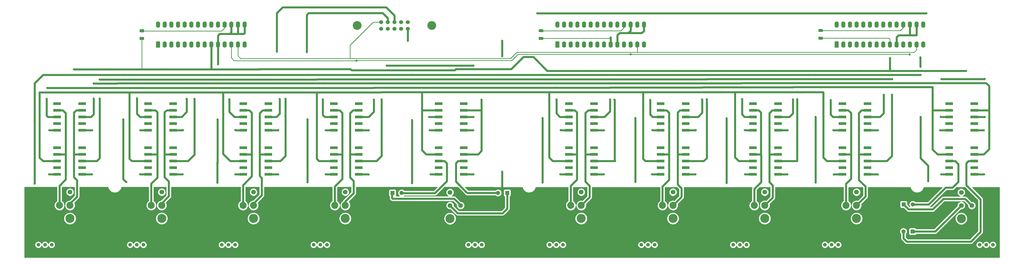
<source format=gbr>
%TF.GenerationSoftware,KiCad,Pcbnew,(5.1.9)-1*%
%TF.CreationDate,2021-03-26T19:38:27+01:00*%
%TF.ProjectId,Main_Relay_Board,4d61696e-5f52-4656-9c61-795f426f6172,rev?*%
%TF.SameCoordinates,Original*%
%TF.FileFunction,Copper,L1,Top*%
%TF.FilePolarity,Positive*%
%FSLAX46Y46*%
G04 Gerber Fmt 4.6, Leading zero omitted, Abs format (unit mm)*
G04 Created by KiCad (PCBNEW (5.1.9)-1) date 2021-03-26 19:38:27*
%MOMM*%
%LPD*%
G01*
G04 APERTURE LIST*
%TA.AperFunction,ComponentPad*%
%ADD10C,2.700000*%
%TD*%
%TA.AperFunction,ComponentPad*%
%ADD11C,3.450000*%
%TD*%
%TA.AperFunction,ComponentPad*%
%ADD12C,1.800000*%
%TD*%
%TA.AperFunction,ComponentPad*%
%ADD13C,1.600000*%
%TD*%
%TA.AperFunction,ComponentPad*%
%ADD14R,1.600000X1.600000*%
%TD*%
%TA.AperFunction,ComponentPad*%
%ADD15O,1.600000X2.400000*%
%TD*%
%TA.AperFunction,ComponentPad*%
%ADD16R,1.600000X2.400000*%
%TD*%
%TA.AperFunction,ComponentPad*%
%ADD17C,1.524000*%
%TD*%
%TA.AperFunction,ComponentPad*%
%ADD18C,3.352800*%
%TD*%
%TA.AperFunction,SMDPad,CuDef*%
%ADD19R,2.940000X1.000000*%
%TD*%
%TA.AperFunction,ComponentPad*%
%ADD20C,1.400000*%
%TD*%
%TA.AperFunction,ComponentPad*%
%ADD21R,1.800000X1.800000*%
%TD*%
%TA.AperFunction,ViaPad*%
%ADD22C,0.800000*%
%TD*%
%TA.AperFunction,Conductor*%
%ADD23C,0.750000*%
%TD*%
%TA.AperFunction,Conductor*%
%ADD24C,0.250000*%
%TD*%
%TA.AperFunction,Conductor*%
%ADD25C,0.254000*%
%TD*%
%TA.AperFunction,Conductor*%
%ADD26C,0.100000*%
%TD*%
G04 APERTURE END LIST*
D10*
%TO.P,Input_1,1*%
%TO.N,Phantom_48V_GND*%
X33885720Y-169726480D03*
%TO.P,Input_1,3*%
%TO.N,/Relay/IN1.3*%
X29885720Y-169726480D03*
%TO.P,Input_1,2*%
%TO.N,/Relay/IN1.2*%
X25885720Y-169726480D03*
D11*
%TO.P,Input_1,4*%
%TO.N,/Relay/IN1.4*%
X29885720Y-174726480D03*
D12*
%TO.P,Input_1,5*%
%TO.N,/Relay/IN1.5*%
X29885720Y-164646480D03*
%TD*%
D10*
%TO.P,Input_8,1*%
%TO.N,Phantom_48V_GND*%
X333885720Y-169726480D03*
%TO.P,Input_8,3*%
%TO.N,/Relay/IN8.3*%
X329885720Y-169726480D03*
%TO.P,Input_8,2*%
%TO.N,/Relay/IN8.2*%
X325885720Y-169726480D03*
D11*
%TO.P,Input_8,4*%
%TO.N,/Relay/IN8.4*%
X329885720Y-174726480D03*
D12*
%TO.P,Input_8,5*%
%TO.N,/Relay/IN8.5*%
X329885720Y-164646480D03*
%TD*%
D10*
%TO.P,Input_7,1*%
%TO.N,Phantom_48V_GND*%
X298885720Y-169726480D03*
%TO.P,Input_7,3*%
%TO.N,/Relay/IN7.3*%
X294885720Y-169726480D03*
%TO.P,Input_7,2*%
%TO.N,/Relay/IN7.2*%
X290885720Y-169726480D03*
D11*
%TO.P,Input_7,4*%
%TO.N,/Relay/IN7.4*%
X294885720Y-174726480D03*
D12*
%TO.P,Input_7,5*%
%TO.N,/Relay/IN7.5*%
X294885720Y-164646480D03*
%TD*%
D10*
%TO.P,Input_6,1*%
%TO.N,Phantom_48V_GND*%
X263885720Y-169726480D03*
%TO.P,Input_6,3*%
%TO.N,/Relay/IN6.3*%
X259885720Y-169726480D03*
%TO.P,Input_6,2*%
%TO.N,/Relay/IN6.2*%
X255885720Y-169726480D03*
D11*
%TO.P,Input_6,4*%
%TO.N,/Relay/IN6.4*%
X259885720Y-174726480D03*
D12*
%TO.P,Input_6,5*%
%TO.N,/Relay/IN6.5*%
X259885720Y-164646480D03*
%TD*%
D10*
%TO.P,Input_5,1*%
%TO.N,Phantom_48V_GND*%
X228885720Y-169726480D03*
%TO.P,Input_5,3*%
%TO.N,/Relay/IN5.3*%
X224885720Y-169726480D03*
%TO.P,Input_5,2*%
%TO.N,/Relay/IN5.2*%
X220885720Y-169726480D03*
D11*
%TO.P,Input_5,4*%
%TO.N,/Relay/IN5.4*%
X224885720Y-174726480D03*
D12*
%TO.P,Input_5,5*%
%TO.N,/Relay/IN5.5*%
X224885720Y-164646480D03*
%TD*%
D10*
%TO.P,Input_4,1*%
%TO.N,Phantom_48V_GND*%
X138885720Y-169726480D03*
%TO.P,Input_4,3*%
%TO.N,/Relay/IN4.3*%
X134885720Y-169726480D03*
%TO.P,Input_4,2*%
%TO.N,/Relay/IN4.2*%
X130885720Y-169726480D03*
D11*
%TO.P,Input_4,4*%
%TO.N,/Relay/IN4.4*%
X134885720Y-174726480D03*
D12*
%TO.P,Input_4,5*%
%TO.N,/Relay/IN4.5*%
X134885720Y-164646480D03*
%TD*%
D10*
%TO.P,Input_3,1*%
%TO.N,Phantom_48V_GND*%
X103885720Y-169726480D03*
%TO.P,Input_3,3*%
%TO.N,/Relay/IN3.3*%
X99885720Y-169726480D03*
%TO.P,Input_3,2*%
%TO.N,/Relay/IN3.2*%
X95885720Y-169726480D03*
D11*
%TO.P,Input_3,4*%
%TO.N,/Relay/IN3.4*%
X99885720Y-174726480D03*
D12*
%TO.P,Input_3,5*%
%TO.N,/Relay/IN3.5*%
X99885720Y-164646480D03*
%TD*%
D10*
%TO.P,Input_2,1*%
%TO.N,Phantom_48V_GND*%
X68885720Y-169726480D03*
%TO.P,Input_2,3*%
%TO.N,/Relay/IN2.3*%
X64885720Y-169726480D03*
%TO.P,Input_2,2*%
%TO.N,/Relay/IN2.2*%
X60885720Y-169726480D03*
D11*
%TO.P,Input_2,4*%
%TO.N,/Relay/IN2.4*%
X64885720Y-174726480D03*
D12*
%TO.P,Input_2,5*%
%TO.N,/Relay/IN2.5*%
X64885720Y-164646480D03*
%TD*%
D13*
%TO.P,C22,2*%
%TO.N,Net-(C22-Pad2)*%
X193146800Y-164960300D03*
D14*
%TO.P,C22,1*%
%TO.N,/Relay/OUTA.3*%
X196646800Y-164960300D03*
%TD*%
D13*
%TO.P,C24,2*%
%TO.N,Net-(C24-Pad2)*%
X347769300Y-179705000D03*
D14*
%TO.P,C24,1*%
%TO.N,/Relay/OUTB.3*%
X351269300Y-179705000D03*
%TD*%
D13*
%TO.P,C23,2*%
%TO.N,Net-(C23-Pad2)*%
X351365700Y-169329100D03*
D14*
%TO.P,C23,1*%
%TO.N,/Relay/OUTB.2*%
X347865700Y-169329100D03*
%TD*%
D13*
%TO.P,C21,2*%
%TO.N,Net-(C21-Pad2)*%
X156395300Y-164960300D03*
D14*
%TO.P,C21,1*%
%TO.N,/Relay/OUTA.2*%
X152895300Y-164960300D03*
%TD*%
D15*
%TO.P,U3,28*%
%TO.N,MCP3.16*%
X322270000Y-100590000D03*
%TO.P,U3,14*%
%TO.N,Net-(U3-Pad14)*%
X355290000Y-108210000D03*
%TO.P,U3,27*%
%TO.N,MCP3.15*%
X324810000Y-100590000D03*
%TO.P,U3,13*%
%TO.N,I2C_SDA*%
X352750000Y-108210000D03*
%TO.P,U3,26*%
%TO.N,MCP3.14*%
X327350000Y-100590000D03*
%TO.P,U3,12*%
%TO.N,I2C_SCK*%
X350210000Y-108210000D03*
%TO.P,U3,25*%
%TO.N,MCP3.13*%
X329890000Y-100590000D03*
%TO.P,U3,11*%
%TO.N,Net-(U3-Pad11)*%
X347670000Y-108210000D03*
%TO.P,U3,24*%
%TO.N,MCP3.12*%
X332430000Y-100590000D03*
%TO.P,U3,10*%
%TO.N,GND*%
X345130000Y-108210000D03*
%TO.P,U3,23*%
%TO.N,MCP3.11*%
X334970000Y-100590000D03*
%TO.P,U3,9*%
%TO.N,K1+*%
X342590000Y-108210000D03*
%TO.P,U3,22*%
%TO.N,MCP3.10*%
X337510000Y-100590000D03*
%TO.P,U3,8*%
%TO.N,MCP3.8*%
X340050000Y-108210000D03*
%TO.P,U3,21*%
%TO.N,MCP3.9*%
X340050000Y-100590000D03*
%TO.P,U3,7*%
%TO.N,MCP3.7*%
X337510000Y-108210000D03*
%TO.P,U3,20*%
%TO.N,Net-(U3-Pad20)*%
X342590000Y-100590000D03*
%TO.P,U3,6*%
%TO.N,MCP3.6*%
X334970000Y-108210000D03*
%TO.P,U3,19*%
%TO.N,Net-(U3-Pad19)*%
X345130000Y-100590000D03*
%TO.P,U3,5*%
%TO.N,MCP3.5*%
X332430000Y-108210000D03*
%TO.P,U3,18*%
%TO.N,Net-(R19-Pad1)*%
X347670000Y-100590000D03*
%TO.P,U3,4*%
%TO.N,MCP3.4*%
X329890000Y-108210000D03*
%TO.P,U3,17*%
%TO.N,GND*%
X350210000Y-100590000D03*
%TO.P,U3,3*%
%TO.N,MCP3.3*%
X327350000Y-108210000D03*
%TO.P,U3,16*%
%TO.N,GND*%
X352750000Y-100590000D03*
%TO.P,U3,2*%
%TO.N,MCP3.2*%
X324810000Y-108210000D03*
%TO.P,U3,15*%
%TO.N,K1+*%
X355290000Y-100590000D03*
D16*
%TO.P,U3,1*%
%TO.N,MCP3.1*%
X322270000Y-108210000D03*
%TD*%
D15*
%TO.P,U2,28*%
%TO.N,MCP1.16*%
X63480000Y-100590000D03*
%TO.P,U2,14*%
%TO.N,Net-(U2-Pad14)*%
X96500000Y-108210000D03*
%TO.P,U2,27*%
%TO.N,MCP1.15*%
X66020000Y-100590000D03*
%TO.P,U2,13*%
%TO.N,I2C_SDA*%
X93960000Y-108210000D03*
%TO.P,U2,26*%
%TO.N,MCP1.14*%
X68560000Y-100590000D03*
%TO.P,U2,12*%
%TO.N,I2C_SCK*%
X91420000Y-108210000D03*
%TO.P,U2,25*%
%TO.N,MCP1.13*%
X71100000Y-100590000D03*
%TO.P,U2,11*%
%TO.N,Net-(U2-Pad11)*%
X88880000Y-108210000D03*
%TO.P,U2,24*%
%TO.N,MCP1.12*%
X73640000Y-100590000D03*
%TO.P,U2,10*%
%TO.N,GND*%
X86340000Y-108210000D03*
%TO.P,U2,23*%
%TO.N,MCP1.11*%
X76180000Y-100590000D03*
%TO.P,U2,9*%
%TO.N,K1+*%
X83800000Y-108210000D03*
%TO.P,U2,22*%
%TO.N,MCP1.10*%
X78720000Y-100590000D03*
%TO.P,U2,8*%
%TO.N,MCP1.8*%
X81260000Y-108210000D03*
%TO.P,U2,21*%
%TO.N,MCP1.9*%
X81260000Y-100590000D03*
%TO.P,U2,7*%
%TO.N,MCP1.7*%
X78720000Y-108210000D03*
%TO.P,U2,20*%
%TO.N,Net-(U2-Pad20)*%
X83800000Y-100590000D03*
%TO.P,U2,6*%
%TO.N,MCP1.6*%
X76180000Y-108210000D03*
%TO.P,U2,19*%
%TO.N,Net-(U2-Pad19)*%
X86340000Y-100590000D03*
%TO.P,U2,5*%
%TO.N,MCP1.5*%
X73640000Y-108210000D03*
%TO.P,U2,18*%
%TO.N,Net-(R18-Pad1)*%
X88880000Y-100590000D03*
%TO.P,U2,4*%
%TO.N,MCP1.4*%
X71100000Y-108210000D03*
%TO.P,U2,17*%
%TO.N,GND*%
X91420000Y-100590000D03*
%TO.P,U2,3*%
%TO.N,MCP1.3*%
X68560000Y-108210000D03*
%TO.P,U2,16*%
%TO.N,GND*%
X93960000Y-100590000D03*
%TO.P,U2,2*%
%TO.N,MCP1.2*%
X66020000Y-108210000D03*
%TO.P,U2,15*%
%TO.N,GND*%
X96500000Y-100590000D03*
D16*
%TO.P,U2,1*%
%TO.N,MCP1.1*%
X63480000Y-108210000D03*
%TD*%
D15*
%TO.P,U1,28*%
%TO.N,MCP2.16*%
X215760000Y-100590000D03*
%TO.P,U1,14*%
%TO.N,Net-(U1-Pad14)*%
X248780000Y-108210000D03*
%TO.P,U1,27*%
%TO.N,MCP2.15*%
X218300000Y-100590000D03*
%TO.P,U1,13*%
%TO.N,I2C_SDA*%
X246240000Y-108210000D03*
%TO.P,U1,26*%
%TO.N,MCP2.14*%
X220840000Y-100590000D03*
%TO.P,U1,12*%
%TO.N,I2C_SCK*%
X243700000Y-108210000D03*
%TO.P,U1,25*%
%TO.N,MCP2.13*%
X223380000Y-100590000D03*
%TO.P,U1,11*%
%TO.N,Net-(U1-Pad11)*%
X241160000Y-108210000D03*
%TO.P,U1,24*%
%TO.N,MCP2.12*%
X225920000Y-100590000D03*
%TO.P,U1,10*%
%TO.N,GND*%
X238620000Y-108210000D03*
%TO.P,U1,23*%
%TO.N,MCP2.11*%
X228460000Y-100590000D03*
%TO.P,U1,9*%
%TO.N,K1+*%
X236080000Y-108210000D03*
%TO.P,U1,22*%
%TO.N,MCP2.10*%
X231000000Y-100590000D03*
%TO.P,U1,8*%
%TO.N,MCP2.8*%
X233540000Y-108210000D03*
%TO.P,U1,21*%
%TO.N,MCP2.9*%
X233540000Y-100590000D03*
%TO.P,U1,7*%
%TO.N,MCP2.7*%
X231000000Y-108210000D03*
%TO.P,U1,20*%
%TO.N,Net-(U1-Pad20)*%
X236080000Y-100590000D03*
%TO.P,U1,6*%
%TO.N,MCP2.6*%
X228460000Y-108210000D03*
%TO.P,U1,19*%
%TO.N,Net-(U1-Pad19)*%
X238620000Y-100590000D03*
%TO.P,U1,5*%
%TO.N,MCP2.5*%
X225920000Y-108210000D03*
%TO.P,U1,18*%
%TO.N,Net-(R1-Pad1)*%
X241160000Y-100590000D03*
%TO.P,U1,4*%
%TO.N,MCP2.4*%
X223380000Y-108210000D03*
%TO.P,U1,17*%
%TO.N,GND*%
X243700000Y-100590000D03*
%TO.P,U1,3*%
%TO.N,MCP2.3*%
X220840000Y-108210000D03*
%TO.P,U1,16*%
%TO.N,K1+*%
X246240000Y-100590000D03*
%TO.P,U1,2*%
%TO.N,MCP2.2*%
X218300000Y-108210000D03*
%TO.P,U1,15*%
%TO.N,GND*%
X248780000Y-100590000D03*
D16*
%TO.P,U1,1*%
%TO.N,MCP2.1*%
X215760000Y-108210000D03*
%TD*%
%TO.P,R19,2*%
%TO.N,K1+*%
%TA.AperFunction,SMDPad,CuDef*%
G36*
G01*
X315584997Y-105227500D02*
X316835003Y-105227500D01*
G75*
G02*
X317085000Y-105477497I0J-249997D01*
G01*
X317085000Y-106102503D01*
G75*
G02*
X316835003Y-106352500I-249997J0D01*
G01*
X315584997Y-106352500D01*
G75*
G02*
X315335000Y-106102503I0J249997D01*
G01*
X315335000Y-105477497D01*
G75*
G02*
X315584997Y-105227500I249997J0D01*
G01*
G37*
%TD.AperFunction*%
%TO.P,R19,1*%
%TO.N,Net-(R19-Pad1)*%
%TA.AperFunction,SMDPad,CuDef*%
G36*
G01*
X315584997Y-102302500D02*
X316835003Y-102302500D01*
G75*
G02*
X317085000Y-102552497I0J-249997D01*
G01*
X317085000Y-103177503D01*
G75*
G02*
X316835003Y-103427500I-249997J0D01*
G01*
X315584997Y-103427500D01*
G75*
G02*
X315335000Y-103177503I0J249997D01*
G01*
X315335000Y-102552497D01*
G75*
G02*
X315584997Y-102302500I249997J0D01*
G01*
G37*
%TD.AperFunction*%
%TD*%
%TO.P,R18,2*%
%TO.N,K1+*%
%TA.AperFunction,SMDPad,CuDef*%
G36*
G01*
X56684997Y-105347500D02*
X57935003Y-105347500D01*
G75*
G02*
X58185000Y-105597497I0J-249997D01*
G01*
X58185000Y-106222503D01*
G75*
G02*
X57935003Y-106472500I-249997J0D01*
G01*
X56684997Y-106472500D01*
G75*
G02*
X56435000Y-106222503I0J249997D01*
G01*
X56435000Y-105597497D01*
G75*
G02*
X56684997Y-105347500I249997J0D01*
G01*
G37*
%TD.AperFunction*%
%TO.P,R18,1*%
%TO.N,Net-(R18-Pad1)*%
%TA.AperFunction,SMDPad,CuDef*%
G36*
G01*
X56684997Y-102422500D02*
X57935003Y-102422500D01*
G75*
G02*
X58185000Y-102672497I0J-249997D01*
G01*
X58185000Y-103297503D01*
G75*
G02*
X57935003Y-103547500I-249997J0D01*
G01*
X56684997Y-103547500D01*
G75*
G02*
X56435000Y-103297503I0J249997D01*
G01*
X56435000Y-102672497D01*
G75*
G02*
X56684997Y-102422500I249997J0D01*
G01*
G37*
%TD.AperFunction*%
%TD*%
%TO.P,R1,2*%
%TO.N,K1+*%
%TA.AperFunction,SMDPad,CuDef*%
G36*
G01*
X208924997Y-105322500D02*
X210175003Y-105322500D01*
G75*
G02*
X210425000Y-105572497I0J-249997D01*
G01*
X210425000Y-106197503D01*
G75*
G02*
X210175003Y-106447500I-249997J0D01*
G01*
X208924997Y-106447500D01*
G75*
G02*
X208675000Y-106197503I0J249997D01*
G01*
X208675000Y-105572497D01*
G75*
G02*
X208924997Y-105322500I249997J0D01*
G01*
G37*
%TD.AperFunction*%
%TO.P,R1,1*%
%TO.N,Net-(R1-Pad1)*%
%TA.AperFunction,SMDPad,CuDef*%
G36*
G01*
X208924997Y-102397500D02*
X210175003Y-102397500D01*
G75*
G02*
X210425000Y-102647497I0J-249997D01*
G01*
X210425000Y-103272503D01*
G75*
G02*
X210175003Y-103522500I-249997J0D01*
G01*
X208924997Y-103522500D01*
G75*
G02*
X208675000Y-103272503I0J249997D01*
G01*
X208675000Y-102647497D01*
G75*
G02*
X208924997Y-102397500I249997J0D01*
G01*
G37*
%TD.AperFunction*%
%TD*%
D17*
%TO.P,J2,1*%
%TO.N,I2C_SDA*%
X148560000Y-99650000D03*
%TO.P,J2,2*%
%TO.N,I2C_SCK*%
X148560000Y-102190000D03*
%TO.P,J2,3*%
%TO.N,K1+*%
X151100000Y-99650000D03*
%TO.P,J2,4*%
%TO.N,Net-(J2-Pad4)*%
X151100000Y-102190000D03*
%TO.P,J2,5*%
%TO.N,GND*%
X153640000Y-99650000D03*
%TO.P,J2,6*%
%TO.N,Phantom_48V*%
X153640000Y-102190000D03*
%TO.P,J2,7*%
%TO.N,Net-(J2-Pad7)*%
X156180000Y-99650000D03*
%TO.P,J2,8*%
%TO.N,Net-(J2-Pad8)*%
X156180000Y-102190000D03*
%TO.P,J2,9*%
%TO.N,Net-(J2-Pad9)*%
X158720000Y-99650000D03*
%TO.P,J2,10*%
%TO.N,Phantom_48V_GND*%
X158720000Y-102190000D03*
D18*
%TO.P,J2,11*%
%TO.N,Net-(J2-Pad11)*%
X139428700Y-100920000D03*
%TO.P,J2,12*%
%TO.N,Net-(J2-Pad12)*%
X167851300Y-100920000D03*
%TD*%
D19*
%TO.P,K2,1*%
%TO.N,K1+*%
X34530000Y-140960000D03*
%TO.P,K2,2*%
%TO.N,Net-(K2-Pad2)*%
X34530000Y-138420000D03*
%TO.P,K2,3*%
%TO.N,/Relay/BUSB.3*%
X34530000Y-135880000D03*
%TO.P,K2,4*%
%TO.N,/Relay/IN1.3*%
X34530000Y-133340000D03*
%TO.P,K2,5*%
%TO.N,Net-(K2-Pad5)*%
X34530000Y-130800000D03*
%TO.P,K2,6*%
%TO.N,Net-(K2-Pad6)*%
X24970000Y-130800000D03*
%TO.P,K2,7*%
%TO.N,/Relay/IN1.2*%
X24970000Y-133340000D03*
%TO.P,K2,8*%
%TO.N,/Relay/BUSB.2*%
X24970000Y-135880000D03*
%TO.P,K2,9*%
%TO.N,Net-(K2-Pad9)*%
X24970000Y-138420000D03*
%TO.P,K2,10*%
%TO.N,K9-*%
X24970000Y-140960000D03*
%TD*%
D20*
%TO.P,LED10,1*%
%TO.N,Net-(LED10-Pad1)*%
X376815240Y-184775080D03*
%TO.P,LED10,2*%
%TO.N,GND*%
X379355240Y-184775080D03*
%TO.P,LED10,3*%
%TO.N,Net-(LED10-Pad3)*%
X381895240Y-184775080D03*
%TD*%
%TO.P,LED9,1*%
%TO.N,Net-(LED9-Pad1)*%
X181815240Y-184775080D03*
%TO.P,LED9,2*%
%TO.N,GND*%
X184355240Y-184775080D03*
%TO.P,LED9,3*%
%TO.N,Net-(LED9-Pad3)*%
X186895240Y-184775080D03*
%TD*%
%TO.P,LED8,1*%
%TO.N,Net-(LED8-Pad1)*%
X317815240Y-184775080D03*
%TO.P,LED8,2*%
%TO.N,GND*%
X320355240Y-184775080D03*
%TO.P,LED8,3*%
%TO.N,Net-(LED8-Pad3)*%
X322895240Y-184775080D03*
%TD*%
%TO.P,LED7,1*%
%TO.N,Net-(LED7-Pad1)*%
X282815240Y-184775080D03*
%TO.P,LED7,2*%
%TO.N,GND*%
X285355240Y-184775080D03*
%TO.P,LED7,3*%
%TO.N,Net-(LED7-Pad3)*%
X287895240Y-184775080D03*
%TD*%
%TO.P,LED6,1*%
%TO.N,Net-(LED6-Pad1)*%
X247815240Y-184775080D03*
%TO.P,LED6,2*%
%TO.N,GND*%
X250355240Y-184775080D03*
%TO.P,LED6,3*%
%TO.N,Net-(LED6-Pad3)*%
X252895240Y-184775080D03*
%TD*%
%TO.P,LED5,1*%
%TO.N,Net-(LED5-Pad1)*%
X212815240Y-184775080D03*
%TO.P,LED5,2*%
%TO.N,GND*%
X215355240Y-184775080D03*
%TO.P,LED5,3*%
%TO.N,Net-(LED5-Pad3)*%
X217895240Y-184775080D03*
%TD*%
%TO.P,LED4,1*%
%TO.N,Net-(LED4-Pad1)*%
X122815240Y-184775080D03*
%TO.P,LED4,2*%
%TO.N,GND*%
X125355240Y-184775080D03*
%TO.P,LED4,3*%
%TO.N,Net-(LED4-Pad3)*%
X127895240Y-184775080D03*
%TD*%
%TO.P,LED3,1*%
%TO.N,Net-(LED3-Pad1)*%
X87815240Y-184775080D03*
%TO.P,LED3,2*%
%TO.N,GND*%
X90355240Y-184775080D03*
%TO.P,LED3,3*%
%TO.N,Net-(LED3-Pad3)*%
X92895240Y-184775080D03*
%TD*%
%TO.P,LED2,1*%
%TO.N,Net-(LED2-Pad1)*%
X52815240Y-184775080D03*
%TO.P,LED2,2*%
%TO.N,GND*%
X55355240Y-184775080D03*
%TO.P,LED2,3*%
%TO.N,Net-(LED2-Pad3)*%
X57895240Y-184775080D03*
%TD*%
%TO.P,LED1,1*%
%TO.N,Net-(LED1-Pad1)*%
X17815240Y-184764920D03*
%TO.P,LED1,2*%
%TO.N,GND*%
X20355240Y-184764920D03*
%TO.P,LED1,3*%
%TO.N,Net-(LED1-Pad3)*%
X22895240Y-184764920D03*
%TD*%
D19*
%TO.P,K20,1*%
%TO.N,K1+*%
X374830000Y-157856666D03*
%TO.P,K20,2*%
%TO.N,Net-(K20-Pad2)*%
X374830000Y-155316666D03*
%TO.P,K20,3*%
%TO.N,Net-(C24-Pad2)*%
X374830000Y-152776666D03*
%TO.P,K20,4*%
%TO.N,/Relay/BUSB.3*%
X374830000Y-150236666D03*
%TO.P,K20,5*%
%TO.N,Net-(K20-Pad5)*%
X374830000Y-147696666D03*
%TO.P,K20,6*%
%TO.N,Net-(K20-Pad6)*%
X365270000Y-147696666D03*
%TO.P,K20,7*%
%TO.N,/Relay/BUSB.2*%
X365270000Y-150236666D03*
%TO.P,K20,8*%
%TO.N,Net-(C23-Pad2)*%
X365270000Y-152776666D03*
%TO.P,K20,9*%
%TO.N,Net-(K20-Pad9)*%
X365270000Y-155316666D03*
%TO.P,K20,10*%
%TO.N,K20-*%
X365270000Y-157856666D03*
%TD*%
%TO.P,K19,1*%
%TO.N,K1+*%
X180100000Y-157856666D03*
%TO.P,K19,2*%
%TO.N,Net-(K19-Pad2)*%
X180100000Y-155316666D03*
%TO.P,K19,3*%
%TO.N,Net-(C22-Pad2)*%
X180100000Y-152776666D03*
%TO.P,K19,4*%
%TO.N,/Relay/BUSA.3*%
X180100000Y-150236666D03*
%TO.P,K19,5*%
%TO.N,Net-(K19-Pad5)*%
X180100000Y-147696666D03*
%TO.P,K19,6*%
%TO.N,Net-(K19-Pad6)*%
X170540000Y-147696666D03*
%TO.P,K19,7*%
%TO.N,/Relay/BUSA.2*%
X170540000Y-150236666D03*
%TO.P,K19,8*%
%TO.N,Net-(C21-Pad2)*%
X170540000Y-152776666D03*
%TO.P,K19,9*%
%TO.N,Net-(K19-Pad9)*%
X170540000Y-155316666D03*
%TO.P,K19,10*%
%TO.N,K19-*%
X170540000Y-157856666D03*
%TD*%
D21*
%TO.P,BUS_B1,1*%
%TO.N,Phantom_48V_GND*%
X365852200Y-169749680D03*
D12*
%TO.P,BUS_B1,2*%
%TO.N,/Relay/OUTB.2*%
X373852200Y-169749680D03*
%TO.P,BUS_B1,3*%
%TO.N,/Relay/OUTB.3*%
X369852200Y-169749680D03*
%TO.P,BUS_B1,G1*%
%TO.N,/Relay/BUSB.G*%
X369852200Y-164749680D03*
D11*
%TO.P,BUS_B1,MH1*%
%TO.N,/Relay/BUSBMH*%
X369852200Y-174749680D03*
%TD*%
D21*
%TO.P,BUS_A1,1*%
%TO.N,Phantom_48V_GND*%
X170852200Y-169749680D03*
D12*
%TO.P,BUS_A1,2*%
%TO.N,/Relay/OUTA.2*%
X178852200Y-169749680D03*
%TO.P,BUS_A1,3*%
%TO.N,/Relay/OUTA.3*%
X174852200Y-169749680D03*
%TO.P,BUS_A1,G1*%
%TO.N,/Relay/BUSA.G*%
X174852200Y-164749680D03*
D11*
%TO.P,BUS_A1,MH1*%
%TO.N,/Relay/BUSAMH*%
X174852200Y-174749680D03*
%TD*%
D19*
%TO.P,K18,1*%
%TO.N,K1+*%
X334040000Y-140960000D03*
%TO.P,K18,2*%
%TO.N,Net-(K18-Pad2)*%
X334040000Y-138420000D03*
%TO.P,K18,3*%
%TO.N,/Relay/BUSB.3*%
X334040000Y-135880000D03*
%TO.P,K18,4*%
%TO.N,/Relay/IN8.3*%
X334040000Y-133340000D03*
%TO.P,K18,5*%
%TO.N,Net-(K18-Pad5)*%
X334040000Y-130800000D03*
%TO.P,K18,6*%
%TO.N,Net-(K18-Pad6)*%
X324480000Y-130800000D03*
%TO.P,K18,7*%
%TO.N,/Relay/IN8.2*%
X324480000Y-133340000D03*
%TO.P,K18,8*%
%TO.N,/Relay/BUSB.2*%
X324480000Y-135880000D03*
%TO.P,K18,9*%
%TO.N,Net-(K18-Pad9)*%
X324480000Y-138420000D03*
%TO.P,K18,10*%
%TO.N,K16-*%
X324480000Y-140960000D03*
%TD*%
%TO.P,K17,1*%
%TO.N,K1+*%
X334040000Y-157856666D03*
%TO.P,K17,2*%
%TO.N,Net-(K17-Pad2)*%
X334040000Y-155316666D03*
%TO.P,K17,3*%
%TO.N,/Relay/BUSA.3*%
X334040000Y-152776666D03*
%TO.P,K17,4*%
%TO.N,/Relay/IN8.3*%
X334040000Y-150236666D03*
%TO.P,K17,5*%
%TO.N,Net-(K17-Pad5)*%
X334040000Y-147696666D03*
%TO.P,K17,6*%
%TO.N,Net-(K17-Pad6)*%
X324480000Y-147696666D03*
%TO.P,K17,7*%
%TO.N,/Relay/IN8.2*%
X324480000Y-150236666D03*
%TO.P,K17,8*%
%TO.N,/Relay/BUSA.2*%
X324480000Y-152776666D03*
%TO.P,K17,9*%
%TO.N,Net-(K17-Pad9)*%
X324480000Y-155316666D03*
%TO.P,K17,10*%
%TO.N,K8-*%
X324480000Y-157856666D03*
%TD*%
%TO.P,K16,1*%
%TO.N,K1+*%
X299940000Y-140960000D03*
%TO.P,K16,2*%
%TO.N,Net-(K16-Pad2)*%
X299940000Y-138420000D03*
%TO.P,K16,3*%
%TO.N,/Relay/BUSB.3*%
X299940000Y-135880000D03*
%TO.P,K16,4*%
%TO.N,/Relay/IN7.3*%
X299940000Y-133340000D03*
%TO.P,K16,5*%
%TO.N,Net-(K16-Pad5)*%
X299940000Y-130800000D03*
%TO.P,K16,6*%
%TO.N,Net-(K16-Pad6)*%
X290380000Y-130800000D03*
%TO.P,K16,7*%
%TO.N,/Relay/IN7.2*%
X290380000Y-133340000D03*
%TO.P,K16,8*%
%TO.N,/Relay/BUSB.2*%
X290380000Y-135880000D03*
%TO.P,K16,9*%
%TO.N,Net-(K16-Pad9)*%
X290380000Y-138420000D03*
%TO.P,K16,10*%
%TO.N,K15-*%
X290380000Y-140960000D03*
%TD*%
%TO.P,K15,1*%
%TO.N,K1+*%
X299940000Y-157856666D03*
%TO.P,K15,2*%
%TO.N,Net-(K15-Pad2)*%
X299940000Y-155316666D03*
%TO.P,K15,3*%
%TO.N,/Relay/BUSA.3*%
X299940000Y-152776666D03*
%TO.P,K15,4*%
%TO.N,/Relay/IN7.3*%
X299940000Y-150236666D03*
%TO.P,K15,5*%
%TO.N,Net-(K15-Pad5)*%
X299940000Y-147696666D03*
%TO.P,K15,6*%
%TO.N,Net-(K15-Pad6)*%
X290380000Y-147696666D03*
%TO.P,K15,7*%
%TO.N,/Relay/IN7.2*%
X290380000Y-150236666D03*
%TO.P,K15,8*%
%TO.N,/Relay/BUSA.2*%
X290380000Y-152776666D03*
%TO.P,K15,9*%
%TO.N,Net-(K15-Pad9)*%
X290380000Y-155316666D03*
%TO.P,K15,10*%
%TO.N,K7-*%
X290380000Y-157856666D03*
%TD*%
%TO.P,K14,1*%
%TO.N,K1+*%
X264770000Y-140960000D03*
%TO.P,K14,2*%
%TO.N,Net-(K14-Pad2)*%
X264770000Y-138420000D03*
%TO.P,K14,3*%
%TO.N,/Relay/BUSB.3*%
X264770000Y-135880000D03*
%TO.P,K14,4*%
%TO.N,/Relay/IN6.3*%
X264770000Y-133340000D03*
%TO.P,K14,5*%
%TO.N,Net-(K14-Pad5)*%
X264770000Y-130800000D03*
%TO.P,K14,6*%
%TO.N,Net-(K14-Pad6)*%
X255210000Y-130800000D03*
%TO.P,K14,7*%
%TO.N,/Relay/IN6.2*%
X255210000Y-133340000D03*
%TO.P,K14,8*%
%TO.N,/Relay/BUSB.2*%
X255210000Y-135880000D03*
%TO.P,K14,9*%
%TO.N,Net-(K14-Pad9)*%
X255210000Y-138420000D03*
%TO.P,K14,10*%
%TO.N,K14-*%
X255210000Y-140960000D03*
%TD*%
%TO.P,K13,1*%
%TO.N,K1+*%
X264770000Y-157856666D03*
%TO.P,K13,2*%
%TO.N,Net-(K13-Pad2)*%
X264770000Y-155316666D03*
%TO.P,K13,3*%
%TO.N,/Relay/BUSA.3*%
X264770000Y-152776666D03*
%TO.P,K13,4*%
%TO.N,/Relay/IN6.3*%
X264770000Y-150236666D03*
%TO.P,K13,5*%
%TO.N,Net-(K13-Pad5)*%
X264770000Y-147696666D03*
%TO.P,K13,6*%
%TO.N,Net-(K13-Pad6)*%
X255210000Y-147696666D03*
%TO.P,K13,7*%
%TO.N,/Relay/IN6.2*%
X255210000Y-150236666D03*
%TO.P,K13,8*%
%TO.N,/Relay/BUSA.2*%
X255210000Y-152776666D03*
%TO.P,K13,9*%
%TO.N,Net-(K13-Pad9)*%
X255210000Y-155316666D03*
%TO.P,K13,10*%
%TO.N,K6-*%
X255210000Y-157856666D03*
%TD*%
%TO.P,K12,1*%
%TO.N,K1+*%
X229770000Y-140960000D03*
%TO.P,K12,2*%
%TO.N,Net-(K12-Pad2)*%
X229770000Y-138420000D03*
%TO.P,K12,3*%
%TO.N,/Relay/BUSB.3*%
X229770000Y-135880000D03*
%TO.P,K12,4*%
%TO.N,/Relay/IN5.3*%
X229770000Y-133340000D03*
%TO.P,K12,5*%
%TO.N,Net-(K12-Pad5)*%
X229770000Y-130800000D03*
%TO.P,K12,6*%
%TO.N,Net-(K12-Pad6)*%
X220210000Y-130800000D03*
%TO.P,K12,7*%
%TO.N,/Relay/IN5.2*%
X220210000Y-133340000D03*
%TO.P,K12,8*%
%TO.N,/Relay/BUSB.2*%
X220210000Y-135880000D03*
%TO.P,K12,9*%
%TO.N,Net-(K12-Pad9)*%
X220210000Y-138420000D03*
%TO.P,K12,10*%
%TO.N,K13-*%
X220210000Y-140960000D03*
%TD*%
%TO.P,K11,1*%
%TO.N,K1+*%
X229770000Y-157856666D03*
%TO.P,K11,2*%
%TO.N,Net-(K11-Pad2)*%
X229770000Y-155316666D03*
%TO.P,K11,3*%
%TO.N,/Relay/BUSA.3*%
X229770000Y-152776666D03*
%TO.P,K11,4*%
%TO.N,/Relay/IN5.3*%
X229770000Y-150236666D03*
%TO.P,K11,5*%
%TO.N,Net-(K11-Pad5)*%
X229770000Y-147696666D03*
%TO.P,K11,6*%
%TO.N,Net-(K11-Pad6)*%
X220210000Y-147696666D03*
%TO.P,K11,7*%
%TO.N,/Relay/IN5.2*%
X220210000Y-150236666D03*
%TO.P,K11,8*%
%TO.N,/Relay/BUSA.2*%
X220210000Y-152776666D03*
%TO.P,K11,9*%
%TO.N,Net-(K11-Pad9)*%
X220210000Y-155316666D03*
%TO.P,K11,10*%
%TO.N,K5-*%
X220210000Y-157856666D03*
%TD*%
%TO.P,K10,1*%
%TO.N,K1+*%
X374830000Y-140960000D03*
%TO.P,K10,2*%
%TO.N,Net-(K10-Pad2)*%
X374830000Y-138420000D03*
%TO.P,K10,3*%
%TO.N,Net-(K10-Pad3)*%
X374830000Y-135880000D03*
%TO.P,K10,4*%
%TO.N,/Relay/BUSB.3*%
X374830000Y-133340000D03*
%TO.P,K10,5*%
%TO.N,Net-(K10-Pad5)*%
X374830000Y-130800000D03*
%TO.P,K10,6*%
%TO.N,Net-(K10-Pad6)*%
X365270000Y-130800000D03*
%TO.P,K10,7*%
%TO.N,/Relay/BUSB.2*%
X365270000Y-133340000D03*
%TO.P,K10,8*%
%TO.N,Net-(K10-Pad8)*%
X365270000Y-135880000D03*
%TO.P,K10,9*%
%TO.N,Net-(K10-Pad9)*%
X365270000Y-138420000D03*
%TO.P,K10,10*%
%TO.N,K18-*%
X365270000Y-140960000D03*
%TD*%
%TO.P,K9,1*%
%TO.N,K1+*%
X140060000Y-140960000D03*
%TO.P,K9,2*%
%TO.N,Net-(K9-Pad2)*%
X140060000Y-138420000D03*
%TO.P,K9,3*%
%TO.N,/Relay/BUSB.3*%
X140060000Y-135880000D03*
%TO.P,K9,4*%
%TO.N,/Relay/IN4.3*%
X140060000Y-133340000D03*
%TO.P,K9,5*%
%TO.N,Net-(K9-Pad5)*%
X140060000Y-130800000D03*
%TO.P,K9,6*%
%TO.N,Net-(K9-Pad6)*%
X130500000Y-130800000D03*
%TO.P,K9,7*%
%TO.N,/Relay/IN4.2*%
X130500000Y-133340000D03*
%TO.P,K9,8*%
%TO.N,/Relay/BUSB.2*%
X130500000Y-135880000D03*
%TO.P,K9,9*%
%TO.N,Net-(K9-Pad9)*%
X130500000Y-138420000D03*
%TO.P,K9,10*%
%TO.N,K12-*%
X130500000Y-140960000D03*
%TD*%
%TO.P,K8,1*%
%TO.N,K1+*%
X140060000Y-157856666D03*
%TO.P,K8,2*%
%TO.N,Net-(K8-Pad2)*%
X140060000Y-155316666D03*
%TO.P,K8,3*%
%TO.N,/Relay/BUSA.3*%
X140060000Y-152776666D03*
%TO.P,K8,4*%
%TO.N,/Relay/IN4.3*%
X140060000Y-150236666D03*
%TO.P,K8,5*%
%TO.N,Net-(K8-Pad5)*%
X140060000Y-147696666D03*
%TO.P,K8,6*%
%TO.N,Net-(K8-Pad6)*%
X130500000Y-147696666D03*
%TO.P,K8,7*%
%TO.N,/Relay/IN4.2*%
X130500000Y-150236666D03*
%TO.P,K8,8*%
%TO.N,/Relay/BUSA.2*%
X130500000Y-152776666D03*
%TO.P,K8,9*%
%TO.N,Net-(K8-Pad9)*%
X130500000Y-155316666D03*
%TO.P,K8,10*%
%TO.N,K4-*%
X130500000Y-157856666D03*
%TD*%
%TO.P,K7,1*%
%TO.N,K1+*%
X105590000Y-140960000D03*
%TO.P,K7,2*%
%TO.N,Net-(K7-Pad2)*%
X105590000Y-138420000D03*
%TO.P,K7,3*%
%TO.N,/Relay/BUSB.3*%
X105590000Y-135880000D03*
%TO.P,K7,4*%
%TO.N,/Relay/IN3.3*%
X105590000Y-133340000D03*
%TO.P,K7,5*%
%TO.N,Net-(K7-Pad5)*%
X105590000Y-130800000D03*
%TO.P,K7,6*%
%TO.N,Net-(K7-Pad6)*%
X96030000Y-130800000D03*
%TO.P,K7,7*%
%TO.N,/Relay/IN3.2*%
X96030000Y-133340000D03*
%TO.P,K7,8*%
%TO.N,/Relay/BUSB.2*%
X96030000Y-135880000D03*
%TO.P,K7,9*%
%TO.N,Net-(K7-Pad9)*%
X96030000Y-138420000D03*
%TO.P,K7,10*%
%TO.N,K11-*%
X96030000Y-140960000D03*
%TD*%
%TO.P,K6,1*%
%TO.N,K1+*%
X105590000Y-157856666D03*
%TO.P,K6,2*%
%TO.N,Net-(K6-Pad2)*%
X105590000Y-155316666D03*
%TO.P,K6,3*%
%TO.N,/Relay/BUSA.3*%
X105590000Y-152776666D03*
%TO.P,K6,4*%
%TO.N,/Relay/IN3.3*%
X105590000Y-150236666D03*
%TO.P,K6,5*%
%TO.N,Net-(K6-Pad5)*%
X105590000Y-147696666D03*
%TO.P,K6,6*%
%TO.N,Net-(K6-Pad6)*%
X96030000Y-147696666D03*
%TO.P,K6,7*%
%TO.N,/Relay/IN3.2*%
X96030000Y-150236666D03*
%TO.P,K6,8*%
%TO.N,/Relay/BUSA.2*%
X96030000Y-152776666D03*
%TO.P,K6,9*%
%TO.N,Net-(K6-Pad9)*%
X96030000Y-155316666D03*
%TO.P,K6,10*%
%TO.N,K3-*%
X96030000Y-157856666D03*
%TD*%
%TO.P,K5,1*%
%TO.N,K1+*%
X180100000Y-140960000D03*
%TO.P,K5,2*%
%TO.N,Net-(K5-Pad2)*%
X180100000Y-138420000D03*
%TO.P,K5,3*%
%TO.N,Net-(K5-Pad3)*%
X180100000Y-135880000D03*
%TO.P,K5,4*%
%TO.N,/Relay/BUSA.3*%
X180100000Y-133340000D03*
%TO.P,K5,5*%
%TO.N,Net-(K5-Pad5)*%
X180100000Y-130800000D03*
%TO.P,K5,6*%
%TO.N,Net-(K5-Pad6)*%
X170540000Y-130800000D03*
%TO.P,K5,7*%
%TO.N,/Relay/BUSA.2*%
X170540000Y-133340000D03*
%TO.P,K5,8*%
%TO.N,Net-(K5-Pad8)*%
X170540000Y-135880000D03*
%TO.P,K5,9*%
%TO.N,Net-(K5-Pad9)*%
X170540000Y-138420000D03*
%TO.P,K5,10*%
%TO.N,K17-*%
X170540000Y-140960000D03*
%TD*%
%TO.P,K4,1*%
%TO.N,K1+*%
X69230000Y-140960000D03*
%TO.P,K4,2*%
%TO.N,Net-(K4-Pad2)*%
X69230000Y-138420000D03*
%TO.P,K4,3*%
%TO.N,/Relay/BUSB.3*%
X69230000Y-135880000D03*
%TO.P,K4,4*%
%TO.N,/Relay/IN2.3*%
X69230000Y-133340000D03*
%TO.P,K4,5*%
%TO.N,Net-(K4-Pad5)*%
X69230000Y-130800000D03*
%TO.P,K4,6*%
%TO.N,Net-(K4-Pad6)*%
X59670000Y-130800000D03*
%TO.P,K4,7*%
%TO.N,/Relay/IN2.2*%
X59670000Y-133340000D03*
%TO.P,K4,8*%
%TO.N,/Relay/BUSB.2*%
X59670000Y-135880000D03*
%TO.P,K4,9*%
%TO.N,Net-(K4-Pad9)*%
X59670000Y-138420000D03*
%TO.P,K4,10*%
%TO.N,K10-*%
X59670000Y-140960000D03*
%TD*%
%TO.P,K3,1*%
%TO.N,K1+*%
X69230000Y-157856666D03*
%TO.P,K3,2*%
%TO.N,Net-(K3-Pad2)*%
X69230000Y-155316666D03*
%TO.P,K3,3*%
%TO.N,/Relay/BUSA.3*%
X69230000Y-152776666D03*
%TO.P,K3,4*%
%TO.N,/Relay/IN2.3*%
X69230000Y-150236666D03*
%TO.P,K3,5*%
%TO.N,Net-(K3-Pad5)*%
X69230000Y-147696666D03*
%TO.P,K3,6*%
%TO.N,Net-(K3-Pad6)*%
X59670000Y-147696666D03*
%TO.P,K3,7*%
%TO.N,/Relay/IN2.2*%
X59670000Y-150236666D03*
%TO.P,K3,8*%
%TO.N,/Relay/BUSA.2*%
X59670000Y-152776666D03*
%TO.P,K3,9*%
%TO.N,Net-(K3-Pad9)*%
X59670000Y-155316666D03*
%TO.P,K3,10*%
%TO.N,K2-*%
X59670000Y-157856666D03*
%TD*%
%TO.P,K1,1*%
%TO.N,K1+*%
X34530000Y-157856666D03*
%TO.P,K1,2*%
%TO.N,Net-(K1-Pad2)*%
X34530000Y-155316666D03*
%TO.P,K1,3*%
%TO.N,/Relay/BUSA.3*%
X34530000Y-152776666D03*
%TO.P,K1,4*%
%TO.N,/Relay/IN1.3*%
X34530000Y-150236666D03*
%TO.P,K1,5*%
%TO.N,Net-(K1-Pad5)*%
X34530000Y-147696666D03*
%TO.P,K1,6*%
%TO.N,Net-(K1-Pad6)*%
X24970000Y-147696666D03*
%TO.P,K1,7*%
%TO.N,/Relay/IN1.2*%
X24970000Y-150236666D03*
%TO.P,K1,8*%
%TO.N,/Relay/BUSA.2*%
X24970000Y-152776666D03*
%TO.P,K1,9*%
%TO.N,Net-(K1-Pad9)*%
X24970000Y-155316666D03*
%TO.P,K1,10*%
%TO.N,K1-*%
X24970000Y-157856666D03*
%TD*%
D22*
%TO.N,/Relay/BUSA.3*%
X148730000Y-129245000D03*
X112090000Y-128985000D03*
X77390000Y-128960000D03*
X41230000Y-128920000D03*
X41190000Y-121590000D03*
X77435000Y-121590000D03*
X112110000Y-121590000D03*
X148645000Y-121520000D03*
X186875000Y-129275000D03*
X186905000Y-121520000D03*
X272750000Y-129150000D03*
X272845002Y-121480000D03*
X237550000Y-129300000D03*
X237590002Y-121510000D03*
X343430000Y-127420000D03*
X343450000Y-121400000D03*
X307275002Y-129150000D03*
X307270000Y-121420000D03*
%TO.N,/Relay/BUSB.2*%
X90670000Y-129120002D03*
X21000000Y-129000000D03*
X21260027Y-124809999D03*
X55480000Y-128820000D03*
X55584999Y-124809999D03*
X90734998Y-124809998D03*
X126339999Y-129200001D03*
X215449999Y-129260000D03*
X215444998Y-124719998D03*
X251230000Y-129420000D03*
X251285000Y-124640000D03*
X286249998Y-129060000D03*
X320009998Y-129510000D03*
X320040000Y-124510000D03*
X286290000Y-124540000D03*
X126400000Y-124840000D03*
%TO.N,/Relay/BUSB.3*%
X74430000Y-129010000D03*
X145760000Y-129330000D03*
X235860000Y-129260000D03*
X271020000Y-129210000D03*
X340240000Y-127415010D03*
X109919998Y-129020000D03*
X38915000Y-123160000D03*
X38950000Y-128900000D03*
X74470000Y-123080000D03*
X109930000Y-123080000D03*
X235860000Y-123040000D03*
X270985000Y-123010000D03*
X340255000Y-122920000D03*
X305639994Y-122940000D03*
X305650003Y-129210015D03*
X145720000Y-123080000D03*
%TO.N,GND*%
X16420000Y-137230000D03*
X16420000Y-153800000D03*
X50220000Y-153830000D03*
X50190000Y-136830000D03*
X51380000Y-160830000D03*
X86140000Y-136840000D03*
X86130000Y-153490000D03*
X120480000Y-136860000D03*
X120480000Y-153590000D03*
X160340000Y-137070000D03*
X160340000Y-153530000D03*
X210170000Y-136340000D03*
X210140000Y-152300000D03*
X245510000Y-136330000D03*
X245550000Y-152850000D03*
X280310000Y-136390000D03*
X280310000Y-153160000D03*
X314290000Y-135940000D03*
X314300000Y-152410000D03*
X354340000Y-135890000D03*
X354500000Y-151800000D03*
X50200000Y-119820000D03*
X86130000Y-119820000D03*
X120440000Y-119820000D03*
X160310000Y-119820000D03*
X210129998Y-119820000D03*
X245460000Y-119820000D03*
X280280000Y-119820000D03*
X314280000Y-119820000D03*
X354340000Y-119820000D03*
X238580000Y-119820000D03*
X354270000Y-113160000D03*
X354300000Y-116720000D03*
X108780000Y-110970000D03*
X108870028Y-119820000D03*
X86320000Y-115780000D03*
X280310000Y-161165000D03*
X16420000Y-161380000D03*
X86130000Y-161095000D03*
X120480000Y-160930000D03*
X160340000Y-161215000D03*
X210140000Y-160965000D03*
X245550000Y-160700000D03*
X314300000Y-160975000D03*
X357230000Y-160480000D03*
%TO.N,K1-*%
X21920000Y-157870000D03*
%TO.N,K2-*%
X56660000Y-157830000D03*
%TO.N,K3-*%
X92970000Y-157830000D03*
%TO.N,K4-*%
X127370000Y-157840000D03*
%TO.N,K5-*%
X216860000Y-157840000D03*
%TO.N,K6-*%
X251830000Y-157870000D03*
%TO.N,K7-*%
X287330000Y-157840000D03*
%TO.N,K8-*%
X321170000Y-157890000D03*
%TO.N,K9-*%
X22030000Y-140950000D03*
%TO.N,K10-*%
X56680000Y-140970000D03*
%TO.N,K11-*%
X92960000Y-140940000D03*
%TO.N,K12-*%
X127380000Y-140960000D03*
%TO.N,K13-*%
X217040000Y-140930000D03*
%TO.N,K14-*%
X252080000Y-140940000D03*
%TO.N,K15-*%
X287300000Y-140940000D03*
%TO.N,K16-*%
X321040000Y-140960000D03*
%TO.N,K17-*%
X167120000Y-140960000D03*
%TO.N,K18-*%
X361760000Y-140980000D03*
%TO.N,K19-*%
X167480000Y-157810000D03*
%TO.N,K20-*%
X362170000Y-157800000D03*
%TO.N,I2C_SCK*%
X243700000Y-111980000D03*
X350140000Y-112015010D03*
X139175000Y-114375000D03*
%TO.N,K1+*%
X38330000Y-140950000D03*
X38240000Y-157840000D03*
X73000000Y-140900000D03*
X72910000Y-157820000D03*
X109270000Y-157860000D03*
X109310000Y-140920000D03*
X143750000Y-157890000D03*
X143810000Y-140970000D03*
X183750000Y-140960000D03*
X183790000Y-157840000D03*
X233490000Y-157820000D03*
X233560000Y-140950000D03*
X226570000Y-118280000D03*
X268570000Y-140940000D03*
X268430000Y-157870000D03*
X261770000Y-118280000D03*
X303570000Y-140960000D03*
X296660000Y-118280000D03*
X303550000Y-157860000D03*
X338000000Y-157890000D03*
X338060000Y-140960000D03*
X378460000Y-140980000D03*
X371690000Y-118280000D03*
X378550000Y-157880000D03*
X330989998Y-118280000D03*
X236080000Y-105500000D03*
X342590000Y-113370000D03*
X120180000Y-111120000D03*
X177100000Y-117630000D03*
X136890000Y-117630000D03*
X120160000Y-117630000D03*
X102420000Y-117630000D03*
X66070000Y-117690000D03*
X31420000Y-117680000D03*
%TO.N,Phantom_48V_GND*%
X158720000Y-106790000D03*
X194730000Y-106760000D03*
X194741800Y-156806900D03*
X194760000Y-112695000D03*
%TO.N,Phantom_48V*%
X362300000Y-121450000D03*
X356530000Y-96280000D03*
X208130000Y-96310000D03*
X378790000Y-121390000D03*
X183810000Y-116310000D03*
X166950000Y-116310000D03*
X150700000Y-116310000D03*
%TO.N,Net-(K5-Pad3)*%
X183820000Y-135870000D03*
%TO.N,Net-(K5-Pad8)*%
X166860000Y-135920000D03*
%TO.N,Net-(K10-Pad3)*%
X378760000Y-135880000D03*
%TO.N,Net-(K10-Pad8)*%
X362000000Y-135850000D03*
%TD*%
D23*
%TO.N,/Relay/BUSA.2*%
X113990000Y-126480000D02*
X114010000Y-126460000D01*
X77730000Y-126500000D02*
X77750000Y-126480000D01*
X238550000Y-126450000D02*
X239610000Y-126450000D01*
X308840000Y-126450000D02*
X308880000Y-126490000D01*
X42720000Y-126500000D02*
X23250000Y-126500000D01*
X23250000Y-126500000D02*
X23225000Y-126525000D01*
X18300000Y-151460000D02*
X18300000Y-126525000D01*
X24970000Y-152776666D02*
X19616666Y-152776666D01*
X19616666Y-152776666D02*
X18300000Y-151460000D01*
X18300000Y-126525000D02*
X23225000Y-126525000D01*
X164140000Y-129160000D02*
X164140000Y-129449998D01*
X164140000Y-133580000D02*
X164140000Y-129160000D01*
X164380000Y-133340000D02*
X164140000Y-133580000D01*
X170540000Y-133340000D02*
X164380000Y-133340000D01*
X164140000Y-148600000D02*
X164140000Y-129160000D01*
X165776666Y-150236666D02*
X164140000Y-148600000D01*
X170540000Y-150236666D02*
X165776666Y-150236666D01*
X52625000Y-126500000D02*
X77730000Y-126500000D01*
X42720000Y-126500000D02*
X52625000Y-126500000D01*
X88345000Y-126480000D02*
X113990000Y-126480000D01*
X77750000Y-126480000D02*
X88345000Y-126480000D01*
X52590000Y-126535000D02*
X52625000Y-126500000D01*
X52590000Y-151890000D02*
X52590000Y-126535000D01*
X53476666Y-152776666D02*
X52590000Y-151890000D01*
X59670000Y-152776666D02*
X53476666Y-152776666D01*
X88300000Y-150040000D02*
X88300000Y-126525000D01*
X91036666Y-152776666D02*
X88300000Y-150040000D01*
X96030000Y-152776666D02*
X91036666Y-152776666D01*
X124040000Y-151910000D02*
X124040000Y-126555000D01*
X124906666Y-152776666D02*
X124040000Y-151910000D01*
X130500000Y-152776666D02*
X124906666Y-152776666D01*
X124085000Y-126510000D02*
X148640000Y-126510000D01*
X124040000Y-126555000D02*
X124085000Y-126510000D01*
X112090000Y-126510000D02*
X124085000Y-126510000D01*
X164140000Y-126490000D02*
X164110000Y-126460000D01*
X164140000Y-129160000D02*
X164140000Y-126490000D01*
X164110000Y-126460000D02*
X185320000Y-126460000D01*
X148730000Y-126460000D02*
X164110000Y-126460000D01*
X212640000Y-129340000D02*
X212600000Y-129300000D01*
X212640000Y-151380000D02*
X212640000Y-129340000D01*
X214036666Y-152776666D02*
X212640000Y-151380000D01*
X220210000Y-152776666D02*
X214036666Y-152776666D01*
X212640000Y-126490000D02*
X212600000Y-126450000D01*
X212640000Y-129340000D02*
X212640000Y-126490000D01*
X212600000Y-126450000D02*
X239610000Y-126450000D01*
X185570000Y-126450000D02*
X212600000Y-126450000D01*
X248510000Y-126465000D02*
X248525000Y-126450000D01*
X249346666Y-152776666D02*
X248510000Y-151940000D01*
X255210000Y-152776666D02*
X249346666Y-152776666D01*
X248525000Y-126450000D02*
X274130000Y-126450000D01*
X248510000Y-151940000D02*
X248510000Y-126465000D01*
X239610000Y-126450000D02*
X248525000Y-126450000D01*
X317260000Y-126515000D02*
X317185000Y-126440000D01*
X317260000Y-151420000D02*
X317260000Y-126515000D01*
X324480000Y-152776666D02*
X318616666Y-152776666D01*
X318616666Y-152776666D02*
X317260000Y-151420000D01*
X308880000Y-126440000D02*
X317185000Y-126440000D01*
X283560000Y-126510000D02*
X283620000Y-126450000D01*
X283560000Y-151350000D02*
X283560000Y-126510000D01*
X284986666Y-152776666D02*
X283560000Y-151350000D01*
X290380000Y-152776666D02*
X284986666Y-152776666D01*
X283620000Y-126450000D02*
X308840000Y-126450000D01*
X273520000Y-126450000D02*
X283620000Y-126450000D01*
%TO.N,/Relay/BUSA.3*%
X41230000Y-151660000D02*
X41230000Y-128920000D01*
X40113334Y-152776666D02*
X41230000Y-151660000D01*
X34530000Y-152776666D02*
X40113334Y-152776666D01*
X341433334Y-152776666D02*
X334040000Y-152776666D01*
X343430000Y-150780000D02*
X341433334Y-152776666D01*
X343430000Y-127400000D02*
X343430000Y-127420000D01*
X148730000Y-150830000D02*
X148730000Y-129245000D01*
X146783334Y-152776666D02*
X148730000Y-150830000D01*
X140060000Y-152776666D02*
X146783334Y-152776666D01*
X77390000Y-150330000D02*
X77390000Y-128960000D01*
X74943334Y-152776666D02*
X77390000Y-150330000D01*
X69230000Y-152776666D02*
X74943334Y-152776666D01*
X112090000Y-150830000D02*
X112090000Y-128985000D01*
X110143334Y-152776666D02*
X112090000Y-150830000D01*
X105590000Y-152776666D02*
X110143334Y-152776666D01*
X124110000Y-121520000D02*
X124080000Y-121550000D01*
X124040000Y-121590000D02*
X124080000Y-121550000D01*
X317270000Y-121420000D02*
X317290000Y-121400000D01*
X41190000Y-121590000D02*
X52549990Y-121590000D01*
X77435000Y-121590000D02*
X52549990Y-121590000D01*
X88320000Y-121590000D02*
X77435000Y-121590000D01*
X112110000Y-121590000D02*
X124040000Y-121590000D01*
X88320000Y-121590000D02*
X112110000Y-121590000D01*
X148645000Y-121520000D02*
X124110000Y-121520000D01*
X164140000Y-121520000D02*
X148645000Y-121520000D01*
X186875000Y-133340000D02*
X180100000Y-133340000D01*
X186875000Y-148900000D02*
X186875000Y-133340000D01*
X185538334Y-150236666D02*
X186875000Y-148900000D01*
X180100000Y-150236666D02*
X185538334Y-150236666D01*
X186875000Y-133340000D02*
X186875000Y-129275000D01*
X164140000Y-121520000D02*
X186905000Y-121520000D01*
X264770000Y-152776666D02*
X271633334Y-152776666D01*
X271633334Y-152776666D02*
X272750000Y-151660000D01*
X272750000Y-151660000D02*
X272750000Y-129150000D01*
X248500002Y-121480000D02*
X272845002Y-121480000D01*
X283530000Y-121420000D02*
X272905002Y-121420000D01*
X272905002Y-121420000D02*
X272845002Y-121480000D01*
X237625000Y-129375000D02*
X237550000Y-129300000D01*
X237625000Y-152618332D02*
X237625000Y-129375000D01*
X237783334Y-152776666D02*
X237625000Y-152618332D01*
X229770000Y-152776666D02*
X237783334Y-152776666D01*
X186905000Y-121520000D02*
X237580002Y-121520000D01*
X248470002Y-121510000D02*
X237590002Y-121510000D01*
X237580002Y-121520000D02*
X237590002Y-121510000D01*
X343430000Y-127420000D02*
X343430000Y-150780000D01*
X317290000Y-121400000D02*
X343450000Y-121400000D01*
X299940000Y-152776666D02*
X307153334Y-152776666D01*
X307153334Y-152776666D02*
X307275002Y-152654998D01*
X307275002Y-152654998D02*
X307275002Y-129150000D01*
X307270000Y-121420000D02*
X317270000Y-121420000D01*
X283530000Y-121420000D02*
X307270000Y-121420000D01*
%TO.N,/Relay/BUSB.2*%
X235770002Y-124719998D02*
X235850000Y-124640000D01*
X270930000Y-124640000D02*
X271030000Y-124540000D01*
X305730001Y-124540000D02*
X305760001Y-124510000D01*
X74360000Y-124809998D02*
X74925685Y-124809998D01*
X109939998Y-124840000D02*
X109909996Y-124809998D01*
X145730000Y-124719998D02*
X145609998Y-124840000D01*
X358910000Y-148350000D02*
X358910000Y-129200000D01*
X360796666Y-150236666D02*
X358910000Y-148350000D01*
X365270000Y-150236666D02*
X360796666Y-150236666D01*
X92590000Y-135880000D02*
X90670000Y-133960000D01*
X90670000Y-133960000D02*
X90670000Y-129120002D01*
X96030000Y-135880000D02*
X92590000Y-135880000D01*
X358910000Y-133270000D02*
X358910000Y-129200000D01*
X358980000Y-133340000D02*
X358910000Y-133270000D01*
X365270000Y-133340000D02*
X358980000Y-133340000D01*
X21480000Y-135880000D02*
X21020000Y-135420000D01*
X24970000Y-135880000D02*
X21480000Y-135880000D01*
X21020000Y-129020000D02*
X21000000Y-129000000D01*
X21020000Y-135420000D02*
X21020000Y-129020000D01*
X74360000Y-124809998D02*
X73794314Y-124809999D01*
X55440000Y-128860000D02*
X55480000Y-128820000D01*
X55440000Y-134730000D02*
X55440000Y-128860000D01*
X56590000Y-135880000D02*
X55440000Y-134730000D01*
X59670000Y-135880000D02*
X56590000Y-135880000D01*
X55584999Y-124809999D02*
X21260027Y-124809999D01*
X73794314Y-124809999D02*
X55584999Y-124809999D01*
X90734998Y-124809998D02*
X109909996Y-124809998D01*
X74925685Y-124809998D02*
X90734998Y-124809998D01*
X130500000Y-135880000D02*
X127060000Y-135880000D01*
X127060000Y-135880000D02*
X126339999Y-135159999D01*
X126339999Y-135159999D02*
X126339999Y-129200001D01*
X215449999Y-134569999D02*
X215449999Y-129260000D01*
X216760000Y-135880000D02*
X215449999Y-134569999D01*
X220210000Y-135880000D02*
X216760000Y-135880000D01*
X215444998Y-124719998D02*
X235770002Y-124719998D01*
X145730000Y-124719998D02*
X215444998Y-124719998D01*
X251230000Y-134980000D02*
X251230000Y-129420000D01*
X255210000Y-135880000D02*
X252130000Y-135880000D01*
X252130000Y-135880000D02*
X251230000Y-134980000D01*
X251285000Y-124640000D02*
X270930000Y-124640000D01*
X235850000Y-124640000D02*
X251285000Y-124640000D01*
X286249998Y-134919998D02*
X286249998Y-129060000D01*
X287210000Y-135880000D02*
X286249998Y-134919998D01*
X290380000Y-135880000D02*
X287210000Y-135880000D01*
X320009998Y-134989998D02*
X320009998Y-129510000D01*
X320900000Y-135880000D02*
X320009998Y-134989998D01*
X324480000Y-135880000D02*
X320900000Y-135880000D01*
X305760001Y-124510000D02*
X320040000Y-124510000D01*
X286290000Y-124540000D02*
X305730001Y-124540000D01*
X271030000Y-124540000D02*
X286290000Y-124540000D01*
X358850000Y-124510000D02*
X320040000Y-124510000D01*
X358910000Y-124570000D02*
X358850000Y-124510000D01*
X358910000Y-129200000D02*
X358910000Y-124570000D01*
X126400000Y-124840000D02*
X109939998Y-124840000D01*
X145609998Y-124840000D02*
X126400000Y-124840000D01*
%TO.N,/Relay/BUSB.3*%
X380480000Y-148180000D02*
X380480000Y-129910000D01*
X378423334Y-150236666D02*
X380480000Y-148180000D01*
X374830000Y-150236666D02*
X378423334Y-150236666D01*
X340240000Y-134500000D02*
X340240000Y-127415010D01*
X338860000Y-135880000D02*
X340240000Y-134500000D01*
X334040000Y-135880000D02*
X338860000Y-135880000D01*
X271020000Y-134330000D02*
X271020000Y-129210000D01*
X269470000Y-135880000D02*
X271020000Y-134330000D01*
X264770000Y-135880000D02*
X269470000Y-135880000D01*
X235860000Y-133760000D02*
X235860000Y-129260000D01*
X233740000Y-135880000D02*
X235860000Y-133760000D01*
X229770000Y-135880000D02*
X233740000Y-135880000D01*
X145760000Y-133960000D02*
X145760000Y-129330000D01*
X143840000Y-135880000D02*
X145760000Y-133960000D01*
X140060000Y-135880000D02*
X143840000Y-135880000D01*
X74430000Y-133990000D02*
X74430000Y-129010000D01*
X72540000Y-135880000D02*
X74430000Y-133990000D01*
X69230000Y-135880000D02*
X72540000Y-135880000D01*
X380480000Y-133260000D02*
X380480000Y-129910000D01*
X380400000Y-133340000D02*
X380480000Y-133260000D01*
X374830000Y-133340000D02*
X380400000Y-133340000D01*
X109919998Y-134670002D02*
X109919998Y-129020000D01*
X108710000Y-135880000D02*
X109919998Y-134670002D01*
X105590000Y-135880000D02*
X108710000Y-135880000D01*
X125520000Y-123080000D02*
X126350000Y-123080000D01*
X215410000Y-123080000D02*
X215450000Y-123040000D01*
X251200002Y-123040000D02*
X251230002Y-123010000D01*
X286190000Y-123010000D02*
X286260000Y-122940000D01*
X38950000Y-134860000D02*
X38950000Y-128900000D01*
X37930000Y-135880000D02*
X38950000Y-134860000D01*
X34530000Y-135880000D02*
X37930000Y-135880000D01*
X90670000Y-123080000D02*
X74470000Y-123080000D01*
X109930000Y-123080000D02*
X125520000Y-123080000D01*
X90670000Y-123080000D02*
X109930000Y-123080000D01*
X47980000Y-123080000D02*
X74470000Y-123080000D01*
X38975000Y-123100000D02*
X47850000Y-123100000D01*
X38915000Y-123160000D02*
X38975000Y-123100000D01*
X235860000Y-123040000D02*
X251200002Y-123040000D01*
X215450000Y-123040000D02*
X235860000Y-123040000D01*
X270985000Y-123010000D02*
X286190000Y-123010000D01*
X251230002Y-123010000D02*
X270985000Y-123010000D01*
X340255000Y-122920000D02*
X306220000Y-122920000D01*
X286260000Y-122940000D02*
X305639994Y-122940000D01*
X306220000Y-122920000D02*
X306200000Y-122940000D01*
X306200000Y-122940000D02*
X305639994Y-122940000D01*
X299940000Y-135880000D02*
X304320000Y-135880000D01*
X304320000Y-135880000D02*
X305650003Y-134549997D01*
X305650003Y-134549997D02*
X305650003Y-129210015D01*
X379330000Y-122920000D02*
X340255000Y-122920000D01*
X380480000Y-124070000D02*
X379330000Y-122920000D01*
X380480000Y-129910000D02*
X380480000Y-124070000D01*
X145720000Y-123080000D02*
X215410000Y-123080000D01*
X125520000Y-123080000D02*
X145720000Y-123080000D01*
%TO.N,GND*%
X16420000Y-153800000D02*
X16410000Y-153790000D01*
X16420000Y-137230000D02*
X16420000Y-153800000D01*
X50220000Y-136860000D02*
X50190000Y-136830000D01*
X50220000Y-153830000D02*
X50220000Y-136860000D01*
X50220000Y-159670000D02*
X51380000Y-160830000D01*
X50220000Y-153830000D02*
X50220000Y-159670000D01*
X86140000Y-153480000D02*
X86130000Y-153490000D01*
X86140000Y-136840000D02*
X86140000Y-153480000D01*
X120480000Y-136860000D02*
X120480000Y-153590000D01*
X160340000Y-137070000D02*
X160340000Y-153530000D01*
X210170000Y-152270000D02*
X210140000Y-152300000D01*
X210170000Y-136340000D02*
X210170000Y-152270000D01*
X245510000Y-152810000D02*
X245550000Y-152850000D01*
X245510000Y-136330000D02*
X245510000Y-152810000D01*
X280310000Y-136390000D02*
X280310000Y-153160000D01*
X314290000Y-152400000D02*
X314300000Y-152410000D01*
X314290000Y-135940000D02*
X314290000Y-152400000D01*
X354340000Y-151640000D02*
X354500000Y-151800000D01*
X354340000Y-135890000D02*
X354340000Y-151640000D01*
X16420000Y-123020000D02*
X19620000Y-119820000D01*
X16420000Y-137230000D02*
X16420000Y-123020000D01*
X19620000Y-119820000D02*
X50200000Y-119820000D01*
X50200000Y-119820000D02*
X86130000Y-119820000D01*
X120440000Y-119820000D02*
X160310000Y-119820000D01*
X245460000Y-119820000D02*
X280280000Y-119820000D01*
X280280000Y-119820000D02*
X314280000Y-119820000D01*
X314280000Y-119820000D02*
X354340000Y-119820000D01*
X238580000Y-119820000D02*
X245460000Y-119820000D01*
X354270000Y-116690000D02*
X354300000Y-116720000D01*
X354270000Y-113160000D02*
X354270000Y-116690000D01*
X350210000Y-104520000D02*
X350340000Y-104650000D01*
X350210000Y-100590000D02*
X350210000Y-104520000D01*
X243700000Y-102970000D02*
X243700000Y-100590000D01*
X242810000Y-103860000D02*
X243700000Y-102970000D01*
X239470000Y-103860000D02*
X242810000Y-103860000D01*
X238620000Y-104710000D02*
X239470000Y-103860000D01*
X238620000Y-108210000D02*
X238620000Y-104710000D01*
X247980000Y-103860000D02*
X248780000Y-103060000D01*
X248780000Y-103060000D02*
X248780000Y-100590000D01*
X242810000Y-103860000D02*
X247980000Y-103860000D01*
X91420000Y-103590000D02*
X91420000Y-100590000D01*
X90810000Y-104200000D02*
X91420000Y-103590000D01*
X86340000Y-104800000D02*
X86940000Y-104200000D01*
X86940000Y-104200000D02*
X90810000Y-104200000D01*
X86340000Y-108210000D02*
X86340000Y-104800000D01*
X93570000Y-104200000D02*
X90810000Y-104200000D01*
X93960000Y-103810000D02*
X93570000Y-104200000D01*
X93960000Y-100590000D02*
X93960000Y-103810000D01*
X96140000Y-104200000D02*
X93570000Y-104200000D01*
X96500000Y-103840000D02*
X96140000Y-104200000D01*
X96500000Y-100590000D02*
X96500000Y-103840000D01*
X86130000Y-119820000D02*
X108870028Y-119820000D01*
X120440000Y-119820000D02*
X108870028Y-119820000D01*
X108780000Y-96230000D02*
X108780000Y-110970000D01*
X111010010Y-93999990D02*
X108780000Y-96230000D01*
X150529990Y-93999990D02*
X111010010Y-93999990D01*
X153640000Y-97110000D02*
X150529990Y-93999990D01*
X153640000Y-99650000D02*
X153640000Y-97110000D01*
X191330000Y-119820000D02*
X238580000Y-119820000D01*
X160310000Y-119820000D02*
X191330000Y-119820000D01*
X86340000Y-108210000D02*
X86340000Y-115760000D01*
X86340000Y-115760000D02*
X86320000Y-115780000D01*
X280310000Y-153160000D02*
X280310000Y-161165000D01*
X16420000Y-153800000D02*
X16420000Y-161380000D01*
X86130000Y-153490000D02*
X86130000Y-161095000D01*
X120480000Y-153590000D02*
X120480000Y-154155685D01*
X120480000Y-154155685D02*
X120480000Y-160930000D01*
X160340000Y-153530000D02*
X160340000Y-161215000D01*
X210140000Y-152300000D02*
X210140000Y-160965000D01*
X245550000Y-152850000D02*
X245550000Y-160700000D01*
X314300000Y-152410000D02*
X314300000Y-152975685D01*
X314300000Y-152975685D02*
X314300000Y-160975000D01*
X354500000Y-151800000D02*
X357230000Y-154530000D01*
X357230000Y-154530000D02*
X357230000Y-160480000D01*
X352750000Y-104650000D02*
X352750000Y-100590000D01*
X350340000Y-104650000D02*
X352750000Y-104650000D01*
X345925000Y-104650000D02*
X350340000Y-104650000D01*
X345130000Y-105445000D02*
X345925000Y-104650000D01*
X345130000Y-108210000D02*
X345130000Y-105445000D01*
%TO.N,/Relay/IN1.2*%
X28300000Y-159790000D02*
X28300000Y-151346666D01*
X27190000Y-133340000D02*
X24970000Y-133340000D01*
X28300000Y-134450000D02*
X27190000Y-133340000D01*
X28300000Y-151346666D02*
X28300000Y-134450000D01*
X28300000Y-150236666D02*
X24970000Y-150236666D01*
X28300000Y-151346666D02*
X28300000Y-150236666D01*
X25885720Y-162204280D02*
X28300000Y-159790000D01*
X25885720Y-169726480D02*
X25885720Y-162204280D01*
%TO.N,/Relay/IN1.3*%
X32310000Y-133340000D02*
X34530000Y-133340000D01*
X31390000Y-134260000D02*
X32310000Y-133340000D01*
X31390000Y-151156666D02*
X31390000Y-134260000D01*
X31390000Y-150236666D02*
X34530000Y-150236666D01*
X31390000Y-151156666D02*
X31390000Y-150236666D01*
X29885720Y-169726480D02*
X29885720Y-168988820D01*
X31390000Y-158957600D02*
X31390000Y-151156666D01*
X32550000Y-160117600D02*
X31390000Y-158957600D01*
X32550000Y-166375000D02*
X32550000Y-160117600D01*
X29885720Y-169039280D02*
X32550000Y-166375000D01*
X29885720Y-169726480D02*
X29885720Y-169039280D01*
%TO.N,/Relay/IN2.2*%
X60885720Y-169726480D02*
X60885720Y-161434280D01*
X60885720Y-161434280D02*
X63220000Y-159100000D01*
X63220000Y-159100000D02*
X63220000Y-151566666D01*
X62440000Y-133340000D02*
X59670000Y-133340000D01*
X63220000Y-134120000D02*
X62440000Y-133340000D01*
X63220000Y-151566666D02*
X63220000Y-134120000D01*
X63220000Y-150236666D02*
X59670000Y-150236666D01*
X63220000Y-151566666D02*
X63220000Y-150236666D01*
%TO.N,/Relay/IN2.3*%
X66750000Y-133340000D02*
X69230000Y-133340000D01*
X65980000Y-134110000D02*
X66750000Y-133340000D01*
X65980000Y-151266666D02*
X65980000Y-134110000D01*
X66143334Y-150236666D02*
X69230000Y-150236666D01*
X65980000Y-150400000D02*
X66143334Y-150236666D01*
X65980000Y-151266666D02*
X65980000Y-150400000D01*
X67576700Y-160521000D02*
X65980000Y-158924300D01*
X65980000Y-158924300D02*
X65980000Y-151266666D01*
X67576700Y-166230300D02*
X67576700Y-160521000D01*
X64885720Y-168921280D02*
X67576700Y-166230300D01*
X64885720Y-169726480D02*
X64885720Y-168921280D01*
%TO.N,/Relay/IN3.2*%
X98250000Y-133340000D02*
X96030000Y-133340000D01*
X99230000Y-134320000D02*
X98250000Y-133340000D01*
X99230000Y-152971664D02*
X99230000Y-134320000D01*
X99230000Y-150236666D02*
X96030000Y-150236666D01*
X99230000Y-152971664D02*
X99230000Y-150236666D01*
X99230000Y-158643500D02*
X99230000Y-152971664D01*
X95885720Y-161987780D02*
X99230000Y-158643500D01*
X95885720Y-169726480D02*
X95885720Y-161987780D01*
%TO.N,/Relay/IN3.3*%
X103370000Y-133340000D02*
X105590000Y-133340000D01*
X102270000Y-134440000D02*
X103370000Y-133340000D01*
X102270000Y-153091664D02*
X102270000Y-134440000D01*
X102283334Y-150236666D02*
X105590000Y-150236666D01*
X102270000Y-150250000D02*
X102283334Y-150236666D01*
X102270000Y-153091664D02*
X102270000Y-150250000D01*
X102270000Y-158448300D02*
X102270000Y-153091664D01*
X103060500Y-159238800D02*
X102270000Y-158448300D01*
X103060500Y-165849300D02*
X103060500Y-159238800D01*
X99885720Y-169024080D02*
X103060500Y-165849300D01*
X99885720Y-169726480D02*
X99885720Y-169024080D01*
%TO.N,/Relay/IN4.2*%
X130885720Y-169726480D02*
X130885720Y-162484280D01*
X130885720Y-162484280D02*
X133750000Y-159620000D01*
X133750000Y-159620000D02*
X133750000Y-151266666D01*
X132720000Y-133340000D02*
X130500000Y-133340000D01*
X133750000Y-134370000D02*
X132720000Y-133340000D01*
X133750000Y-151266666D02*
X133750000Y-134370000D01*
X133750000Y-150236666D02*
X130500000Y-150236666D01*
X133750000Y-151266666D02*
X133750000Y-150236666D01*
%TO.N,/Relay/IN4.3*%
X137840000Y-133340000D02*
X140060000Y-133340000D01*
X136750000Y-134430000D02*
X137840000Y-133340000D01*
X136750000Y-153081664D02*
X136750000Y-134430000D01*
X136753334Y-150236666D02*
X140060000Y-150236666D01*
X136750000Y-150240000D02*
X136753334Y-150236666D01*
X136750000Y-153081664D02*
X136750000Y-150240000D01*
X136750000Y-159033000D02*
X136750000Y-153081664D01*
X138112500Y-165036500D02*
X138112500Y-160395500D01*
X138112500Y-160395500D02*
X136750000Y-159033000D01*
X134885720Y-168263280D02*
X138112500Y-165036500D01*
X134885720Y-169726480D02*
X134885720Y-168263280D01*
%TO.N,/Relay/IN5.2*%
X220885720Y-169726480D02*
X220885720Y-162264280D01*
X220885720Y-162264280D02*
X223260000Y-159890000D01*
X223260000Y-159890000D02*
X223260000Y-151066666D01*
X222430000Y-133340000D02*
X220210000Y-133340000D01*
X223260000Y-134170000D02*
X222430000Y-133340000D01*
X223260000Y-151066666D02*
X223260000Y-134170000D01*
X223260000Y-150236666D02*
X220210000Y-150236666D01*
X223260000Y-151066666D02*
X223260000Y-150236666D01*
%TO.N,/Relay/IN5.3*%
X224885720Y-169726480D02*
X228080000Y-166532200D01*
X228080000Y-166532200D02*
X228080000Y-162250000D01*
X228080000Y-162250000D02*
X226480000Y-160650000D01*
X226480000Y-160650000D02*
X226480000Y-151306666D01*
X227550000Y-133340000D02*
X229770000Y-133340000D01*
X226480000Y-134410000D02*
X227550000Y-133340000D01*
X226480000Y-151306666D02*
X226480000Y-134410000D01*
X226663334Y-150236666D02*
X229770000Y-150236666D01*
X226480000Y-150420000D02*
X226663334Y-150236666D01*
X226480000Y-151306666D02*
X226480000Y-150420000D01*
%TO.N,/Relay/IN6.2*%
X255885720Y-169726480D02*
X255885720Y-162464280D01*
X255885720Y-162464280D02*
X258410000Y-159940000D01*
X258410000Y-159940000D02*
X258410000Y-151216666D01*
X257430000Y-133340000D02*
X255210000Y-133340000D01*
X258410000Y-134320000D02*
X257430000Y-133340000D01*
X258410000Y-151216666D02*
X258410000Y-134320000D01*
X258376666Y-150236666D02*
X255210000Y-150236666D01*
X258410000Y-150270000D02*
X258376666Y-150236666D01*
X258410000Y-151216666D02*
X258410000Y-150270000D01*
%TO.N,/Relay/IN6.3*%
X259885720Y-169726480D02*
X263130000Y-166482200D01*
X263130000Y-166482200D02*
X263130000Y-163150000D01*
X263130000Y-163150000D02*
X261710000Y-161730000D01*
X261710000Y-161730000D02*
X261710000Y-151076666D01*
X262550000Y-133340000D02*
X264770000Y-133340000D01*
X261710000Y-134180000D02*
X262550000Y-133340000D01*
X261710000Y-151076666D02*
X261710000Y-134180000D01*
X261913334Y-150236666D02*
X264770000Y-150236666D01*
X261710000Y-150440000D02*
X261913334Y-150236666D01*
X261710000Y-151076666D02*
X261710000Y-150440000D01*
%TO.N,/Relay/IN7.2*%
X292600000Y-133340000D02*
X290380000Y-133340000D01*
X293480000Y-134220000D02*
X292600000Y-133340000D01*
X293480000Y-150476666D02*
X293480000Y-134220000D01*
X293520000Y-150516666D02*
X293480000Y-150476666D01*
X293520000Y-160810000D02*
X293520000Y-150516666D01*
X290885720Y-163444280D02*
X293520000Y-160810000D01*
X290885720Y-169726480D02*
X290885720Y-163444280D01*
X293096666Y-150236666D02*
X293160000Y-150300000D01*
X290380000Y-150236666D02*
X293096666Y-150236666D01*
%TO.N,/Relay/IN7.3*%
X297720000Y-133340000D02*
X299940000Y-133340000D01*
X296630000Y-134430000D02*
X297720000Y-133340000D01*
X296630000Y-151326666D02*
X296630000Y-134430000D01*
X296653334Y-150236666D02*
X299940000Y-150236666D01*
X296630000Y-150260000D02*
X296653334Y-150236666D01*
X296630000Y-151326666D02*
X296630000Y-150260000D01*
X296630000Y-160840000D02*
X296630000Y-151326666D01*
X297894999Y-162104999D02*
X296630000Y-160840000D01*
X297894999Y-166717201D02*
X297894999Y-162104999D01*
X294885720Y-169726480D02*
X297894999Y-166717201D01*
%TO.N,/Relay/IN8.2*%
X326700000Y-133340000D02*
X324480000Y-133340000D01*
X327780000Y-134420000D02*
X326700000Y-133340000D01*
X325885720Y-161454280D02*
X327780000Y-159560000D01*
X325885720Y-169726480D02*
X325885720Y-161454280D01*
X327706666Y-150236666D02*
X327780000Y-150310000D01*
X327780000Y-150310000D02*
X327780000Y-134420000D01*
X324480000Y-150236666D02*
X327706666Y-150236666D01*
X327780000Y-159560000D02*
X327780000Y-150310000D01*
%TO.N,/Relay/IN8.3*%
X333290000Y-166322200D02*
X333290000Y-162480000D01*
X329885720Y-169726480D02*
X333290000Y-166322200D01*
X330810000Y-160000000D02*
X330810000Y-151246666D01*
X333290000Y-162480000D02*
X330810000Y-160000000D01*
X330810000Y-134350000D02*
X331820000Y-133340000D01*
X331820000Y-133340000D02*
X334040000Y-133340000D01*
X330896666Y-150236666D02*
X330810000Y-150150000D01*
X334040000Y-150236666D02*
X330896666Y-150236666D01*
X330810000Y-150150000D02*
X330810000Y-134350000D01*
X330810000Y-150986666D02*
X330810000Y-150150000D01*
D24*
%TO.N,Net-(R1-Pad1)*%
X241160000Y-101790000D02*
X241160000Y-100590000D01*
X239990000Y-102960000D02*
X241160000Y-101790000D01*
X209550000Y-102960000D02*
X239990000Y-102960000D01*
%TO.N,Net-(R18-Pad1)*%
X87675000Y-103050000D02*
X57375000Y-103050000D01*
X57375000Y-103050000D02*
X57310000Y-102985000D01*
X88880000Y-101845000D02*
X87675000Y-103050000D01*
X88880000Y-100590000D02*
X88880000Y-101845000D01*
%TO.N,Net-(R19-Pad1)*%
X346585000Y-102865000D02*
X347670000Y-101780000D01*
X347670000Y-101780000D02*
X347670000Y-100590000D01*
X316210000Y-102865000D02*
X346585000Y-102865000D01*
D23*
%TO.N,K1-*%
X21933334Y-157856666D02*
X21920000Y-157870000D01*
X24970000Y-157856666D02*
X21933334Y-157856666D01*
%TO.N,K2-*%
X56686666Y-157856666D02*
X56660000Y-157830000D01*
X59670000Y-157856666D02*
X56686666Y-157856666D01*
%TO.N,/Relay/OUTA.2*%
X178852200Y-169749680D02*
X178840000Y-169737480D01*
X158200000Y-167132000D02*
X158187300Y-167119300D01*
X152760000Y-165095600D02*
X152895300Y-164960300D01*
X158187300Y-167119300D02*
X152908000Y-167119300D01*
X152908000Y-167119300D02*
X152760000Y-166971300D01*
X152760000Y-166971300D02*
X152760000Y-165095600D01*
X176389300Y-167119300D02*
X158187300Y-167119300D01*
X178852200Y-169582200D02*
X176389300Y-167119300D01*
X178852200Y-169749680D02*
X178852200Y-169582200D01*
%TO.N,/Relay/OUTA.3*%
X196646800Y-170923200D02*
X196646800Y-164960300D01*
X194870000Y-172700000D02*
X196646800Y-170923200D01*
X177802520Y-172700000D02*
X194870000Y-172700000D01*
X174852200Y-169749680D02*
X177802520Y-172700000D01*
%TO.N,/Relay/OUTB.2*%
X363000000Y-167220000D02*
X371322520Y-167220000D01*
X371322520Y-167220000D02*
X373852200Y-169749680D01*
X358995319Y-171224681D02*
X363000000Y-167220000D01*
X349761281Y-171224681D02*
X358995319Y-171224681D01*
X347865700Y-169329100D02*
X349761281Y-171224681D01*
%TO.N,/Relay/OUTB.3*%
X359896880Y-179705000D02*
X351269300Y-179705000D01*
X369852200Y-169749680D02*
X359896880Y-179705000D01*
%TO.N,K3-*%
X92996666Y-157856666D02*
X92970000Y-157830000D01*
X96030000Y-157856666D02*
X92996666Y-157856666D01*
%TO.N,K4-*%
X127386666Y-157856666D02*
X127370000Y-157840000D01*
X130500000Y-157856666D02*
X127386666Y-157856666D01*
%TO.N,K5-*%
X216876666Y-157856666D02*
X216860000Y-157840000D01*
X220210000Y-157856666D02*
X216876666Y-157856666D01*
%TO.N,K6-*%
X251843334Y-157856666D02*
X251830000Y-157870000D01*
X255210000Y-157856666D02*
X251843334Y-157856666D01*
%TO.N,K7-*%
X287346666Y-157856666D02*
X287330000Y-157840000D01*
X290380000Y-157856666D02*
X287346666Y-157856666D01*
%TO.N,K8-*%
X321203334Y-157856666D02*
X321170000Y-157890000D01*
X324480000Y-157856666D02*
X321203334Y-157856666D01*
%TO.N,K9-*%
X22040000Y-140960000D02*
X22030000Y-140950000D01*
X24970000Y-140960000D02*
X22040000Y-140960000D01*
%TO.N,K10-*%
X56690000Y-140960000D02*
X56680000Y-140970000D01*
X59670000Y-140960000D02*
X56690000Y-140960000D01*
%TO.N,K11-*%
X92980000Y-140960000D02*
X92960000Y-140940000D01*
X96030000Y-140960000D02*
X92980000Y-140960000D01*
%TO.N,K12-*%
X130500000Y-140960000D02*
X127380000Y-140960000D01*
%TO.N,K13-*%
X217070000Y-140960000D02*
X217040000Y-140930000D01*
X220210000Y-140960000D02*
X217070000Y-140960000D01*
%TO.N,K14-*%
X252100000Y-140960000D02*
X252080000Y-140940000D01*
X255210000Y-140960000D02*
X252100000Y-140960000D01*
%TO.N,K15-*%
X287320000Y-140960000D02*
X287300000Y-140940000D01*
X290380000Y-140960000D02*
X287320000Y-140960000D01*
%TO.N,K16-*%
X324480000Y-140960000D02*
X321040000Y-140960000D01*
%TO.N,K17-*%
X170540000Y-140960000D02*
X167120000Y-140960000D01*
%TO.N,K18-*%
X361780000Y-140960000D02*
X361760000Y-140980000D01*
X365270000Y-140960000D02*
X361780000Y-140960000D01*
%TO.N,K19-*%
X167526666Y-157856666D02*
X167480000Y-157810000D01*
X170540000Y-157856666D02*
X167526666Y-157856666D01*
%TO.N,K20-*%
X362226666Y-157856666D02*
X362170000Y-157800000D01*
X365270000Y-157856666D02*
X362226666Y-157856666D01*
D24*
%TO.N,I2C_SDA*%
X246240000Y-111180000D02*
X246270000Y-111210000D01*
X246240000Y-108210000D02*
X246240000Y-111180000D01*
X148560000Y-99650000D02*
X145520000Y-99650000D01*
X145520000Y-99650000D02*
X136690000Y-108480000D01*
X136690000Y-108480000D02*
X136690000Y-113520000D01*
X136690000Y-113520000D02*
X94930000Y-113520000D01*
X94930000Y-113520000D02*
X93960000Y-112550000D01*
X93960000Y-112550000D02*
X93960000Y-108210000D01*
X136695000Y-113525000D02*
X136690000Y-113520000D01*
X197978625Y-113525000D02*
X136695000Y-113525000D01*
X200273625Y-111230000D02*
X197978625Y-113525000D01*
X246250000Y-111230000D02*
X200273625Y-111230000D01*
X246270000Y-111210000D02*
X246250000Y-111230000D01*
X246285000Y-111225000D02*
X246270000Y-111210000D01*
X351865000Y-111225000D02*
X246285000Y-111225000D01*
X352750000Y-110340000D02*
X351865000Y-111225000D01*
X352750000Y-108210000D02*
X352750000Y-110340000D01*
%TO.N,I2C_SCK*%
X243700000Y-111980000D02*
X350104990Y-111980000D01*
X350104990Y-111980000D02*
X350140000Y-112015010D01*
X243680000Y-111960000D02*
X243700000Y-111980000D01*
X200780000Y-111960000D02*
X243680000Y-111960000D01*
X198415000Y-114325000D02*
X200780000Y-111960000D01*
X139225000Y-114325000D02*
X198415000Y-114325000D01*
X139080000Y-114470000D02*
X139225000Y-114325000D01*
X138125000Y-114375000D02*
X139175000Y-114375000D01*
X92475000Y-114375000D02*
X138075000Y-114375000D01*
X91420000Y-113320000D02*
X92475000Y-114375000D01*
X91420000Y-108210000D02*
X91420000Y-113320000D01*
D23*
%TO.N,K1+*%
X38320000Y-140960000D02*
X38330000Y-140950000D01*
X34530000Y-140960000D02*
X38320000Y-140960000D01*
X38223334Y-157856666D02*
X38240000Y-157840000D01*
X34530000Y-157856666D02*
X38223334Y-157856666D01*
X72940000Y-140960000D02*
X73000000Y-140900000D01*
X69230000Y-140960000D02*
X72940000Y-140960000D01*
X69230000Y-157856666D02*
X72873334Y-157856666D01*
X72873334Y-157856666D02*
X72910000Y-157820000D01*
X109266666Y-157856666D02*
X109270000Y-157860000D01*
X105590000Y-157856666D02*
X109266666Y-157856666D01*
X109270000Y-140960000D02*
X109310000Y-140920000D01*
X105590000Y-140960000D02*
X109270000Y-140960000D01*
X143716666Y-157856666D02*
X143750000Y-157890000D01*
X140060000Y-157856666D02*
X143716666Y-157856666D01*
X143800000Y-140960000D02*
X143810000Y-140970000D01*
X140060000Y-140960000D02*
X143800000Y-140960000D01*
X180100000Y-140960000D02*
X183750000Y-140960000D01*
X183773334Y-157856666D02*
X183790000Y-157840000D01*
X180100000Y-157856666D02*
X183773334Y-157856666D01*
X233453334Y-157856666D02*
X233490000Y-157820000D01*
X229770000Y-157856666D02*
X233453334Y-157856666D01*
X233550000Y-140960000D02*
X233560000Y-140950000D01*
X229770000Y-140960000D02*
X233550000Y-140960000D01*
X268550000Y-140960000D02*
X268570000Y-140940000D01*
X264770000Y-140960000D02*
X268550000Y-140960000D01*
X268416666Y-157856666D02*
X268430000Y-157870000D01*
X264770000Y-157856666D02*
X268416666Y-157856666D01*
X226570000Y-118280000D02*
X261770000Y-118280000D01*
X299940000Y-140960000D02*
X303570000Y-140960000D01*
X261770000Y-118280000D02*
X296660000Y-118280000D01*
X303546666Y-157856666D02*
X303550000Y-157860000D01*
X299940000Y-157856666D02*
X303546666Y-157856666D01*
X337966666Y-157856666D02*
X338000000Y-157890000D01*
X334040000Y-157856666D02*
X337966666Y-157856666D01*
X334040000Y-140960000D02*
X338060000Y-140960000D01*
X378440000Y-140960000D02*
X378460000Y-140980000D01*
X374830000Y-140960000D02*
X378440000Y-140960000D01*
X378526666Y-157856666D02*
X378550000Y-157880000D01*
X374830000Y-157856666D02*
X378526666Y-157856666D01*
X296660000Y-118280000D02*
X330989998Y-118280000D01*
X236080000Y-108210000D02*
X236080000Y-105500000D01*
X342590000Y-118160000D02*
X342710000Y-118280000D01*
X342590000Y-113370000D02*
X342590000Y-118160000D01*
X342710000Y-118280000D02*
X330989998Y-118280000D01*
X371690000Y-118280000D02*
X342710000Y-118280000D01*
D24*
X235695000Y-105885000D02*
X236080000Y-105500000D01*
X209550000Y-105885000D02*
X235695000Y-105885000D01*
X342590000Y-106290000D02*
X342590000Y-108210000D01*
X342090000Y-105790000D02*
X342590000Y-106290000D01*
X316210000Y-105790000D02*
X342090000Y-105790000D01*
D23*
X120180000Y-96950000D02*
X120180000Y-111120000D01*
X120920000Y-96210000D02*
X120180000Y-96950000D01*
X149150000Y-96210000D02*
X120920000Y-96210000D01*
X151100000Y-98160000D02*
X149150000Y-96210000D01*
X151100000Y-99650000D02*
X151100000Y-98160000D01*
X120160000Y-117630000D02*
X136890000Y-117630000D01*
X102420000Y-117630000D02*
X120160000Y-117630000D01*
X83800000Y-108210000D02*
X83800000Y-117590000D01*
X83800000Y-117590000D02*
X83900000Y-117690000D01*
X83900000Y-117690000D02*
X102360000Y-117690000D01*
X102360000Y-117690000D02*
X102420000Y-117630000D01*
D24*
X57310000Y-105910000D02*
X57310000Y-117670000D01*
X57310000Y-117670000D02*
X57300000Y-117680000D01*
D23*
X66070000Y-117690000D02*
X83900000Y-117690000D01*
X57300000Y-117680000D02*
X66060000Y-117680000D01*
X66060000Y-117680000D02*
X66070000Y-117690000D01*
X31420000Y-117680000D02*
X57300000Y-117680000D01*
X176700001Y-118029999D02*
X177100000Y-117630000D01*
X137289999Y-118029999D02*
X176700001Y-118029999D01*
X136890000Y-117630000D02*
X137289999Y-118029999D01*
X226550000Y-118260000D02*
X226570000Y-118280000D01*
X211890000Y-118260000D02*
X226550000Y-118260000D01*
X206630000Y-113000000D02*
X211890000Y-118260000D01*
X202860000Y-113000000D02*
X206630000Y-113000000D01*
X198230000Y-117630000D02*
X202860000Y-113000000D01*
X177100000Y-117630000D02*
X198230000Y-117630000D01*
%TO.N,Phantom_48V_GND*%
X158720000Y-102190000D02*
X158720000Y-106790000D01*
X194741800Y-156806900D02*
X194741800Y-163169600D01*
X194730000Y-106760000D02*
X194730000Y-112665000D01*
X194730000Y-112665000D02*
X194760000Y-112695000D01*
%TO.N,Phantom_48V*%
X208130000Y-96310000D02*
X356500000Y-96310000D01*
X356500000Y-96310000D02*
X356530000Y-96280000D01*
X378730000Y-121450000D02*
X378790000Y-121390000D01*
X362300000Y-121450000D02*
X378730000Y-121450000D01*
X166950000Y-116310000D02*
X183810000Y-116310000D01*
X150700000Y-116310000D02*
X166950000Y-116310000D01*
%TO.N,Net-(K5-Pad3)*%
X183810000Y-135880000D02*
X183820000Y-135870000D01*
X180100000Y-135880000D02*
X183810000Y-135880000D01*
%TO.N,Net-(K5-Pad8)*%
X166900000Y-135880000D02*
X166860000Y-135920000D01*
X170540000Y-135880000D02*
X166900000Y-135880000D01*
%TO.N,Net-(K10-Pad3)*%
X378760000Y-135880000D02*
X374830000Y-135880000D01*
%TO.N,Net-(K10-Pad8)*%
X362030000Y-135880000D02*
X362000000Y-135850000D01*
X365270000Y-135880000D02*
X362030000Y-135880000D01*
%TO.N,Net-(C21-Pad2)*%
X172760000Y-152776666D02*
X170540000Y-152776666D01*
X173650000Y-153666666D02*
X172760000Y-152776666D01*
X173650000Y-160450000D02*
X173650000Y-153666666D01*
X172892000Y-161208000D02*
X173650000Y-160450000D01*
X172250000Y-161850000D02*
X172892000Y-161208000D01*
X172892000Y-161208000D02*
X169088900Y-165011100D01*
X156260000Y-165011100D02*
X156260000Y-165095600D01*
X156260000Y-165095600D02*
X156395300Y-164960300D01*
X169088900Y-165011100D02*
X156260000Y-165011100D01*
%TO.N,Net-(C22-Pad2)*%
X177080000Y-160650000D02*
X177080000Y-153576666D01*
X177880000Y-152776666D02*
X180100000Y-152776666D01*
X177080000Y-153576666D02*
X177880000Y-152776666D01*
X181390300Y-164960300D02*
X181201700Y-164771700D01*
X181201700Y-164771700D02*
X177080000Y-160650000D01*
X193146800Y-164960300D02*
X181390300Y-164960300D01*
%TO.N,Net-(C23-Pad2)*%
X363846000Y-162950000D02*
X357441500Y-169354500D01*
X366480000Y-162950000D02*
X363846000Y-162950000D01*
X368700000Y-153986666D02*
X368700000Y-160730000D01*
X368700000Y-160730000D02*
X366480000Y-162950000D01*
X367490000Y-152776666D02*
X368700000Y-153986666D01*
X365270000Y-152776666D02*
X367490000Y-152776666D01*
X357416100Y-169329100D02*
X357441500Y-169354500D01*
X351365700Y-169329100D02*
X357416100Y-169329100D01*
%TO.N,Net-(C24-Pad2)*%
X372610000Y-152776666D02*
X374830000Y-152776666D01*
X371780000Y-161970000D02*
X371780000Y-153606666D01*
X373494300Y-183540400D02*
X377190000Y-179844700D01*
X371780000Y-153606666D02*
X372610000Y-152776666D01*
X349040400Y-183540400D02*
X373494300Y-183540400D01*
X347769300Y-182269300D02*
X349040400Y-183540400D01*
X377190000Y-167380000D02*
X371780000Y-161970000D01*
X377190000Y-179844700D02*
X377190000Y-167380000D01*
X347769300Y-179705000D02*
X347769300Y-182269300D01*
%TD*%
D25*
%TO.N,Phantom_48V_GND*%
X24875721Y-162719355D02*
X24875720Y-168014000D01*
X24620356Y-168184629D01*
X24343869Y-168461116D01*
X24126635Y-168786230D01*
X23977002Y-169147477D01*
X23900720Y-169530975D01*
X23900720Y-169921985D01*
X23977002Y-170305483D01*
X24126635Y-170666730D01*
X24343869Y-170991844D01*
X24620356Y-171268331D01*
X24945470Y-171485565D01*
X25306717Y-171635198D01*
X25690215Y-171711480D01*
X26081225Y-171711480D01*
X26464723Y-171635198D01*
X26825970Y-171485565D01*
X27151084Y-171268331D01*
X27427571Y-170991844D01*
X27644805Y-170666730D01*
X27794438Y-170305483D01*
X27870720Y-169921985D01*
X27870720Y-169530975D01*
X27794438Y-169147477D01*
X27644805Y-168786230D01*
X27427571Y-168461116D01*
X27151084Y-168184629D01*
X26895720Y-168014000D01*
X26895720Y-164495296D01*
X28350720Y-164495296D01*
X28350720Y-164797664D01*
X28409709Y-165094223D01*
X28525421Y-165373575D01*
X28693408Y-165624985D01*
X28907215Y-165838792D01*
X29158625Y-166006779D01*
X29437977Y-166122491D01*
X29734536Y-166181480D01*
X30036904Y-166181480D01*
X30333463Y-166122491D01*
X30612815Y-166006779D01*
X30864225Y-165838792D01*
X31078032Y-165624985D01*
X31246019Y-165373575D01*
X31361731Y-165094223D01*
X31420720Y-164797664D01*
X31420720Y-164495296D01*
X31361731Y-164198737D01*
X31246019Y-163919385D01*
X31078032Y-163667975D01*
X30864225Y-163454168D01*
X30612815Y-163286181D01*
X30333463Y-163170469D01*
X30036904Y-163111480D01*
X29734536Y-163111480D01*
X29437977Y-163170469D01*
X29158625Y-163286181D01*
X28907215Y-163454168D01*
X28693408Y-163667975D01*
X28525421Y-163919385D01*
X28409709Y-164198737D01*
X28350720Y-164495296D01*
X26895720Y-164495296D01*
X26895720Y-162720239D01*
X31540001Y-162722272D01*
X31540000Y-165956644D01*
X29755165Y-167741480D01*
X29690215Y-167741480D01*
X29306717Y-167817762D01*
X28945470Y-167967395D01*
X28620356Y-168184629D01*
X28343869Y-168461116D01*
X28126635Y-168786230D01*
X27977002Y-169147477D01*
X27900720Y-169530975D01*
X27900720Y-169921985D01*
X27977002Y-170305483D01*
X28126635Y-170666730D01*
X28343869Y-170991844D01*
X28620356Y-171268331D01*
X28945470Y-171485565D01*
X29306717Y-171635198D01*
X29690215Y-171711480D01*
X30081225Y-171711480D01*
X30464723Y-171635198D01*
X30825970Y-171485565D01*
X31151084Y-171268331D01*
X31427571Y-170991844D01*
X31644805Y-170666730D01*
X31794438Y-170305483D01*
X31870720Y-169921985D01*
X31870720Y-169530975D01*
X31794438Y-169147477D01*
X31644805Y-168786230D01*
X31613691Y-168739664D01*
X33229100Y-167124256D01*
X33267633Y-167092633D01*
X33393847Y-166938840D01*
X33487632Y-166763380D01*
X33531526Y-166618681D01*
X33545385Y-166572995D01*
X33564886Y-166375000D01*
X33560000Y-166325392D01*
X33560000Y-162723157D01*
X44387996Y-162727897D01*
X44444539Y-163012157D01*
X44644089Y-163493915D01*
X44933792Y-163927486D01*
X45302514Y-164296208D01*
X45736085Y-164585911D01*
X46217843Y-164785461D01*
X46729274Y-164887191D01*
X47250726Y-164887191D01*
X47762157Y-164785461D01*
X48243915Y-164585911D01*
X48677486Y-164296208D01*
X49046208Y-163927486D01*
X49335911Y-163493915D01*
X49535461Y-163012157D01*
X49591551Y-162730176D01*
X59875721Y-162734678D01*
X59875720Y-168014000D01*
X59620356Y-168184629D01*
X59343869Y-168461116D01*
X59126635Y-168786230D01*
X58977002Y-169147477D01*
X58900720Y-169530975D01*
X58900720Y-169921985D01*
X58977002Y-170305483D01*
X59126635Y-170666730D01*
X59343869Y-170991844D01*
X59620356Y-171268331D01*
X59945470Y-171485565D01*
X60306717Y-171635198D01*
X60690215Y-171711480D01*
X61081225Y-171711480D01*
X61464723Y-171635198D01*
X61825970Y-171485565D01*
X62151084Y-171268331D01*
X62427571Y-170991844D01*
X62644805Y-170666730D01*
X62794438Y-170305483D01*
X62870720Y-169921985D01*
X62870720Y-169530975D01*
X62794438Y-169147477D01*
X62644805Y-168786230D01*
X62427571Y-168461116D01*
X62151084Y-168184629D01*
X61895720Y-168014000D01*
X61895720Y-164495296D01*
X63350720Y-164495296D01*
X63350720Y-164797664D01*
X63409709Y-165094223D01*
X63525421Y-165373575D01*
X63693408Y-165624985D01*
X63907215Y-165838792D01*
X64158625Y-166006779D01*
X64437977Y-166122491D01*
X64734536Y-166181480D01*
X65036904Y-166181480D01*
X65333463Y-166122491D01*
X65612815Y-166006779D01*
X65864225Y-165838792D01*
X66078032Y-165624985D01*
X66246019Y-165373575D01*
X66361731Y-165094223D01*
X66420720Y-164797664D01*
X66420720Y-164495296D01*
X66361731Y-164198737D01*
X66246019Y-163919385D01*
X66078032Y-163667975D01*
X65864225Y-163454168D01*
X65612815Y-163286181D01*
X65333463Y-163170469D01*
X65036904Y-163111480D01*
X64734536Y-163111480D01*
X64437977Y-163170469D01*
X64158625Y-163286181D01*
X63907215Y-163454168D01*
X63693408Y-163667975D01*
X63525421Y-163919385D01*
X63409709Y-164198737D01*
X63350720Y-164495296D01*
X61895720Y-164495296D01*
X61895720Y-162735562D01*
X66566701Y-162737607D01*
X66566700Y-165811945D01*
X64623993Y-167754652D01*
X64306717Y-167817762D01*
X63945470Y-167967395D01*
X63620356Y-168184629D01*
X63343869Y-168461116D01*
X63126635Y-168786230D01*
X62977002Y-169147477D01*
X62900720Y-169530975D01*
X62900720Y-169921985D01*
X62977002Y-170305483D01*
X63126635Y-170666730D01*
X63343869Y-170991844D01*
X63620356Y-171268331D01*
X63945470Y-171485565D01*
X64306717Y-171635198D01*
X64690215Y-171711480D01*
X65081225Y-171711480D01*
X65464723Y-171635198D01*
X65825970Y-171485565D01*
X66151084Y-171268331D01*
X66427571Y-170991844D01*
X66644805Y-170666730D01*
X66794438Y-170305483D01*
X66870720Y-169921985D01*
X66870720Y-169530975D01*
X66794438Y-169147477D01*
X66644805Y-168786230D01*
X66566427Y-168668928D01*
X68255794Y-166979561D01*
X68294333Y-166947933D01*
X68420547Y-166794140D01*
X68514332Y-166618680D01*
X68572085Y-166428294D01*
X68586700Y-166279908D01*
X68586700Y-166279906D01*
X68591586Y-166230301D01*
X68586700Y-166180696D01*
X68586700Y-162738492D01*
X94875721Y-162750001D01*
X94875720Y-168014000D01*
X94620356Y-168184629D01*
X94343869Y-168461116D01*
X94126635Y-168786230D01*
X93977002Y-169147477D01*
X93900720Y-169530975D01*
X93900720Y-169921985D01*
X93977002Y-170305483D01*
X94126635Y-170666730D01*
X94343869Y-170991844D01*
X94620356Y-171268331D01*
X94945470Y-171485565D01*
X95306717Y-171635198D01*
X95690215Y-171711480D01*
X96081225Y-171711480D01*
X96464723Y-171635198D01*
X96825970Y-171485565D01*
X97151084Y-171268331D01*
X97427571Y-170991844D01*
X97644805Y-170666730D01*
X97794438Y-170305483D01*
X97870720Y-169921985D01*
X97870720Y-169530975D01*
X97794438Y-169147477D01*
X97644805Y-168786230D01*
X97427571Y-168461116D01*
X97151084Y-168184629D01*
X96895720Y-168014000D01*
X96895720Y-164495296D01*
X98350720Y-164495296D01*
X98350720Y-164797664D01*
X98409709Y-165094223D01*
X98525421Y-165373575D01*
X98693408Y-165624985D01*
X98907215Y-165838792D01*
X99158625Y-166006779D01*
X99437977Y-166122491D01*
X99734536Y-166181480D01*
X100036904Y-166181480D01*
X100333463Y-166122491D01*
X100612815Y-166006779D01*
X100864225Y-165838792D01*
X101078032Y-165624985D01*
X101246019Y-165373575D01*
X101361731Y-165094223D01*
X101420720Y-164797664D01*
X101420720Y-164495296D01*
X101361731Y-164198737D01*
X101246019Y-163919385D01*
X101078032Y-163667975D01*
X100864225Y-163454168D01*
X100612815Y-163286181D01*
X100333463Y-163170469D01*
X100036904Y-163111480D01*
X99734536Y-163111480D01*
X99437977Y-163170469D01*
X99158625Y-163286181D01*
X98907215Y-163454168D01*
X98693408Y-163667975D01*
X98525421Y-163919385D01*
X98409709Y-164198737D01*
X98350720Y-164495296D01*
X96895720Y-164495296D01*
X96895720Y-162750886D01*
X102050500Y-162753143D01*
X102050500Y-165430944D01*
X99739965Y-167741480D01*
X99690215Y-167741480D01*
X99306717Y-167817762D01*
X98945470Y-167967395D01*
X98620356Y-168184629D01*
X98343869Y-168461116D01*
X98126635Y-168786230D01*
X97977002Y-169147477D01*
X97900720Y-169530975D01*
X97900720Y-169921985D01*
X97977002Y-170305483D01*
X98126635Y-170666730D01*
X98343869Y-170991844D01*
X98620356Y-171268331D01*
X98945470Y-171485565D01*
X99306717Y-171635198D01*
X99690215Y-171711480D01*
X100081225Y-171711480D01*
X100464723Y-171635198D01*
X100825970Y-171485565D01*
X101151084Y-171268331D01*
X101427571Y-170991844D01*
X101644805Y-170666730D01*
X101794438Y-170305483D01*
X101870720Y-169921985D01*
X101870720Y-169530975D01*
X101794438Y-169147477D01*
X101644805Y-168786230D01*
X101607603Y-168730553D01*
X103739600Y-166598556D01*
X103778133Y-166566933D01*
X103904347Y-166413140D01*
X103998132Y-166237680D01*
X104041771Y-166093821D01*
X104055885Y-166047295D01*
X104075386Y-165849300D01*
X104070500Y-165799692D01*
X104070500Y-162754027D01*
X129875721Y-162765325D01*
X129875720Y-168014000D01*
X129620356Y-168184629D01*
X129343869Y-168461116D01*
X129126635Y-168786230D01*
X128977002Y-169147477D01*
X128900720Y-169530975D01*
X128900720Y-169921985D01*
X128977002Y-170305483D01*
X129126635Y-170666730D01*
X129343869Y-170991844D01*
X129620356Y-171268331D01*
X129945470Y-171485565D01*
X130306717Y-171635198D01*
X130690215Y-171711480D01*
X131081225Y-171711480D01*
X131464723Y-171635198D01*
X131825970Y-171485565D01*
X132151084Y-171268331D01*
X132427571Y-170991844D01*
X132644805Y-170666730D01*
X132794438Y-170305483D01*
X132870720Y-169921985D01*
X132870720Y-169530975D01*
X132794438Y-169147477D01*
X132644805Y-168786230D01*
X132427571Y-168461116D01*
X132151084Y-168184629D01*
X131895720Y-168014000D01*
X131895720Y-164495296D01*
X133350720Y-164495296D01*
X133350720Y-164797664D01*
X133409709Y-165094223D01*
X133525421Y-165373575D01*
X133693408Y-165624985D01*
X133907215Y-165838792D01*
X134158625Y-166006779D01*
X134437977Y-166122491D01*
X134734536Y-166181480D01*
X135036904Y-166181480D01*
X135333463Y-166122491D01*
X135612815Y-166006779D01*
X135864225Y-165838792D01*
X136078032Y-165624985D01*
X136246019Y-165373575D01*
X136361731Y-165094223D01*
X136420720Y-164797664D01*
X136420720Y-164495296D01*
X136361731Y-164198737D01*
X136246019Y-163919385D01*
X136078032Y-163667975D01*
X135864225Y-163454168D01*
X135612815Y-163286181D01*
X135333463Y-163170469D01*
X135036904Y-163111480D01*
X134734536Y-163111480D01*
X134437977Y-163170469D01*
X134158625Y-163286181D01*
X133907215Y-163454168D01*
X133693408Y-163667975D01*
X133525421Y-163919385D01*
X133409709Y-164198737D01*
X133350720Y-164495296D01*
X131895720Y-164495296D01*
X131895720Y-162902635D01*
X132032086Y-162766269D01*
X137102500Y-162768489D01*
X137102500Y-164618145D01*
X134206621Y-167514024D01*
X134168088Y-167545647D01*
X134136465Y-167584180D01*
X134136464Y-167584181D01*
X134041874Y-167699440D01*
X133948088Y-167874901D01*
X133913563Y-167988715D01*
X133620356Y-168184629D01*
X133343869Y-168461116D01*
X133126635Y-168786230D01*
X132977002Y-169147477D01*
X132900720Y-169530975D01*
X132900720Y-169921985D01*
X132977002Y-170305483D01*
X133126635Y-170666730D01*
X133343869Y-170991844D01*
X133620356Y-171268331D01*
X133945470Y-171485565D01*
X134306717Y-171635198D01*
X134690215Y-171711480D01*
X135081225Y-171711480D01*
X135464723Y-171635198D01*
X135825970Y-171485565D01*
X136151084Y-171268331D01*
X136427571Y-170991844D01*
X136644805Y-170666730D01*
X136794438Y-170305483D01*
X136870720Y-169921985D01*
X136870720Y-169598496D01*
X173317200Y-169598496D01*
X173317200Y-169900864D01*
X173376189Y-170197423D01*
X173491901Y-170476775D01*
X173659888Y-170728185D01*
X173873695Y-170941992D01*
X174125105Y-171109979D01*
X174404457Y-171225691D01*
X174701016Y-171284680D01*
X174958845Y-171284680D01*
X177053264Y-173379100D01*
X177084887Y-173417633D01*
X177238680Y-173543847D01*
X177359827Y-173608601D01*
X177414140Y-173637632D01*
X177604525Y-173695385D01*
X177802520Y-173714886D01*
X177852128Y-173710000D01*
X194820392Y-173710000D01*
X194870000Y-173714886D01*
X195067994Y-173695385D01*
X195258380Y-173637632D01*
X195433840Y-173543847D01*
X195587633Y-173417633D01*
X195619261Y-173379094D01*
X197325899Y-171672456D01*
X197364433Y-171640833D01*
X197490647Y-171487040D01*
X197584432Y-171311580D01*
X197592592Y-171284680D01*
X197642185Y-171121195D01*
X197661686Y-170923200D01*
X197656800Y-170873592D01*
X197656800Y-166360170D01*
X197690980Y-166349802D01*
X197801294Y-166290837D01*
X197897985Y-166211485D01*
X197977337Y-166114794D01*
X198036302Y-166004480D01*
X198072612Y-165884782D01*
X198084872Y-165760300D01*
X198084872Y-164160300D01*
X198072612Y-164035818D01*
X198036302Y-163916120D01*
X197977337Y-163805806D01*
X197897985Y-163709115D01*
X197801294Y-163629763D01*
X197690980Y-163570798D01*
X197571282Y-163534488D01*
X197446800Y-163522228D01*
X195846800Y-163522228D01*
X195722318Y-163534488D01*
X195602620Y-163570798D01*
X195492306Y-163629763D01*
X195395615Y-163709115D01*
X195316263Y-163805806D01*
X195257298Y-163916120D01*
X195220988Y-164035818D01*
X195208728Y-164160300D01*
X195208728Y-165760300D01*
X195220988Y-165884782D01*
X195257298Y-166004480D01*
X195316263Y-166114794D01*
X195395615Y-166211485D01*
X195492306Y-166290837D01*
X195602620Y-166349802D01*
X195636801Y-166360171D01*
X195636800Y-170504844D01*
X194451645Y-171690000D01*
X178220876Y-171690000D01*
X176387200Y-169856325D01*
X176387200Y-169598496D01*
X176328211Y-169301937D01*
X176212499Y-169022585D01*
X176044512Y-168771175D01*
X175830705Y-168557368D01*
X175579295Y-168389381D01*
X175299943Y-168273669D01*
X175003384Y-168214680D01*
X174701016Y-168214680D01*
X174404457Y-168273669D01*
X174125105Y-168389381D01*
X173873695Y-168557368D01*
X173659888Y-168771175D01*
X173491901Y-169022585D01*
X173376189Y-169301937D01*
X173317200Y-169598496D01*
X136870720Y-169598496D01*
X136870720Y-169530975D01*
X136794438Y-169147477D01*
X136644805Y-168786230D01*
X136427571Y-168461116D01*
X136271905Y-168305450D01*
X138791594Y-165785761D01*
X138830133Y-165754133D01*
X138956347Y-165600340D01*
X139050132Y-165424880D01*
X139107885Y-165234494D01*
X139122500Y-165086108D01*
X139122500Y-165086106D01*
X139127386Y-165036501D01*
X139122500Y-164986896D01*
X139122500Y-162769373D01*
X169888802Y-162782843D01*
X168670545Y-164001100D01*
X157465496Y-164001100D01*
X157310059Y-163845663D01*
X157075027Y-163688620D01*
X156813874Y-163580447D01*
X156536635Y-163525300D01*
X156253965Y-163525300D01*
X155976726Y-163580447D01*
X155715573Y-163688620D01*
X155480541Y-163845663D01*
X155280663Y-164045541D01*
X155123620Y-164280573D01*
X155015447Y-164541726D01*
X154960300Y-164818965D01*
X154960300Y-165101635D01*
X155015447Y-165378874D01*
X155123620Y-165640027D01*
X155280663Y-165875059D01*
X155480541Y-166074937D01*
X155531969Y-166109300D01*
X154228774Y-166109300D01*
X154284802Y-166004480D01*
X154321112Y-165884782D01*
X154333372Y-165760300D01*
X154333372Y-164160300D01*
X154321112Y-164035818D01*
X154284802Y-163916120D01*
X154225837Y-163805806D01*
X154146485Y-163709115D01*
X154049794Y-163629763D01*
X153939480Y-163570798D01*
X153819782Y-163534488D01*
X153695300Y-163522228D01*
X152095300Y-163522228D01*
X151970818Y-163534488D01*
X151851120Y-163570798D01*
X151740806Y-163629763D01*
X151644115Y-163709115D01*
X151564763Y-163805806D01*
X151505798Y-163916120D01*
X151469488Y-164035818D01*
X151457228Y-164160300D01*
X151457228Y-165760300D01*
X151469488Y-165884782D01*
X151505798Y-166004480D01*
X151564763Y-166114794D01*
X151644115Y-166211485D01*
X151740806Y-166290837D01*
X151750000Y-166295752D01*
X151750000Y-166921692D01*
X151745114Y-166971300D01*
X151764615Y-167169294D01*
X151798513Y-167281041D01*
X151822368Y-167359679D01*
X151916153Y-167535140D01*
X152042367Y-167688933D01*
X152080906Y-167720561D01*
X152158739Y-167798394D01*
X152190367Y-167836933D01*
X152344160Y-167963147D01*
X152519620Y-168056932D01*
X152653790Y-168097632D01*
X152710006Y-168114685D01*
X152908000Y-168134186D01*
X152957608Y-168129300D01*
X158021449Y-168129300D01*
X158200000Y-168146886D01*
X158378552Y-168129300D01*
X175970945Y-168129300D01*
X177337597Y-169495953D01*
X177317200Y-169598496D01*
X177317200Y-169900864D01*
X177376189Y-170197423D01*
X177491901Y-170476775D01*
X177659888Y-170728185D01*
X177873695Y-170941992D01*
X178125105Y-171109979D01*
X178404457Y-171225691D01*
X178701016Y-171284680D01*
X179003384Y-171284680D01*
X179299943Y-171225691D01*
X179579295Y-171109979D01*
X179830705Y-170941992D01*
X180044512Y-170728185D01*
X180212499Y-170476775D01*
X180328211Y-170197423D01*
X180387200Y-169900864D01*
X180387200Y-169598496D01*
X180328211Y-169301937D01*
X180212499Y-169022585D01*
X180044512Y-168771175D01*
X179830705Y-168557368D01*
X179579295Y-168389381D01*
X179299943Y-168273669D01*
X179003384Y-168214680D01*
X178913036Y-168214680D01*
X177138561Y-166440206D01*
X177106933Y-166401667D01*
X176953140Y-166275453D01*
X176777680Y-166181668D01*
X176587294Y-166123915D01*
X176438908Y-166109300D01*
X176389300Y-166104414D01*
X176339692Y-166109300D01*
X175580311Y-166109300D01*
X175830705Y-165941992D01*
X176044512Y-165728185D01*
X176212499Y-165476775D01*
X176328211Y-165197423D01*
X176387200Y-164900864D01*
X176387200Y-164598496D01*
X176328211Y-164301937D01*
X176212499Y-164022585D01*
X176044512Y-163771175D01*
X175830705Y-163557368D01*
X175579295Y-163389381D01*
X175299943Y-163273669D01*
X175003384Y-163214680D01*
X174701016Y-163214680D01*
X174404457Y-163273669D01*
X174125105Y-163389381D01*
X173873695Y-163557368D01*
X173659888Y-163771175D01*
X173491901Y-164022585D01*
X173376189Y-164301937D01*
X173317200Y-164598496D01*
X173317200Y-164900864D01*
X173376189Y-165197423D01*
X173491901Y-165476775D01*
X173659888Y-165728185D01*
X173873695Y-165941992D01*
X174124089Y-166109300D01*
X158236908Y-166109300D01*
X158187300Y-166104414D01*
X158137692Y-166109300D01*
X157258631Y-166109300D01*
X157310059Y-166074937D01*
X157363896Y-166021100D01*
X169039292Y-166021100D01*
X169088900Y-166025986D01*
X169286894Y-166006485D01*
X169309693Y-165999569D01*
X169477280Y-165948732D01*
X169652740Y-165854947D01*
X169806533Y-165728733D01*
X169838161Y-165690194D01*
X172744263Y-162784093D01*
X177787946Y-162786301D01*
X180641039Y-165639394D01*
X180672667Y-165677933D01*
X180826460Y-165804147D01*
X181001920Y-165897932D01*
X181192306Y-165955685D01*
X181320996Y-165968360D01*
X181390300Y-165975186D01*
X181439908Y-165970300D01*
X192127404Y-165970300D01*
X192232041Y-166074937D01*
X192467073Y-166231980D01*
X192728226Y-166340153D01*
X193005465Y-166395300D01*
X193288135Y-166395300D01*
X193565374Y-166340153D01*
X193826527Y-166231980D01*
X194061559Y-166074937D01*
X194261437Y-165875059D01*
X194418480Y-165640027D01*
X194526653Y-165378874D01*
X194581800Y-165101635D01*
X194581800Y-164818965D01*
X194526653Y-164541726D01*
X194418480Y-164280573D01*
X194261437Y-164045541D01*
X194061559Y-163845663D01*
X193826527Y-163688620D01*
X193565374Y-163580447D01*
X193288135Y-163525300D01*
X193005465Y-163525300D01*
X192728226Y-163580447D01*
X192467073Y-163688620D01*
X192232041Y-163845663D01*
X192127404Y-163950300D01*
X181808655Y-163950300D01*
X180645908Y-162787553D01*
X202401757Y-162797078D01*
X202444539Y-163012157D01*
X202644089Y-163493915D01*
X202933792Y-163927486D01*
X203302514Y-164296208D01*
X203736085Y-164585911D01*
X204217843Y-164785461D01*
X204729274Y-164887191D01*
X205250726Y-164887191D01*
X205762157Y-164785461D01*
X206243915Y-164585911D01*
X206677486Y-164296208D01*
X207046208Y-163927486D01*
X207335911Y-163493915D01*
X207535461Y-163012157D01*
X207577792Y-162799344D01*
X219875721Y-162804728D01*
X219875720Y-168014000D01*
X219620356Y-168184629D01*
X219343869Y-168461116D01*
X219126635Y-168786230D01*
X218977002Y-169147477D01*
X218900720Y-169530975D01*
X218900720Y-169921985D01*
X218977002Y-170305483D01*
X219126635Y-170666730D01*
X219343869Y-170991844D01*
X219620356Y-171268331D01*
X219945470Y-171485565D01*
X220306717Y-171635198D01*
X220690215Y-171711480D01*
X221081225Y-171711480D01*
X221464723Y-171635198D01*
X221825970Y-171485565D01*
X222151084Y-171268331D01*
X222427571Y-170991844D01*
X222644805Y-170666730D01*
X222794438Y-170305483D01*
X222870720Y-169921985D01*
X222870720Y-169530975D01*
X222794438Y-169147477D01*
X222644805Y-168786230D01*
X222427571Y-168461116D01*
X222151084Y-168184629D01*
X221895720Y-168014000D01*
X221895720Y-164495296D01*
X223350720Y-164495296D01*
X223350720Y-164797664D01*
X223409709Y-165094223D01*
X223525421Y-165373575D01*
X223693408Y-165624985D01*
X223907215Y-165838792D01*
X224158625Y-166006779D01*
X224437977Y-166122491D01*
X224734536Y-166181480D01*
X225036904Y-166181480D01*
X225333463Y-166122491D01*
X225612815Y-166006779D01*
X225864225Y-165838792D01*
X226078032Y-165624985D01*
X226246019Y-165373575D01*
X226361731Y-165094223D01*
X226420720Y-164797664D01*
X226420720Y-164495296D01*
X226361731Y-164198737D01*
X226246019Y-163919385D01*
X226078032Y-163667975D01*
X225864225Y-163454168D01*
X225612815Y-163286181D01*
X225333463Y-163170469D01*
X225036904Y-163111480D01*
X224734536Y-163111480D01*
X224437977Y-163170469D01*
X224158625Y-163286181D01*
X223907215Y-163454168D01*
X223693408Y-163667975D01*
X223525421Y-163919385D01*
X223409709Y-164198737D01*
X223350720Y-164495296D01*
X221895720Y-164495296D01*
X221895720Y-162805612D01*
X227070001Y-162807878D01*
X227070000Y-166113845D01*
X225382448Y-167801397D01*
X225081225Y-167741480D01*
X224690215Y-167741480D01*
X224306717Y-167817762D01*
X223945470Y-167967395D01*
X223620356Y-168184629D01*
X223343869Y-168461116D01*
X223126635Y-168786230D01*
X222977002Y-169147477D01*
X222900720Y-169530975D01*
X222900720Y-169921985D01*
X222977002Y-170305483D01*
X223126635Y-170666730D01*
X223343869Y-170991844D01*
X223620356Y-171268331D01*
X223945470Y-171485565D01*
X224306717Y-171635198D01*
X224690215Y-171711480D01*
X225081225Y-171711480D01*
X225464723Y-171635198D01*
X225825970Y-171485565D01*
X226151084Y-171268331D01*
X226427571Y-170991844D01*
X226644805Y-170666730D01*
X226794438Y-170305483D01*
X226870720Y-169921985D01*
X226870720Y-169530975D01*
X226810803Y-169229752D01*
X228759094Y-167281461D01*
X228797633Y-167249833D01*
X228923847Y-167096040D01*
X229017632Y-166920580D01*
X229075385Y-166730194D01*
X229090000Y-166581808D01*
X229090000Y-166581806D01*
X229094886Y-166532201D01*
X229090000Y-166482596D01*
X229090000Y-162808762D01*
X254875721Y-162820051D01*
X254875720Y-168014000D01*
X254620356Y-168184629D01*
X254343869Y-168461116D01*
X254126635Y-168786230D01*
X253977002Y-169147477D01*
X253900720Y-169530975D01*
X253900720Y-169921985D01*
X253977002Y-170305483D01*
X254126635Y-170666730D01*
X254343869Y-170991844D01*
X254620356Y-171268331D01*
X254945470Y-171485565D01*
X255306717Y-171635198D01*
X255690215Y-171711480D01*
X256081225Y-171711480D01*
X256464723Y-171635198D01*
X256825970Y-171485565D01*
X257151084Y-171268331D01*
X257427571Y-170991844D01*
X257644805Y-170666730D01*
X257794438Y-170305483D01*
X257870720Y-169921985D01*
X257870720Y-169530975D01*
X257794438Y-169147477D01*
X257644805Y-168786230D01*
X257427571Y-168461116D01*
X257151084Y-168184629D01*
X256895720Y-168014000D01*
X256895720Y-164495296D01*
X258350720Y-164495296D01*
X258350720Y-164797664D01*
X258409709Y-165094223D01*
X258525421Y-165373575D01*
X258693408Y-165624985D01*
X258907215Y-165838792D01*
X259158625Y-166006779D01*
X259437977Y-166122491D01*
X259734536Y-166181480D01*
X260036904Y-166181480D01*
X260333463Y-166122491D01*
X260612815Y-166006779D01*
X260864225Y-165838792D01*
X261078032Y-165624985D01*
X261246019Y-165373575D01*
X261361731Y-165094223D01*
X261420720Y-164797664D01*
X261420720Y-164495296D01*
X261361731Y-164198737D01*
X261246019Y-163919385D01*
X261078032Y-163667975D01*
X260864225Y-163454168D01*
X260612815Y-163286181D01*
X260333463Y-163170469D01*
X260036904Y-163111480D01*
X259734536Y-163111480D01*
X259437977Y-163170469D01*
X259158625Y-163286181D01*
X258907215Y-163454168D01*
X258693408Y-163667975D01*
X258525421Y-163919385D01*
X258409709Y-164198737D01*
X258350720Y-164495296D01*
X256895720Y-164495296D01*
X256895720Y-162882635D01*
X256957392Y-162820963D01*
X261374542Y-162822897D01*
X262120001Y-163568356D01*
X262120000Y-166063844D01*
X260382448Y-167801397D01*
X260081225Y-167741480D01*
X259690215Y-167741480D01*
X259306717Y-167817762D01*
X258945470Y-167967395D01*
X258620356Y-168184629D01*
X258343869Y-168461116D01*
X258126635Y-168786230D01*
X257977002Y-169147477D01*
X257900720Y-169530975D01*
X257900720Y-169921985D01*
X257977002Y-170305483D01*
X258126635Y-170666730D01*
X258343869Y-170991844D01*
X258620356Y-171268331D01*
X258945470Y-171485565D01*
X259306717Y-171635198D01*
X259690215Y-171711480D01*
X260081225Y-171711480D01*
X260464723Y-171635198D01*
X260825970Y-171485565D01*
X261151084Y-171268331D01*
X261427571Y-170991844D01*
X261644805Y-170666730D01*
X261794438Y-170305483D01*
X261870720Y-169921985D01*
X261870720Y-169530975D01*
X261810803Y-169229752D01*
X263809100Y-167231456D01*
X263847633Y-167199833D01*
X263973847Y-167046040D01*
X264067632Y-166870580D01*
X264084140Y-166816160D01*
X264125385Y-166680195D01*
X264144886Y-166482200D01*
X264140000Y-166432592D01*
X264140000Y-163199604D01*
X264144886Y-163149999D01*
X264135618Y-163055901D01*
X264125385Y-162952006D01*
X264086580Y-162824084D01*
X290078785Y-162835464D01*
X290041874Y-162880440D01*
X289948088Y-163055901D01*
X289890335Y-163246286D01*
X289870834Y-163444280D01*
X289875721Y-163493898D01*
X289875720Y-168014000D01*
X289620356Y-168184629D01*
X289343869Y-168461116D01*
X289126635Y-168786230D01*
X288977002Y-169147477D01*
X288900720Y-169530975D01*
X288900720Y-169921985D01*
X288977002Y-170305483D01*
X289126635Y-170666730D01*
X289343869Y-170991844D01*
X289620356Y-171268331D01*
X289945470Y-171485565D01*
X290306717Y-171635198D01*
X290690215Y-171711480D01*
X291081225Y-171711480D01*
X291464723Y-171635198D01*
X291825970Y-171485565D01*
X292151084Y-171268331D01*
X292427571Y-170991844D01*
X292644805Y-170666730D01*
X292794438Y-170305483D01*
X292870720Y-169921985D01*
X292870720Y-169530975D01*
X292794438Y-169147477D01*
X292644805Y-168786230D01*
X292427571Y-168461116D01*
X292151084Y-168184629D01*
X291895720Y-168014000D01*
X291895720Y-164495296D01*
X293350720Y-164495296D01*
X293350720Y-164797664D01*
X293409709Y-165094223D01*
X293525421Y-165373575D01*
X293693408Y-165624985D01*
X293907215Y-165838792D01*
X294158625Y-166006779D01*
X294437977Y-166122491D01*
X294734536Y-166181480D01*
X295036904Y-166181480D01*
X295333463Y-166122491D01*
X295612815Y-166006779D01*
X295864225Y-165838792D01*
X296078032Y-165624985D01*
X296246019Y-165373575D01*
X296361731Y-165094223D01*
X296420720Y-164797664D01*
X296420720Y-164495296D01*
X296361731Y-164198737D01*
X296246019Y-163919385D01*
X296078032Y-163667975D01*
X295864225Y-163454168D01*
X295612815Y-163286181D01*
X295333463Y-163170469D01*
X295036904Y-163111480D01*
X294734536Y-163111480D01*
X294437977Y-163170469D01*
X294158625Y-163286181D01*
X293907215Y-163454168D01*
X293693408Y-163667975D01*
X293525421Y-163919385D01*
X293409709Y-164198737D01*
X293350720Y-164495296D01*
X291895720Y-164495296D01*
X291895720Y-163862635D01*
X292921647Y-162836708D01*
X296885000Y-162838443D01*
X296884999Y-166298846D01*
X295382448Y-167801397D01*
X295081225Y-167741480D01*
X294690215Y-167741480D01*
X294306717Y-167817762D01*
X293945470Y-167967395D01*
X293620356Y-168184629D01*
X293343869Y-168461116D01*
X293126635Y-168786230D01*
X292977002Y-169147477D01*
X292900720Y-169530975D01*
X292900720Y-169921985D01*
X292977002Y-170305483D01*
X293126635Y-170666730D01*
X293343869Y-170991844D01*
X293620356Y-171268331D01*
X293945470Y-171485565D01*
X294306717Y-171635198D01*
X294690215Y-171711480D01*
X295081225Y-171711480D01*
X295464723Y-171635198D01*
X295825970Y-171485565D01*
X296151084Y-171268331D01*
X296427571Y-170991844D01*
X296644805Y-170666730D01*
X296794438Y-170305483D01*
X296870720Y-169921985D01*
X296870720Y-169530975D01*
X296810803Y-169229752D01*
X298574093Y-167466462D01*
X298612632Y-167434834D01*
X298738846Y-167281041D01*
X298832631Y-167105581D01*
X298890384Y-166915195D01*
X298904999Y-166766809D01*
X298904999Y-166766807D01*
X298909885Y-166717202D01*
X298904999Y-166667597D01*
X298904999Y-162839328D01*
X324875721Y-162850698D01*
X324875720Y-168014000D01*
X324620356Y-168184629D01*
X324343869Y-168461116D01*
X324126635Y-168786230D01*
X323977002Y-169147477D01*
X323900720Y-169530975D01*
X323900720Y-169921985D01*
X323977002Y-170305483D01*
X324126635Y-170666730D01*
X324343869Y-170991844D01*
X324620356Y-171268331D01*
X324945470Y-171485565D01*
X325306717Y-171635198D01*
X325690215Y-171711480D01*
X326081225Y-171711480D01*
X326464723Y-171635198D01*
X326825970Y-171485565D01*
X327151084Y-171268331D01*
X327427571Y-170991844D01*
X327644805Y-170666730D01*
X327794438Y-170305483D01*
X327870720Y-169921985D01*
X327870720Y-169530975D01*
X327794438Y-169147477D01*
X327644805Y-168786230D01*
X327427571Y-168461116D01*
X327151084Y-168184629D01*
X326895720Y-168014000D01*
X326895720Y-164495296D01*
X328350720Y-164495296D01*
X328350720Y-164797664D01*
X328409709Y-165094223D01*
X328525421Y-165373575D01*
X328693408Y-165624985D01*
X328907215Y-165838792D01*
X329158625Y-166006779D01*
X329437977Y-166122491D01*
X329734536Y-166181480D01*
X330036904Y-166181480D01*
X330333463Y-166122491D01*
X330612815Y-166006779D01*
X330864225Y-165838792D01*
X331078032Y-165624985D01*
X331246019Y-165373575D01*
X331361731Y-165094223D01*
X331420720Y-164797664D01*
X331420720Y-164495296D01*
X331361731Y-164198737D01*
X331246019Y-163919385D01*
X331078032Y-163667975D01*
X330864225Y-163454168D01*
X330612815Y-163286181D01*
X330333463Y-163170469D01*
X330036904Y-163111480D01*
X329734536Y-163111480D01*
X329437977Y-163170469D01*
X329158625Y-163286181D01*
X328907215Y-163454168D01*
X328693408Y-163667975D01*
X328525421Y-163919385D01*
X328409709Y-164198737D01*
X328350720Y-164495296D01*
X326895720Y-164495296D01*
X326895720Y-162851582D01*
X332235564Y-162853920D01*
X332280001Y-162898357D01*
X332280000Y-165903844D01*
X330382448Y-167801397D01*
X330081225Y-167741480D01*
X329690215Y-167741480D01*
X329306717Y-167817762D01*
X328945470Y-167967395D01*
X328620356Y-168184629D01*
X328343869Y-168461116D01*
X328126635Y-168786230D01*
X327977002Y-169147477D01*
X327900720Y-169530975D01*
X327900720Y-169921985D01*
X327977002Y-170305483D01*
X328126635Y-170666730D01*
X328343869Y-170991844D01*
X328620356Y-171268331D01*
X328945470Y-171485565D01*
X329306717Y-171635198D01*
X329690215Y-171711480D01*
X330081225Y-171711480D01*
X330464723Y-171635198D01*
X330825970Y-171485565D01*
X331151084Y-171268331D01*
X331427571Y-170991844D01*
X331644805Y-170666730D01*
X331794438Y-170305483D01*
X331870720Y-169921985D01*
X331870720Y-169530975D01*
X331810803Y-169229752D01*
X333969100Y-167071456D01*
X334007633Y-167039833D01*
X334133847Y-166886040D01*
X334227632Y-166710580D01*
X334236849Y-166680195D01*
X334285385Y-166520195D01*
X334304886Y-166322200D01*
X334300000Y-166272592D01*
X334300000Y-162854824D01*
X350414647Y-162861879D01*
X350444539Y-163012157D01*
X350644089Y-163493915D01*
X350933792Y-163927486D01*
X351302514Y-164296208D01*
X351736085Y-164585911D01*
X352217843Y-164785461D01*
X352729274Y-164887191D01*
X353250726Y-164887191D01*
X353762157Y-164785461D01*
X354243915Y-164585911D01*
X354677486Y-164296208D01*
X355046208Y-163927486D01*
X355335911Y-163493915D01*
X355535461Y-163012157D01*
X355564905Y-162864134D01*
X362500473Y-162867171D01*
X357048545Y-168319100D01*
X352385096Y-168319100D01*
X352280459Y-168214463D01*
X352045427Y-168057420D01*
X351784274Y-167949247D01*
X351507035Y-167894100D01*
X351224365Y-167894100D01*
X350947126Y-167949247D01*
X350685973Y-168057420D01*
X350450941Y-168214463D01*
X350251063Y-168414341D01*
X350094020Y-168649373D01*
X349985847Y-168910526D01*
X349930700Y-169187765D01*
X349930700Y-169470435D01*
X349985847Y-169747674D01*
X350094020Y-170008827D01*
X350231567Y-170214681D01*
X350179636Y-170214681D01*
X349303772Y-169338817D01*
X349303772Y-168529100D01*
X349291512Y-168404618D01*
X349255202Y-168284920D01*
X349196237Y-168174606D01*
X349116885Y-168077915D01*
X349020194Y-167998563D01*
X348909880Y-167939598D01*
X348790182Y-167903288D01*
X348665700Y-167891028D01*
X347065700Y-167891028D01*
X346941218Y-167903288D01*
X346821520Y-167939598D01*
X346711206Y-167998563D01*
X346614515Y-168077915D01*
X346535163Y-168174606D01*
X346476198Y-168284920D01*
X346439888Y-168404618D01*
X346427628Y-168529100D01*
X346427628Y-170129100D01*
X346439888Y-170253582D01*
X346476198Y-170373280D01*
X346535163Y-170483594D01*
X346614515Y-170580285D01*
X346711206Y-170659637D01*
X346821520Y-170718602D01*
X346941218Y-170754912D01*
X347065700Y-170767172D01*
X347875417Y-170767172D01*
X349012020Y-171903775D01*
X349043648Y-171942314D01*
X349197441Y-172068528D01*
X349372901Y-172162313D01*
X349563287Y-172220066D01*
X349711673Y-172234681D01*
X349711675Y-172234681D01*
X349761280Y-172239567D01*
X349810885Y-172234681D01*
X358945711Y-172234681D01*
X358995319Y-172239567D01*
X359193313Y-172220066D01*
X359193316Y-172220065D01*
X359383699Y-172162313D01*
X359559159Y-172068528D01*
X359712952Y-171942314D01*
X359744580Y-171903775D01*
X363418355Y-168230000D01*
X369623997Y-168230000D01*
X369404457Y-168273669D01*
X369125105Y-168389381D01*
X368873695Y-168557368D01*
X368659888Y-168771175D01*
X368491901Y-169022585D01*
X368376189Y-169301937D01*
X368317200Y-169598496D01*
X368317200Y-169856324D01*
X359478525Y-178695000D01*
X352669170Y-178695000D01*
X352658802Y-178660820D01*
X352599837Y-178550506D01*
X352520485Y-178453815D01*
X352423794Y-178374463D01*
X352313480Y-178315498D01*
X352193782Y-178279188D01*
X352069300Y-178266928D01*
X350469300Y-178266928D01*
X350344818Y-178279188D01*
X350225120Y-178315498D01*
X350114806Y-178374463D01*
X350018115Y-178453815D01*
X349938763Y-178550506D01*
X349879798Y-178660820D01*
X349843488Y-178780518D01*
X349831228Y-178905000D01*
X349831228Y-180505000D01*
X349843488Y-180629482D01*
X349879798Y-180749180D01*
X349938763Y-180859494D01*
X350018115Y-180956185D01*
X350114806Y-181035537D01*
X350225120Y-181094502D01*
X350344818Y-181130812D01*
X350469300Y-181143072D01*
X352069300Y-181143072D01*
X352193782Y-181130812D01*
X352313480Y-181094502D01*
X352423794Y-181035537D01*
X352520485Y-180956185D01*
X352599837Y-180859494D01*
X352658802Y-180749180D01*
X352669170Y-180715000D01*
X359847272Y-180715000D01*
X359896880Y-180719886D01*
X360094874Y-180700385D01*
X360285260Y-180642632D01*
X360460720Y-180548847D01*
X360614513Y-180422633D01*
X360646141Y-180384094D01*
X366512995Y-174517240D01*
X367492200Y-174517240D01*
X367492200Y-174982120D01*
X367582894Y-175438067D01*
X367760795Y-175867559D01*
X368019068Y-176254092D01*
X368347788Y-176582812D01*
X368734321Y-176841085D01*
X369163813Y-177018986D01*
X369619760Y-177109680D01*
X370084640Y-177109680D01*
X370540587Y-177018986D01*
X370970079Y-176841085D01*
X371356612Y-176582812D01*
X371685332Y-176254092D01*
X371943605Y-175867559D01*
X372121506Y-175438067D01*
X372212200Y-174982120D01*
X372212200Y-174517240D01*
X372121506Y-174061293D01*
X371943605Y-173631801D01*
X371685332Y-173245268D01*
X371356612Y-172916548D01*
X370970079Y-172658275D01*
X370540587Y-172480374D01*
X370084640Y-172389680D01*
X369619760Y-172389680D01*
X369163813Y-172480374D01*
X368734321Y-172658275D01*
X368347788Y-172916548D01*
X368019068Y-173245268D01*
X367760795Y-173631801D01*
X367582894Y-174061293D01*
X367492200Y-174517240D01*
X366512995Y-174517240D01*
X369745556Y-171284680D01*
X370003384Y-171284680D01*
X370299943Y-171225691D01*
X370579295Y-171109979D01*
X370830705Y-170941992D01*
X371044512Y-170728185D01*
X371212499Y-170476775D01*
X371328211Y-170197423D01*
X371387200Y-169900864D01*
X371387200Y-169598496D01*
X371328211Y-169301937D01*
X371212499Y-169022585D01*
X371044512Y-168771175D01*
X370830705Y-168557368D01*
X370579295Y-168389381D01*
X370299943Y-168273669D01*
X370080403Y-168230000D01*
X370904165Y-168230000D01*
X372317200Y-169643036D01*
X372317200Y-169900864D01*
X372376189Y-170197423D01*
X372491901Y-170476775D01*
X372659888Y-170728185D01*
X372873695Y-170941992D01*
X373125105Y-171109979D01*
X373404457Y-171225691D01*
X373701016Y-171284680D01*
X374003384Y-171284680D01*
X374299943Y-171225691D01*
X374579295Y-171109979D01*
X374830705Y-170941992D01*
X375044512Y-170728185D01*
X375212499Y-170476775D01*
X375328211Y-170197423D01*
X375387200Y-169900864D01*
X375387200Y-169598496D01*
X375328211Y-169301937D01*
X375212499Y-169022585D01*
X375044512Y-168771175D01*
X374830705Y-168557368D01*
X374579295Y-168389381D01*
X374299943Y-168273669D01*
X374003384Y-168214680D01*
X373745556Y-168214680D01*
X372071781Y-166540906D01*
X372040153Y-166502367D01*
X371886360Y-166376153D01*
X371710900Y-166282368D01*
X371520514Y-166224615D01*
X371372128Y-166210000D01*
X371322520Y-166205114D01*
X371272912Y-166210000D01*
X370337824Y-166210000D01*
X370579295Y-166109979D01*
X370830705Y-165941992D01*
X371044512Y-165728185D01*
X371212499Y-165476775D01*
X371328211Y-165197423D01*
X371387200Y-164900864D01*
X371387200Y-164598496D01*
X371328211Y-164301937D01*
X371212499Y-164022585D01*
X371044512Y-163771175D01*
X370830705Y-163557368D01*
X370579295Y-163389381D01*
X370299943Y-163273669D01*
X370003384Y-163214680D01*
X369701016Y-163214680D01*
X369404457Y-163273669D01*
X369125105Y-163389381D01*
X368873695Y-163557368D01*
X368659888Y-163771175D01*
X368491901Y-164022585D01*
X368376189Y-164301937D01*
X368317200Y-164598496D01*
X368317200Y-164900864D01*
X368376189Y-165197423D01*
X368491901Y-165476775D01*
X368659888Y-165728185D01*
X368873695Y-165941992D01*
X369125105Y-166109979D01*
X369366576Y-166210000D01*
X363049604Y-166210000D01*
X362999999Y-166205114D01*
X362950394Y-166210000D01*
X362950392Y-166210000D01*
X362802006Y-166224615D01*
X362611620Y-166282368D01*
X362436160Y-166376153D01*
X362282367Y-166502367D01*
X362250739Y-166540906D01*
X358576964Y-170214681D01*
X357974779Y-170214681D01*
X358005340Y-170198346D01*
X358120599Y-170103756D01*
X358120603Y-170103752D01*
X358159132Y-170072132D01*
X358190752Y-170033603D01*
X364264356Y-163960000D01*
X366430392Y-163960000D01*
X366480000Y-163964886D01*
X366677994Y-163945385D01*
X366763704Y-163919385D01*
X366868380Y-163887632D01*
X367043840Y-163793847D01*
X367197633Y-163667633D01*
X367229261Y-163629094D01*
X367988782Y-162869573D01*
X371252647Y-162871002D01*
X376180001Y-167798356D01*
X376180000Y-179426345D01*
X373075945Y-182530400D01*
X349458756Y-182530400D01*
X348779300Y-181850945D01*
X348779300Y-180724396D01*
X348883937Y-180619759D01*
X349040980Y-180384727D01*
X349149153Y-180123574D01*
X349204300Y-179846335D01*
X349204300Y-179563665D01*
X349149153Y-179286426D01*
X349040980Y-179025273D01*
X348883937Y-178790241D01*
X348684059Y-178590363D01*
X348449027Y-178433320D01*
X348187874Y-178325147D01*
X347910635Y-178270000D01*
X347627965Y-178270000D01*
X347350726Y-178325147D01*
X347089573Y-178433320D01*
X346854541Y-178590363D01*
X346654663Y-178790241D01*
X346497620Y-179025273D01*
X346389447Y-179286426D01*
X346334300Y-179563665D01*
X346334300Y-179846335D01*
X346389447Y-180123574D01*
X346497620Y-180384727D01*
X346654663Y-180619759D01*
X346759300Y-180724396D01*
X346759301Y-182219683D01*
X346754414Y-182269300D01*
X346773915Y-182467294D01*
X346831668Y-182657679D01*
X346831669Y-182657680D01*
X346925454Y-182833140D01*
X347051668Y-182986933D01*
X347090201Y-183018556D01*
X348291143Y-184219499D01*
X348322767Y-184258033D01*
X348476560Y-184384247D01*
X348479232Y-184385675D01*
X348652020Y-184478032D01*
X348842405Y-184535785D01*
X349040400Y-184555286D01*
X349090008Y-184550400D01*
X373444692Y-184550400D01*
X373494300Y-184555286D01*
X373692294Y-184535785D01*
X373882680Y-184478032D01*
X374058140Y-184384247D01*
X374211933Y-184258033D01*
X374243561Y-184219494D01*
X377869094Y-180593961D01*
X377907633Y-180562333D01*
X378033847Y-180408540D01*
X378127632Y-180233080D01*
X378185385Y-180042694D01*
X378200000Y-179894308D01*
X378200000Y-179894306D01*
X378204886Y-179844701D01*
X378200000Y-179795096D01*
X378200000Y-167429604D01*
X378204886Y-167379999D01*
X378199533Y-167325648D01*
X378185385Y-167182006D01*
X378127632Y-166991620D01*
X378033847Y-166816160D01*
X377907633Y-166662367D01*
X377869094Y-166630739D01*
X374110609Y-162872254D01*
X384350000Y-162876737D01*
X384350000Y-189600000D01*
X12630000Y-189600000D01*
X12630000Y-184633434D01*
X16480240Y-184633434D01*
X16480240Y-184896406D01*
X16531544Y-185154325D01*
X16632179Y-185397279D01*
X16778278Y-185615933D01*
X16964227Y-185801882D01*
X17182881Y-185947981D01*
X17425835Y-186048616D01*
X17683754Y-186099920D01*
X17946726Y-186099920D01*
X18204645Y-186048616D01*
X18447599Y-185947981D01*
X18666253Y-185801882D01*
X18852202Y-185615933D01*
X18998301Y-185397279D01*
X19085240Y-185187390D01*
X19172179Y-185397279D01*
X19318278Y-185615933D01*
X19504227Y-185801882D01*
X19722881Y-185947981D01*
X19965835Y-186048616D01*
X20223754Y-186099920D01*
X20486726Y-186099920D01*
X20744645Y-186048616D01*
X20987599Y-185947981D01*
X21206253Y-185801882D01*
X21392202Y-185615933D01*
X21538301Y-185397279D01*
X21625240Y-185187390D01*
X21712179Y-185397279D01*
X21858278Y-185615933D01*
X22044227Y-185801882D01*
X22262881Y-185947981D01*
X22505835Y-186048616D01*
X22763754Y-186099920D01*
X23026726Y-186099920D01*
X23284645Y-186048616D01*
X23527599Y-185947981D01*
X23746253Y-185801882D01*
X23932202Y-185615933D01*
X24078301Y-185397279D01*
X24178936Y-185154325D01*
X24230240Y-184896406D01*
X24230240Y-184643594D01*
X51480240Y-184643594D01*
X51480240Y-184906566D01*
X51531544Y-185164485D01*
X51632179Y-185407439D01*
X51778278Y-185626093D01*
X51964227Y-185812042D01*
X52182881Y-185958141D01*
X52425835Y-186058776D01*
X52683754Y-186110080D01*
X52946726Y-186110080D01*
X53204645Y-186058776D01*
X53447599Y-185958141D01*
X53666253Y-185812042D01*
X53852202Y-185626093D01*
X53998301Y-185407439D01*
X54085240Y-185197550D01*
X54172179Y-185407439D01*
X54318278Y-185626093D01*
X54504227Y-185812042D01*
X54722881Y-185958141D01*
X54965835Y-186058776D01*
X55223754Y-186110080D01*
X55486726Y-186110080D01*
X55744645Y-186058776D01*
X55987599Y-185958141D01*
X56206253Y-185812042D01*
X56392202Y-185626093D01*
X56538301Y-185407439D01*
X56625240Y-185197550D01*
X56712179Y-185407439D01*
X56858278Y-185626093D01*
X57044227Y-185812042D01*
X57262881Y-185958141D01*
X57505835Y-186058776D01*
X57763754Y-186110080D01*
X58026726Y-186110080D01*
X58284645Y-186058776D01*
X58527599Y-185958141D01*
X58746253Y-185812042D01*
X58932202Y-185626093D01*
X59078301Y-185407439D01*
X59178936Y-185164485D01*
X59230240Y-184906566D01*
X59230240Y-184643594D01*
X86480240Y-184643594D01*
X86480240Y-184906566D01*
X86531544Y-185164485D01*
X86632179Y-185407439D01*
X86778278Y-185626093D01*
X86964227Y-185812042D01*
X87182881Y-185958141D01*
X87425835Y-186058776D01*
X87683754Y-186110080D01*
X87946726Y-186110080D01*
X88204645Y-186058776D01*
X88447599Y-185958141D01*
X88666253Y-185812042D01*
X88852202Y-185626093D01*
X88998301Y-185407439D01*
X89085240Y-185197550D01*
X89172179Y-185407439D01*
X89318278Y-185626093D01*
X89504227Y-185812042D01*
X89722881Y-185958141D01*
X89965835Y-186058776D01*
X90223754Y-186110080D01*
X90486726Y-186110080D01*
X90744645Y-186058776D01*
X90987599Y-185958141D01*
X91206253Y-185812042D01*
X91392202Y-185626093D01*
X91538301Y-185407439D01*
X91625240Y-185197550D01*
X91712179Y-185407439D01*
X91858278Y-185626093D01*
X92044227Y-185812042D01*
X92262881Y-185958141D01*
X92505835Y-186058776D01*
X92763754Y-186110080D01*
X93026726Y-186110080D01*
X93284645Y-186058776D01*
X93527599Y-185958141D01*
X93746253Y-185812042D01*
X93932202Y-185626093D01*
X94078301Y-185407439D01*
X94178936Y-185164485D01*
X94230240Y-184906566D01*
X94230240Y-184643594D01*
X121480240Y-184643594D01*
X121480240Y-184906566D01*
X121531544Y-185164485D01*
X121632179Y-185407439D01*
X121778278Y-185626093D01*
X121964227Y-185812042D01*
X122182881Y-185958141D01*
X122425835Y-186058776D01*
X122683754Y-186110080D01*
X122946726Y-186110080D01*
X123204645Y-186058776D01*
X123447599Y-185958141D01*
X123666253Y-185812042D01*
X123852202Y-185626093D01*
X123998301Y-185407439D01*
X124085240Y-185197550D01*
X124172179Y-185407439D01*
X124318278Y-185626093D01*
X124504227Y-185812042D01*
X124722881Y-185958141D01*
X124965835Y-186058776D01*
X125223754Y-186110080D01*
X125486726Y-186110080D01*
X125744645Y-186058776D01*
X125987599Y-185958141D01*
X126206253Y-185812042D01*
X126392202Y-185626093D01*
X126538301Y-185407439D01*
X126625240Y-185197550D01*
X126712179Y-185407439D01*
X126858278Y-185626093D01*
X127044227Y-185812042D01*
X127262881Y-185958141D01*
X127505835Y-186058776D01*
X127763754Y-186110080D01*
X128026726Y-186110080D01*
X128284645Y-186058776D01*
X128527599Y-185958141D01*
X128746253Y-185812042D01*
X128932202Y-185626093D01*
X129078301Y-185407439D01*
X129178936Y-185164485D01*
X129230240Y-184906566D01*
X129230240Y-184643594D01*
X180480240Y-184643594D01*
X180480240Y-184906566D01*
X180531544Y-185164485D01*
X180632179Y-185407439D01*
X180778278Y-185626093D01*
X180964227Y-185812042D01*
X181182881Y-185958141D01*
X181425835Y-186058776D01*
X181683754Y-186110080D01*
X181946726Y-186110080D01*
X182204645Y-186058776D01*
X182447599Y-185958141D01*
X182666253Y-185812042D01*
X182852202Y-185626093D01*
X182998301Y-185407439D01*
X183085240Y-185197550D01*
X183172179Y-185407439D01*
X183318278Y-185626093D01*
X183504227Y-185812042D01*
X183722881Y-185958141D01*
X183965835Y-186058776D01*
X184223754Y-186110080D01*
X184486726Y-186110080D01*
X184744645Y-186058776D01*
X184987599Y-185958141D01*
X185206253Y-185812042D01*
X185392202Y-185626093D01*
X185538301Y-185407439D01*
X185625240Y-185197550D01*
X185712179Y-185407439D01*
X185858278Y-185626093D01*
X186044227Y-185812042D01*
X186262881Y-185958141D01*
X186505835Y-186058776D01*
X186763754Y-186110080D01*
X187026726Y-186110080D01*
X187284645Y-186058776D01*
X187527599Y-185958141D01*
X187746253Y-185812042D01*
X187932202Y-185626093D01*
X188078301Y-185407439D01*
X188178936Y-185164485D01*
X188230240Y-184906566D01*
X188230240Y-184643594D01*
X211480240Y-184643594D01*
X211480240Y-184906566D01*
X211531544Y-185164485D01*
X211632179Y-185407439D01*
X211778278Y-185626093D01*
X211964227Y-185812042D01*
X212182881Y-185958141D01*
X212425835Y-186058776D01*
X212683754Y-186110080D01*
X212946726Y-186110080D01*
X213204645Y-186058776D01*
X213447599Y-185958141D01*
X213666253Y-185812042D01*
X213852202Y-185626093D01*
X213998301Y-185407439D01*
X214085240Y-185197550D01*
X214172179Y-185407439D01*
X214318278Y-185626093D01*
X214504227Y-185812042D01*
X214722881Y-185958141D01*
X214965835Y-186058776D01*
X215223754Y-186110080D01*
X215486726Y-186110080D01*
X215744645Y-186058776D01*
X215987599Y-185958141D01*
X216206253Y-185812042D01*
X216392202Y-185626093D01*
X216538301Y-185407439D01*
X216625240Y-185197550D01*
X216712179Y-185407439D01*
X216858278Y-185626093D01*
X217044227Y-185812042D01*
X217262881Y-185958141D01*
X217505835Y-186058776D01*
X217763754Y-186110080D01*
X218026726Y-186110080D01*
X218284645Y-186058776D01*
X218527599Y-185958141D01*
X218746253Y-185812042D01*
X218932202Y-185626093D01*
X219078301Y-185407439D01*
X219178936Y-185164485D01*
X219230240Y-184906566D01*
X219230240Y-184643594D01*
X246480240Y-184643594D01*
X246480240Y-184906566D01*
X246531544Y-185164485D01*
X246632179Y-185407439D01*
X246778278Y-185626093D01*
X246964227Y-185812042D01*
X247182881Y-185958141D01*
X247425835Y-186058776D01*
X247683754Y-186110080D01*
X247946726Y-186110080D01*
X248204645Y-186058776D01*
X248447599Y-185958141D01*
X248666253Y-185812042D01*
X248852202Y-185626093D01*
X248998301Y-185407439D01*
X249085240Y-185197550D01*
X249172179Y-185407439D01*
X249318278Y-185626093D01*
X249504227Y-185812042D01*
X249722881Y-185958141D01*
X249965835Y-186058776D01*
X250223754Y-186110080D01*
X250486726Y-186110080D01*
X250744645Y-186058776D01*
X250987599Y-185958141D01*
X251206253Y-185812042D01*
X251392202Y-185626093D01*
X251538301Y-185407439D01*
X251625240Y-185197550D01*
X251712179Y-185407439D01*
X251858278Y-185626093D01*
X252044227Y-185812042D01*
X252262881Y-185958141D01*
X252505835Y-186058776D01*
X252763754Y-186110080D01*
X253026726Y-186110080D01*
X253284645Y-186058776D01*
X253527599Y-185958141D01*
X253746253Y-185812042D01*
X253932202Y-185626093D01*
X254078301Y-185407439D01*
X254178936Y-185164485D01*
X254230240Y-184906566D01*
X254230240Y-184643594D01*
X281480240Y-184643594D01*
X281480240Y-184906566D01*
X281531544Y-185164485D01*
X281632179Y-185407439D01*
X281778278Y-185626093D01*
X281964227Y-185812042D01*
X282182881Y-185958141D01*
X282425835Y-186058776D01*
X282683754Y-186110080D01*
X282946726Y-186110080D01*
X283204645Y-186058776D01*
X283447599Y-185958141D01*
X283666253Y-185812042D01*
X283852202Y-185626093D01*
X283998301Y-185407439D01*
X284085240Y-185197550D01*
X284172179Y-185407439D01*
X284318278Y-185626093D01*
X284504227Y-185812042D01*
X284722881Y-185958141D01*
X284965835Y-186058776D01*
X285223754Y-186110080D01*
X285486726Y-186110080D01*
X285744645Y-186058776D01*
X285987599Y-185958141D01*
X286206253Y-185812042D01*
X286392202Y-185626093D01*
X286538301Y-185407439D01*
X286625240Y-185197550D01*
X286712179Y-185407439D01*
X286858278Y-185626093D01*
X287044227Y-185812042D01*
X287262881Y-185958141D01*
X287505835Y-186058776D01*
X287763754Y-186110080D01*
X288026726Y-186110080D01*
X288284645Y-186058776D01*
X288527599Y-185958141D01*
X288746253Y-185812042D01*
X288932202Y-185626093D01*
X289078301Y-185407439D01*
X289178936Y-185164485D01*
X289230240Y-184906566D01*
X289230240Y-184643594D01*
X316480240Y-184643594D01*
X316480240Y-184906566D01*
X316531544Y-185164485D01*
X316632179Y-185407439D01*
X316778278Y-185626093D01*
X316964227Y-185812042D01*
X317182881Y-185958141D01*
X317425835Y-186058776D01*
X317683754Y-186110080D01*
X317946726Y-186110080D01*
X318204645Y-186058776D01*
X318447599Y-185958141D01*
X318666253Y-185812042D01*
X318852202Y-185626093D01*
X318998301Y-185407439D01*
X319085240Y-185197550D01*
X319172179Y-185407439D01*
X319318278Y-185626093D01*
X319504227Y-185812042D01*
X319722881Y-185958141D01*
X319965835Y-186058776D01*
X320223754Y-186110080D01*
X320486726Y-186110080D01*
X320744645Y-186058776D01*
X320987599Y-185958141D01*
X321206253Y-185812042D01*
X321392202Y-185626093D01*
X321538301Y-185407439D01*
X321625240Y-185197550D01*
X321712179Y-185407439D01*
X321858278Y-185626093D01*
X322044227Y-185812042D01*
X322262881Y-185958141D01*
X322505835Y-186058776D01*
X322763754Y-186110080D01*
X323026726Y-186110080D01*
X323284645Y-186058776D01*
X323527599Y-185958141D01*
X323746253Y-185812042D01*
X323932202Y-185626093D01*
X324078301Y-185407439D01*
X324178936Y-185164485D01*
X324230240Y-184906566D01*
X324230240Y-184643594D01*
X375480240Y-184643594D01*
X375480240Y-184906566D01*
X375531544Y-185164485D01*
X375632179Y-185407439D01*
X375778278Y-185626093D01*
X375964227Y-185812042D01*
X376182881Y-185958141D01*
X376425835Y-186058776D01*
X376683754Y-186110080D01*
X376946726Y-186110080D01*
X377204645Y-186058776D01*
X377447599Y-185958141D01*
X377666253Y-185812042D01*
X377852202Y-185626093D01*
X377998301Y-185407439D01*
X378085240Y-185197550D01*
X378172179Y-185407439D01*
X378318278Y-185626093D01*
X378504227Y-185812042D01*
X378722881Y-185958141D01*
X378965835Y-186058776D01*
X379223754Y-186110080D01*
X379486726Y-186110080D01*
X379744645Y-186058776D01*
X379987599Y-185958141D01*
X380206253Y-185812042D01*
X380392202Y-185626093D01*
X380538301Y-185407439D01*
X380625240Y-185197550D01*
X380712179Y-185407439D01*
X380858278Y-185626093D01*
X381044227Y-185812042D01*
X381262881Y-185958141D01*
X381505835Y-186058776D01*
X381763754Y-186110080D01*
X382026726Y-186110080D01*
X382284645Y-186058776D01*
X382527599Y-185958141D01*
X382746253Y-185812042D01*
X382932202Y-185626093D01*
X383078301Y-185407439D01*
X383178936Y-185164485D01*
X383230240Y-184906566D01*
X383230240Y-184643594D01*
X383178936Y-184385675D01*
X383078301Y-184142721D01*
X382932202Y-183924067D01*
X382746253Y-183738118D01*
X382527599Y-183592019D01*
X382284645Y-183491384D01*
X382026726Y-183440080D01*
X381763754Y-183440080D01*
X381505835Y-183491384D01*
X381262881Y-183592019D01*
X381044227Y-183738118D01*
X380858278Y-183924067D01*
X380712179Y-184142721D01*
X380625240Y-184352610D01*
X380538301Y-184142721D01*
X380392202Y-183924067D01*
X380206253Y-183738118D01*
X379987599Y-183592019D01*
X379744645Y-183491384D01*
X379486726Y-183440080D01*
X379223754Y-183440080D01*
X378965835Y-183491384D01*
X378722881Y-183592019D01*
X378504227Y-183738118D01*
X378318278Y-183924067D01*
X378172179Y-184142721D01*
X378085240Y-184352610D01*
X377998301Y-184142721D01*
X377852202Y-183924067D01*
X377666253Y-183738118D01*
X377447599Y-183592019D01*
X377204645Y-183491384D01*
X376946726Y-183440080D01*
X376683754Y-183440080D01*
X376425835Y-183491384D01*
X376182881Y-183592019D01*
X375964227Y-183738118D01*
X375778278Y-183924067D01*
X375632179Y-184142721D01*
X375531544Y-184385675D01*
X375480240Y-184643594D01*
X324230240Y-184643594D01*
X324178936Y-184385675D01*
X324078301Y-184142721D01*
X323932202Y-183924067D01*
X323746253Y-183738118D01*
X323527599Y-183592019D01*
X323284645Y-183491384D01*
X323026726Y-183440080D01*
X322763754Y-183440080D01*
X322505835Y-183491384D01*
X322262881Y-183592019D01*
X322044227Y-183738118D01*
X321858278Y-183924067D01*
X321712179Y-184142721D01*
X321625240Y-184352610D01*
X321538301Y-184142721D01*
X321392202Y-183924067D01*
X321206253Y-183738118D01*
X320987599Y-183592019D01*
X320744645Y-183491384D01*
X320486726Y-183440080D01*
X320223754Y-183440080D01*
X319965835Y-183491384D01*
X319722881Y-183592019D01*
X319504227Y-183738118D01*
X319318278Y-183924067D01*
X319172179Y-184142721D01*
X319085240Y-184352610D01*
X318998301Y-184142721D01*
X318852202Y-183924067D01*
X318666253Y-183738118D01*
X318447599Y-183592019D01*
X318204645Y-183491384D01*
X317946726Y-183440080D01*
X317683754Y-183440080D01*
X317425835Y-183491384D01*
X317182881Y-183592019D01*
X316964227Y-183738118D01*
X316778278Y-183924067D01*
X316632179Y-184142721D01*
X316531544Y-184385675D01*
X316480240Y-184643594D01*
X289230240Y-184643594D01*
X289178936Y-184385675D01*
X289078301Y-184142721D01*
X288932202Y-183924067D01*
X288746253Y-183738118D01*
X288527599Y-183592019D01*
X288284645Y-183491384D01*
X288026726Y-183440080D01*
X287763754Y-183440080D01*
X287505835Y-183491384D01*
X287262881Y-183592019D01*
X287044227Y-183738118D01*
X286858278Y-183924067D01*
X286712179Y-184142721D01*
X286625240Y-184352610D01*
X286538301Y-184142721D01*
X286392202Y-183924067D01*
X286206253Y-183738118D01*
X285987599Y-183592019D01*
X285744645Y-183491384D01*
X285486726Y-183440080D01*
X285223754Y-183440080D01*
X284965835Y-183491384D01*
X284722881Y-183592019D01*
X284504227Y-183738118D01*
X284318278Y-183924067D01*
X284172179Y-184142721D01*
X284085240Y-184352610D01*
X283998301Y-184142721D01*
X283852202Y-183924067D01*
X283666253Y-183738118D01*
X283447599Y-183592019D01*
X283204645Y-183491384D01*
X282946726Y-183440080D01*
X282683754Y-183440080D01*
X282425835Y-183491384D01*
X282182881Y-183592019D01*
X281964227Y-183738118D01*
X281778278Y-183924067D01*
X281632179Y-184142721D01*
X281531544Y-184385675D01*
X281480240Y-184643594D01*
X254230240Y-184643594D01*
X254178936Y-184385675D01*
X254078301Y-184142721D01*
X253932202Y-183924067D01*
X253746253Y-183738118D01*
X253527599Y-183592019D01*
X253284645Y-183491384D01*
X253026726Y-183440080D01*
X252763754Y-183440080D01*
X252505835Y-183491384D01*
X252262881Y-183592019D01*
X252044227Y-183738118D01*
X251858278Y-183924067D01*
X251712179Y-184142721D01*
X251625240Y-184352610D01*
X251538301Y-184142721D01*
X251392202Y-183924067D01*
X251206253Y-183738118D01*
X250987599Y-183592019D01*
X250744645Y-183491384D01*
X250486726Y-183440080D01*
X250223754Y-183440080D01*
X249965835Y-183491384D01*
X249722881Y-183592019D01*
X249504227Y-183738118D01*
X249318278Y-183924067D01*
X249172179Y-184142721D01*
X249085240Y-184352610D01*
X248998301Y-184142721D01*
X248852202Y-183924067D01*
X248666253Y-183738118D01*
X248447599Y-183592019D01*
X248204645Y-183491384D01*
X247946726Y-183440080D01*
X247683754Y-183440080D01*
X247425835Y-183491384D01*
X247182881Y-183592019D01*
X246964227Y-183738118D01*
X246778278Y-183924067D01*
X246632179Y-184142721D01*
X246531544Y-184385675D01*
X246480240Y-184643594D01*
X219230240Y-184643594D01*
X219178936Y-184385675D01*
X219078301Y-184142721D01*
X218932202Y-183924067D01*
X218746253Y-183738118D01*
X218527599Y-183592019D01*
X218284645Y-183491384D01*
X218026726Y-183440080D01*
X217763754Y-183440080D01*
X217505835Y-183491384D01*
X217262881Y-183592019D01*
X217044227Y-183738118D01*
X216858278Y-183924067D01*
X216712179Y-184142721D01*
X216625240Y-184352610D01*
X216538301Y-184142721D01*
X216392202Y-183924067D01*
X216206253Y-183738118D01*
X215987599Y-183592019D01*
X215744645Y-183491384D01*
X215486726Y-183440080D01*
X215223754Y-183440080D01*
X214965835Y-183491384D01*
X214722881Y-183592019D01*
X214504227Y-183738118D01*
X214318278Y-183924067D01*
X214172179Y-184142721D01*
X214085240Y-184352610D01*
X213998301Y-184142721D01*
X213852202Y-183924067D01*
X213666253Y-183738118D01*
X213447599Y-183592019D01*
X213204645Y-183491384D01*
X212946726Y-183440080D01*
X212683754Y-183440080D01*
X212425835Y-183491384D01*
X212182881Y-183592019D01*
X211964227Y-183738118D01*
X211778278Y-183924067D01*
X211632179Y-184142721D01*
X211531544Y-184385675D01*
X211480240Y-184643594D01*
X188230240Y-184643594D01*
X188178936Y-184385675D01*
X188078301Y-184142721D01*
X187932202Y-183924067D01*
X187746253Y-183738118D01*
X187527599Y-183592019D01*
X187284645Y-183491384D01*
X187026726Y-183440080D01*
X186763754Y-183440080D01*
X186505835Y-183491384D01*
X186262881Y-183592019D01*
X186044227Y-183738118D01*
X185858278Y-183924067D01*
X185712179Y-184142721D01*
X185625240Y-184352610D01*
X185538301Y-184142721D01*
X185392202Y-183924067D01*
X185206253Y-183738118D01*
X184987599Y-183592019D01*
X184744645Y-183491384D01*
X184486726Y-183440080D01*
X184223754Y-183440080D01*
X183965835Y-183491384D01*
X183722881Y-183592019D01*
X183504227Y-183738118D01*
X183318278Y-183924067D01*
X183172179Y-184142721D01*
X183085240Y-184352610D01*
X182998301Y-184142721D01*
X182852202Y-183924067D01*
X182666253Y-183738118D01*
X182447599Y-183592019D01*
X182204645Y-183491384D01*
X181946726Y-183440080D01*
X181683754Y-183440080D01*
X181425835Y-183491384D01*
X181182881Y-183592019D01*
X180964227Y-183738118D01*
X180778278Y-183924067D01*
X180632179Y-184142721D01*
X180531544Y-184385675D01*
X180480240Y-184643594D01*
X129230240Y-184643594D01*
X129178936Y-184385675D01*
X129078301Y-184142721D01*
X128932202Y-183924067D01*
X128746253Y-183738118D01*
X128527599Y-183592019D01*
X128284645Y-183491384D01*
X128026726Y-183440080D01*
X127763754Y-183440080D01*
X127505835Y-183491384D01*
X127262881Y-183592019D01*
X127044227Y-183738118D01*
X126858278Y-183924067D01*
X126712179Y-184142721D01*
X126625240Y-184352610D01*
X126538301Y-184142721D01*
X126392202Y-183924067D01*
X126206253Y-183738118D01*
X125987599Y-183592019D01*
X125744645Y-183491384D01*
X125486726Y-183440080D01*
X125223754Y-183440080D01*
X124965835Y-183491384D01*
X124722881Y-183592019D01*
X124504227Y-183738118D01*
X124318278Y-183924067D01*
X124172179Y-184142721D01*
X124085240Y-184352610D01*
X123998301Y-184142721D01*
X123852202Y-183924067D01*
X123666253Y-183738118D01*
X123447599Y-183592019D01*
X123204645Y-183491384D01*
X122946726Y-183440080D01*
X122683754Y-183440080D01*
X122425835Y-183491384D01*
X122182881Y-183592019D01*
X121964227Y-183738118D01*
X121778278Y-183924067D01*
X121632179Y-184142721D01*
X121531544Y-184385675D01*
X121480240Y-184643594D01*
X94230240Y-184643594D01*
X94178936Y-184385675D01*
X94078301Y-184142721D01*
X93932202Y-183924067D01*
X93746253Y-183738118D01*
X93527599Y-183592019D01*
X93284645Y-183491384D01*
X93026726Y-183440080D01*
X92763754Y-183440080D01*
X92505835Y-183491384D01*
X92262881Y-183592019D01*
X92044227Y-183738118D01*
X91858278Y-183924067D01*
X91712179Y-184142721D01*
X91625240Y-184352610D01*
X91538301Y-184142721D01*
X91392202Y-183924067D01*
X91206253Y-183738118D01*
X90987599Y-183592019D01*
X90744645Y-183491384D01*
X90486726Y-183440080D01*
X90223754Y-183440080D01*
X89965835Y-183491384D01*
X89722881Y-183592019D01*
X89504227Y-183738118D01*
X89318278Y-183924067D01*
X89172179Y-184142721D01*
X89085240Y-184352610D01*
X88998301Y-184142721D01*
X88852202Y-183924067D01*
X88666253Y-183738118D01*
X88447599Y-183592019D01*
X88204645Y-183491384D01*
X87946726Y-183440080D01*
X87683754Y-183440080D01*
X87425835Y-183491384D01*
X87182881Y-183592019D01*
X86964227Y-183738118D01*
X86778278Y-183924067D01*
X86632179Y-184142721D01*
X86531544Y-184385675D01*
X86480240Y-184643594D01*
X59230240Y-184643594D01*
X59178936Y-184385675D01*
X59078301Y-184142721D01*
X58932202Y-183924067D01*
X58746253Y-183738118D01*
X58527599Y-183592019D01*
X58284645Y-183491384D01*
X58026726Y-183440080D01*
X57763754Y-183440080D01*
X57505835Y-183491384D01*
X57262881Y-183592019D01*
X57044227Y-183738118D01*
X56858278Y-183924067D01*
X56712179Y-184142721D01*
X56625240Y-184352610D01*
X56538301Y-184142721D01*
X56392202Y-183924067D01*
X56206253Y-183738118D01*
X55987599Y-183592019D01*
X55744645Y-183491384D01*
X55486726Y-183440080D01*
X55223754Y-183440080D01*
X54965835Y-183491384D01*
X54722881Y-183592019D01*
X54504227Y-183738118D01*
X54318278Y-183924067D01*
X54172179Y-184142721D01*
X54085240Y-184352610D01*
X53998301Y-184142721D01*
X53852202Y-183924067D01*
X53666253Y-183738118D01*
X53447599Y-183592019D01*
X53204645Y-183491384D01*
X52946726Y-183440080D01*
X52683754Y-183440080D01*
X52425835Y-183491384D01*
X52182881Y-183592019D01*
X51964227Y-183738118D01*
X51778278Y-183924067D01*
X51632179Y-184142721D01*
X51531544Y-184385675D01*
X51480240Y-184643594D01*
X24230240Y-184643594D01*
X24230240Y-184633434D01*
X24178936Y-184375515D01*
X24078301Y-184132561D01*
X23932202Y-183913907D01*
X23746253Y-183727958D01*
X23527599Y-183581859D01*
X23284645Y-183481224D01*
X23026726Y-183429920D01*
X22763754Y-183429920D01*
X22505835Y-183481224D01*
X22262881Y-183581859D01*
X22044227Y-183727958D01*
X21858278Y-183913907D01*
X21712179Y-184132561D01*
X21625240Y-184342450D01*
X21538301Y-184132561D01*
X21392202Y-183913907D01*
X21206253Y-183727958D01*
X20987599Y-183581859D01*
X20744645Y-183481224D01*
X20486726Y-183429920D01*
X20223754Y-183429920D01*
X19965835Y-183481224D01*
X19722881Y-183581859D01*
X19504227Y-183727958D01*
X19318278Y-183913907D01*
X19172179Y-184132561D01*
X19085240Y-184342450D01*
X18998301Y-184132561D01*
X18852202Y-183913907D01*
X18666253Y-183727958D01*
X18447599Y-183581859D01*
X18204645Y-183481224D01*
X17946726Y-183429920D01*
X17683754Y-183429920D01*
X17425835Y-183481224D01*
X17182881Y-183581859D01*
X16964227Y-183727958D01*
X16778278Y-183913907D01*
X16632179Y-184132561D01*
X16531544Y-184375515D01*
X16480240Y-184633434D01*
X12630000Y-184633434D01*
X12630000Y-174494040D01*
X27525720Y-174494040D01*
X27525720Y-174958920D01*
X27616414Y-175414867D01*
X27794315Y-175844359D01*
X28052588Y-176230892D01*
X28381308Y-176559612D01*
X28767841Y-176817885D01*
X29197333Y-176995786D01*
X29653280Y-177086480D01*
X30118160Y-177086480D01*
X30574107Y-176995786D01*
X31003599Y-176817885D01*
X31390132Y-176559612D01*
X31718852Y-176230892D01*
X31977125Y-175844359D01*
X32155026Y-175414867D01*
X32245720Y-174958920D01*
X32245720Y-174494040D01*
X62525720Y-174494040D01*
X62525720Y-174958920D01*
X62616414Y-175414867D01*
X62794315Y-175844359D01*
X63052588Y-176230892D01*
X63381308Y-176559612D01*
X63767841Y-176817885D01*
X64197333Y-176995786D01*
X64653280Y-177086480D01*
X65118160Y-177086480D01*
X65574107Y-176995786D01*
X66003599Y-176817885D01*
X66390132Y-176559612D01*
X66718852Y-176230892D01*
X66977125Y-175844359D01*
X67155026Y-175414867D01*
X67245720Y-174958920D01*
X67245720Y-174494040D01*
X97525720Y-174494040D01*
X97525720Y-174958920D01*
X97616414Y-175414867D01*
X97794315Y-175844359D01*
X98052588Y-176230892D01*
X98381308Y-176559612D01*
X98767841Y-176817885D01*
X99197333Y-176995786D01*
X99653280Y-177086480D01*
X100118160Y-177086480D01*
X100574107Y-176995786D01*
X101003599Y-176817885D01*
X101390132Y-176559612D01*
X101718852Y-176230892D01*
X101977125Y-175844359D01*
X102155026Y-175414867D01*
X102245720Y-174958920D01*
X102245720Y-174494040D01*
X132525720Y-174494040D01*
X132525720Y-174958920D01*
X132616414Y-175414867D01*
X132794315Y-175844359D01*
X133052588Y-176230892D01*
X133381308Y-176559612D01*
X133767841Y-176817885D01*
X134197333Y-176995786D01*
X134653280Y-177086480D01*
X135118160Y-177086480D01*
X135574107Y-176995786D01*
X136003599Y-176817885D01*
X136390132Y-176559612D01*
X136718852Y-176230892D01*
X136977125Y-175844359D01*
X137155026Y-175414867D01*
X137245720Y-174958920D01*
X137245720Y-174517240D01*
X172492200Y-174517240D01*
X172492200Y-174982120D01*
X172582894Y-175438067D01*
X172760795Y-175867559D01*
X173019068Y-176254092D01*
X173347788Y-176582812D01*
X173734321Y-176841085D01*
X174163813Y-177018986D01*
X174619760Y-177109680D01*
X175084640Y-177109680D01*
X175540587Y-177018986D01*
X175970079Y-176841085D01*
X176356612Y-176582812D01*
X176685332Y-176254092D01*
X176943605Y-175867559D01*
X177121506Y-175438067D01*
X177212200Y-174982120D01*
X177212200Y-174517240D01*
X177207586Y-174494040D01*
X222525720Y-174494040D01*
X222525720Y-174958920D01*
X222616414Y-175414867D01*
X222794315Y-175844359D01*
X223052588Y-176230892D01*
X223381308Y-176559612D01*
X223767841Y-176817885D01*
X224197333Y-176995786D01*
X224653280Y-177086480D01*
X225118160Y-177086480D01*
X225574107Y-176995786D01*
X226003599Y-176817885D01*
X226390132Y-176559612D01*
X226718852Y-176230892D01*
X226977125Y-175844359D01*
X227155026Y-175414867D01*
X227245720Y-174958920D01*
X227245720Y-174494040D01*
X257525720Y-174494040D01*
X257525720Y-174958920D01*
X257616414Y-175414867D01*
X257794315Y-175844359D01*
X258052588Y-176230892D01*
X258381308Y-176559612D01*
X258767841Y-176817885D01*
X259197333Y-176995786D01*
X259653280Y-177086480D01*
X260118160Y-177086480D01*
X260574107Y-176995786D01*
X261003599Y-176817885D01*
X261390132Y-176559612D01*
X261718852Y-176230892D01*
X261977125Y-175844359D01*
X262155026Y-175414867D01*
X262245720Y-174958920D01*
X262245720Y-174494040D01*
X292525720Y-174494040D01*
X292525720Y-174958920D01*
X292616414Y-175414867D01*
X292794315Y-175844359D01*
X293052588Y-176230892D01*
X293381308Y-176559612D01*
X293767841Y-176817885D01*
X294197333Y-176995786D01*
X294653280Y-177086480D01*
X295118160Y-177086480D01*
X295574107Y-176995786D01*
X296003599Y-176817885D01*
X296390132Y-176559612D01*
X296718852Y-176230892D01*
X296977125Y-175844359D01*
X297155026Y-175414867D01*
X297245720Y-174958920D01*
X297245720Y-174494040D01*
X327525720Y-174494040D01*
X327525720Y-174958920D01*
X327616414Y-175414867D01*
X327794315Y-175844359D01*
X328052588Y-176230892D01*
X328381308Y-176559612D01*
X328767841Y-176817885D01*
X329197333Y-176995786D01*
X329653280Y-177086480D01*
X330118160Y-177086480D01*
X330574107Y-176995786D01*
X331003599Y-176817885D01*
X331390132Y-176559612D01*
X331718852Y-176230892D01*
X331977125Y-175844359D01*
X332155026Y-175414867D01*
X332245720Y-174958920D01*
X332245720Y-174494040D01*
X332155026Y-174038093D01*
X331977125Y-173608601D01*
X331718852Y-173222068D01*
X331390132Y-172893348D01*
X331003599Y-172635075D01*
X330574107Y-172457174D01*
X330118160Y-172366480D01*
X329653280Y-172366480D01*
X329197333Y-172457174D01*
X328767841Y-172635075D01*
X328381308Y-172893348D01*
X328052588Y-173222068D01*
X327794315Y-173608601D01*
X327616414Y-174038093D01*
X327525720Y-174494040D01*
X297245720Y-174494040D01*
X297155026Y-174038093D01*
X296977125Y-173608601D01*
X296718852Y-173222068D01*
X296390132Y-172893348D01*
X296003599Y-172635075D01*
X295574107Y-172457174D01*
X295118160Y-172366480D01*
X294653280Y-172366480D01*
X294197333Y-172457174D01*
X293767841Y-172635075D01*
X293381308Y-172893348D01*
X293052588Y-173222068D01*
X292794315Y-173608601D01*
X292616414Y-174038093D01*
X292525720Y-174494040D01*
X262245720Y-174494040D01*
X262155026Y-174038093D01*
X261977125Y-173608601D01*
X261718852Y-173222068D01*
X261390132Y-172893348D01*
X261003599Y-172635075D01*
X260574107Y-172457174D01*
X260118160Y-172366480D01*
X259653280Y-172366480D01*
X259197333Y-172457174D01*
X258767841Y-172635075D01*
X258381308Y-172893348D01*
X258052588Y-173222068D01*
X257794315Y-173608601D01*
X257616414Y-174038093D01*
X257525720Y-174494040D01*
X227245720Y-174494040D01*
X227155026Y-174038093D01*
X226977125Y-173608601D01*
X226718852Y-173222068D01*
X226390132Y-172893348D01*
X226003599Y-172635075D01*
X225574107Y-172457174D01*
X225118160Y-172366480D01*
X224653280Y-172366480D01*
X224197333Y-172457174D01*
X223767841Y-172635075D01*
X223381308Y-172893348D01*
X223052588Y-173222068D01*
X222794315Y-173608601D01*
X222616414Y-174038093D01*
X222525720Y-174494040D01*
X177207586Y-174494040D01*
X177121506Y-174061293D01*
X176943605Y-173631801D01*
X176685332Y-173245268D01*
X176356612Y-172916548D01*
X175970079Y-172658275D01*
X175540587Y-172480374D01*
X175084640Y-172389680D01*
X174619760Y-172389680D01*
X174163813Y-172480374D01*
X173734321Y-172658275D01*
X173347788Y-172916548D01*
X173019068Y-173245268D01*
X172760795Y-173631801D01*
X172582894Y-174061293D01*
X172492200Y-174517240D01*
X137245720Y-174517240D01*
X137245720Y-174494040D01*
X137155026Y-174038093D01*
X136977125Y-173608601D01*
X136718852Y-173222068D01*
X136390132Y-172893348D01*
X136003599Y-172635075D01*
X135574107Y-172457174D01*
X135118160Y-172366480D01*
X134653280Y-172366480D01*
X134197333Y-172457174D01*
X133767841Y-172635075D01*
X133381308Y-172893348D01*
X133052588Y-173222068D01*
X132794315Y-173608601D01*
X132616414Y-174038093D01*
X132525720Y-174494040D01*
X102245720Y-174494040D01*
X102155026Y-174038093D01*
X101977125Y-173608601D01*
X101718852Y-173222068D01*
X101390132Y-172893348D01*
X101003599Y-172635075D01*
X100574107Y-172457174D01*
X100118160Y-172366480D01*
X99653280Y-172366480D01*
X99197333Y-172457174D01*
X98767841Y-172635075D01*
X98381308Y-172893348D01*
X98052588Y-173222068D01*
X97794315Y-173608601D01*
X97616414Y-174038093D01*
X97525720Y-174494040D01*
X67245720Y-174494040D01*
X67155026Y-174038093D01*
X66977125Y-173608601D01*
X66718852Y-173222068D01*
X66390132Y-172893348D01*
X66003599Y-172635075D01*
X65574107Y-172457174D01*
X65118160Y-172366480D01*
X64653280Y-172366480D01*
X64197333Y-172457174D01*
X63767841Y-172635075D01*
X63381308Y-172893348D01*
X63052588Y-173222068D01*
X62794315Y-173608601D01*
X62616414Y-174038093D01*
X62525720Y-174494040D01*
X32245720Y-174494040D01*
X32155026Y-174038093D01*
X31977125Y-173608601D01*
X31718852Y-173222068D01*
X31390132Y-172893348D01*
X31003599Y-172635075D01*
X30574107Y-172457174D01*
X30118160Y-172366480D01*
X29653280Y-172366480D01*
X29197333Y-172457174D01*
X28767841Y-172635075D01*
X28381308Y-172893348D01*
X28052588Y-173222068D01*
X27794315Y-173608601D01*
X27616414Y-174038093D01*
X27525720Y-174494040D01*
X12630000Y-174494040D01*
X12630000Y-162713993D01*
X24875721Y-162719355D01*
%TA.AperFunction,Conductor*%
D26*
G36*
X24875721Y-162719355D02*
G01*
X24875720Y-168014000D01*
X24620356Y-168184629D01*
X24343869Y-168461116D01*
X24126635Y-168786230D01*
X23977002Y-169147477D01*
X23900720Y-169530975D01*
X23900720Y-169921985D01*
X23977002Y-170305483D01*
X24126635Y-170666730D01*
X24343869Y-170991844D01*
X24620356Y-171268331D01*
X24945470Y-171485565D01*
X25306717Y-171635198D01*
X25690215Y-171711480D01*
X26081225Y-171711480D01*
X26464723Y-171635198D01*
X26825970Y-171485565D01*
X27151084Y-171268331D01*
X27427571Y-170991844D01*
X27644805Y-170666730D01*
X27794438Y-170305483D01*
X27870720Y-169921985D01*
X27870720Y-169530975D01*
X27794438Y-169147477D01*
X27644805Y-168786230D01*
X27427571Y-168461116D01*
X27151084Y-168184629D01*
X26895720Y-168014000D01*
X26895720Y-164495296D01*
X28350720Y-164495296D01*
X28350720Y-164797664D01*
X28409709Y-165094223D01*
X28525421Y-165373575D01*
X28693408Y-165624985D01*
X28907215Y-165838792D01*
X29158625Y-166006779D01*
X29437977Y-166122491D01*
X29734536Y-166181480D01*
X30036904Y-166181480D01*
X30333463Y-166122491D01*
X30612815Y-166006779D01*
X30864225Y-165838792D01*
X31078032Y-165624985D01*
X31246019Y-165373575D01*
X31361731Y-165094223D01*
X31420720Y-164797664D01*
X31420720Y-164495296D01*
X31361731Y-164198737D01*
X31246019Y-163919385D01*
X31078032Y-163667975D01*
X30864225Y-163454168D01*
X30612815Y-163286181D01*
X30333463Y-163170469D01*
X30036904Y-163111480D01*
X29734536Y-163111480D01*
X29437977Y-163170469D01*
X29158625Y-163286181D01*
X28907215Y-163454168D01*
X28693408Y-163667975D01*
X28525421Y-163919385D01*
X28409709Y-164198737D01*
X28350720Y-164495296D01*
X26895720Y-164495296D01*
X26895720Y-162720239D01*
X31540001Y-162722272D01*
X31540000Y-165956644D01*
X29755165Y-167741480D01*
X29690215Y-167741480D01*
X29306717Y-167817762D01*
X28945470Y-167967395D01*
X28620356Y-168184629D01*
X28343869Y-168461116D01*
X28126635Y-168786230D01*
X27977002Y-169147477D01*
X27900720Y-169530975D01*
X27900720Y-169921985D01*
X27977002Y-170305483D01*
X28126635Y-170666730D01*
X28343869Y-170991844D01*
X28620356Y-171268331D01*
X28945470Y-171485565D01*
X29306717Y-171635198D01*
X29690215Y-171711480D01*
X30081225Y-171711480D01*
X30464723Y-171635198D01*
X30825970Y-171485565D01*
X31151084Y-171268331D01*
X31427571Y-170991844D01*
X31644805Y-170666730D01*
X31794438Y-170305483D01*
X31870720Y-169921985D01*
X31870720Y-169530975D01*
X31794438Y-169147477D01*
X31644805Y-168786230D01*
X31613691Y-168739664D01*
X33229100Y-167124256D01*
X33267633Y-167092633D01*
X33393847Y-166938840D01*
X33487632Y-166763380D01*
X33531526Y-166618681D01*
X33545385Y-166572995D01*
X33564886Y-166375000D01*
X33560000Y-166325392D01*
X33560000Y-162723157D01*
X44387996Y-162727897D01*
X44444539Y-163012157D01*
X44644089Y-163493915D01*
X44933792Y-163927486D01*
X45302514Y-164296208D01*
X45736085Y-164585911D01*
X46217843Y-164785461D01*
X46729274Y-164887191D01*
X47250726Y-164887191D01*
X47762157Y-164785461D01*
X48243915Y-164585911D01*
X48677486Y-164296208D01*
X49046208Y-163927486D01*
X49335911Y-163493915D01*
X49535461Y-163012157D01*
X49591551Y-162730176D01*
X59875721Y-162734678D01*
X59875720Y-168014000D01*
X59620356Y-168184629D01*
X59343869Y-168461116D01*
X59126635Y-168786230D01*
X58977002Y-169147477D01*
X58900720Y-169530975D01*
X58900720Y-169921985D01*
X58977002Y-170305483D01*
X59126635Y-170666730D01*
X59343869Y-170991844D01*
X59620356Y-171268331D01*
X59945470Y-171485565D01*
X60306717Y-171635198D01*
X60690215Y-171711480D01*
X61081225Y-171711480D01*
X61464723Y-171635198D01*
X61825970Y-171485565D01*
X62151084Y-171268331D01*
X62427571Y-170991844D01*
X62644805Y-170666730D01*
X62794438Y-170305483D01*
X62870720Y-169921985D01*
X62870720Y-169530975D01*
X62794438Y-169147477D01*
X62644805Y-168786230D01*
X62427571Y-168461116D01*
X62151084Y-168184629D01*
X61895720Y-168014000D01*
X61895720Y-164495296D01*
X63350720Y-164495296D01*
X63350720Y-164797664D01*
X63409709Y-165094223D01*
X63525421Y-165373575D01*
X63693408Y-165624985D01*
X63907215Y-165838792D01*
X64158625Y-166006779D01*
X64437977Y-166122491D01*
X64734536Y-166181480D01*
X65036904Y-166181480D01*
X65333463Y-166122491D01*
X65612815Y-166006779D01*
X65864225Y-165838792D01*
X66078032Y-165624985D01*
X66246019Y-165373575D01*
X66361731Y-165094223D01*
X66420720Y-164797664D01*
X66420720Y-164495296D01*
X66361731Y-164198737D01*
X66246019Y-163919385D01*
X66078032Y-163667975D01*
X65864225Y-163454168D01*
X65612815Y-163286181D01*
X65333463Y-163170469D01*
X65036904Y-163111480D01*
X64734536Y-163111480D01*
X64437977Y-163170469D01*
X64158625Y-163286181D01*
X63907215Y-163454168D01*
X63693408Y-163667975D01*
X63525421Y-163919385D01*
X63409709Y-164198737D01*
X63350720Y-164495296D01*
X61895720Y-164495296D01*
X61895720Y-162735562D01*
X66566701Y-162737607D01*
X66566700Y-165811945D01*
X64623993Y-167754652D01*
X64306717Y-167817762D01*
X63945470Y-167967395D01*
X63620356Y-168184629D01*
X63343869Y-168461116D01*
X63126635Y-168786230D01*
X62977002Y-169147477D01*
X62900720Y-169530975D01*
X62900720Y-169921985D01*
X62977002Y-170305483D01*
X63126635Y-170666730D01*
X63343869Y-170991844D01*
X63620356Y-171268331D01*
X63945470Y-171485565D01*
X64306717Y-171635198D01*
X64690215Y-171711480D01*
X65081225Y-171711480D01*
X65464723Y-171635198D01*
X65825970Y-171485565D01*
X66151084Y-171268331D01*
X66427571Y-170991844D01*
X66644805Y-170666730D01*
X66794438Y-170305483D01*
X66870720Y-169921985D01*
X66870720Y-169530975D01*
X66794438Y-169147477D01*
X66644805Y-168786230D01*
X66566427Y-168668928D01*
X68255794Y-166979561D01*
X68294333Y-166947933D01*
X68420547Y-166794140D01*
X68514332Y-166618680D01*
X68572085Y-166428294D01*
X68586700Y-166279908D01*
X68586700Y-166279906D01*
X68591586Y-166230301D01*
X68586700Y-166180696D01*
X68586700Y-162738492D01*
X94875721Y-162750001D01*
X94875720Y-168014000D01*
X94620356Y-168184629D01*
X94343869Y-168461116D01*
X94126635Y-168786230D01*
X93977002Y-169147477D01*
X93900720Y-169530975D01*
X93900720Y-169921985D01*
X93977002Y-170305483D01*
X94126635Y-170666730D01*
X94343869Y-170991844D01*
X94620356Y-171268331D01*
X94945470Y-171485565D01*
X95306717Y-171635198D01*
X95690215Y-171711480D01*
X96081225Y-171711480D01*
X96464723Y-171635198D01*
X96825970Y-171485565D01*
X97151084Y-171268331D01*
X97427571Y-170991844D01*
X97644805Y-170666730D01*
X97794438Y-170305483D01*
X97870720Y-169921985D01*
X97870720Y-169530975D01*
X97794438Y-169147477D01*
X97644805Y-168786230D01*
X97427571Y-168461116D01*
X97151084Y-168184629D01*
X96895720Y-168014000D01*
X96895720Y-164495296D01*
X98350720Y-164495296D01*
X98350720Y-164797664D01*
X98409709Y-165094223D01*
X98525421Y-165373575D01*
X98693408Y-165624985D01*
X98907215Y-165838792D01*
X99158625Y-166006779D01*
X99437977Y-166122491D01*
X99734536Y-166181480D01*
X100036904Y-166181480D01*
X100333463Y-166122491D01*
X100612815Y-166006779D01*
X100864225Y-165838792D01*
X101078032Y-165624985D01*
X101246019Y-165373575D01*
X101361731Y-165094223D01*
X101420720Y-164797664D01*
X101420720Y-164495296D01*
X101361731Y-164198737D01*
X101246019Y-163919385D01*
X101078032Y-163667975D01*
X100864225Y-163454168D01*
X100612815Y-163286181D01*
X100333463Y-163170469D01*
X100036904Y-163111480D01*
X99734536Y-163111480D01*
X99437977Y-163170469D01*
X99158625Y-163286181D01*
X98907215Y-163454168D01*
X98693408Y-163667975D01*
X98525421Y-163919385D01*
X98409709Y-164198737D01*
X98350720Y-164495296D01*
X96895720Y-164495296D01*
X96895720Y-162750886D01*
X102050500Y-162753143D01*
X102050500Y-165430944D01*
X99739965Y-167741480D01*
X99690215Y-167741480D01*
X99306717Y-167817762D01*
X98945470Y-167967395D01*
X98620356Y-168184629D01*
X98343869Y-168461116D01*
X98126635Y-168786230D01*
X97977002Y-169147477D01*
X97900720Y-169530975D01*
X97900720Y-169921985D01*
X97977002Y-170305483D01*
X98126635Y-170666730D01*
X98343869Y-170991844D01*
X98620356Y-171268331D01*
X98945470Y-171485565D01*
X99306717Y-171635198D01*
X99690215Y-171711480D01*
X100081225Y-171711480D01*
X100464723Y-171635198D01*
X100825970Y-171485565D01*
X101151084Y-171268331D01*
X101427571Y-170991844D01*
X101644805Y-170666730D01*
X101794438Y-170305483D01*
X101870720Y-169921985D01*
X101870720Y-169530975D01*
X101794438Y-169147477D01*
X101644805Y-168786230D01*
X101607603Y-168730553D01*
X103739600Y-166598556D01*
X103778133Y-166566933D01*
X103904347Y-166413140D01*
X103998132Y-166237680D01*
X104041771Y-166093821D01*
X104055885Y-166047295D01*
X104075386Y-165849300D01*
X104070500Y-165799692D01*
X104070500Y-162754027D01*
X129875721Y-162765325D01*
X129875720Y-168014000D01*
X129620356Y-168184629D01*
X129343869Y-168461116D01*
X129126635Y-168786230D01*
X128977002Y-169147477D01*
X128900720Y-169530975D01*
X128900720Y-169921985D01*
X128977002Y-170305483D01*
X129126635Y-170666730D01*
X129343869Y-170991844D01*
X129620356Y-171268331D01*
X129945470Y-171485565D01*
X130306717Y-171635198D01*
X130690215Y-171711480D01*
X131081225Y-171711480D01*
X131464723Y-171635198D01*
X131825970Y-171485565D01*
X132151084Y-171268331D01*
X132427571Y-170991844D01*
X132644805Y-170666730D01*
X132794438Y-170305483D01*
X132870720Y-169921985D01*
X132870720Y-169530975D01*
X132794438Y-169147477D01*
X132644805Y-168786230D01*
X132427571Y-168461116D01*
X132151084Y-168184629D01*
X131895720Y-168014000D01*
X131895720Y-164495296D01*
X133350720Y-164495296D01*
X133350720Y-164797664D01*
X133409709Y-165094223D01*
X133525421Y-165373575D01*
X133693408Y-165624985D01*
X133907215Y-165838792D01*
X134158625Y-166006779D01*
X134437977Y-166122491D01*
X134734536Y-166181480D01*
X135036904Y-166181480D01*
X135333463Y-166122491D01*
X135612815Y-166006779D01*
X135864225Y-165838792D01*
X136078032Y-165624985D01*
X136246019Y-165373575D01*
X136361731Y-165094223D01*
X136420720Y-164797664D01*
X136420720Y-164495296D01*
X136361731Y-164198737D01*
X136246019Y-163919385D01*
X136078032Y-163667975D01*
X135864225Y-163454168D01*
X135612815Y-163286181D01*
X135333463Y-163170469D01*
X135036904Y-163111480D01*
X134734536Y-163111480D01*
X134437977Y-163170469D01*
X134158625Y-163286181D01*
X133907215Y-163454168D01*
X133693408Y-163667975D01*
X133525421Y-163919385D01*
X133409709Y-164198737D01*
X133350720Y-164495296D01*
X131895720Y-164495296D01*
X131895720Y-162902635D01*
X132032086Y-162766269D01*
X137102500Y-162768489D01*
X137102500Y-164618145D01*
X134206621Y-167514024D01*
X134168088Y-167545647D01*
X134136465Y-167584180D01*
X134136464Y-167584181D01*
X134041874Y-167699440D01*
X133948088Y-167874901D01*
X133913563Y-167988715D01*
X133620356Y-168184629D01*
X133343869Y-168461116D01*
X133126635Y-168786230D01*
X132977002Y-169147477D01*
X132900720Y-169530975D01*
X132900720Y-169921985D01*
X132977002Y-170305483D01*
X133126635Y-170666730D01*
X133343869Y-170991844D01*
X133620356Y-171268331D01*
X133945470Y-171485565D01*
X134306717Y-171635198D01*
X134690215Y-171711480D01*
X135081225Y-171711480D01*
X135464723Y-171635198D01*
X135825970Y-171485565D01*
X136151084Y-171268331D01*
X136427571Y-170991844D01*
X136644805Y-170666730D01*
X136794438Y-170305483D01*
X136870720Y-169921985D01*
X136870720Y-169598496D01*
X173317200Y-169598496D01*
X173317200Y-169900864D01*
X173376189Y-170197423D01*
X173491901Y-170476775D01*
X173659888Y-170728185D01*
X173873695Y-170941992D01*
X174125105Y-171109979D01*
X174404457Y-171225691D01*
X174701016Y-171284680D01*
X174958845Y-171284680D01*
X177053264Y-173379100D01*
X177084887Y-173417633D01*
X177238680Y-173543847D01*
X177359827Y-173608601D01*
X177414140Y-173637632D01*
X177604525Y-173695385D01*
X177802520Y-173714886D01*
X177852128Y-173710000D01*
X194820392Y-173710000D01*
X194870000Y-173714886D01*
X195067994Y-173695385D01*
X195258380Y-173637632D01*
X195433840Y-173543847D01*
X195587633Y-173417633D01*
X195619261Y-173379094D01*
X197325899Y-171672456D01*
X197364433Y-171640833D01*
X197490647Y-171487040D01*
X197584432Y-171311580D01*
X197592592Y-171284680D01*
X197642185Y-171121195D01*
X197661686Y-170923200D01*
X197656800Y-170873592D01*
X197656800Y-166360170D01*
X197690980Y-166349802D01*
X197801294Y-166290837D01*
X197897985Y-166211485D01*
X197977337Y-166114794D01*
X198036302Y-166004480D01*
X198072612Y-165884782D01*
X198084872Y-165760300D01*
X198084872Y-164160300D01*
X198072612Y-164035818D01*
X198036302Y-163916120D01*
X197977337Y-163805806D01*
X197897985Y-163709115D01*
X197801294Y-163629763D01*
X197690980Y-163570798D01*
X197571282Y-163534488D01*
X197446800Y-163522228D01*
X195846800Y-163522228D01*
X195722318Y-163534488D01*
X195602620Y-163570798D01*
X195492306Y-163629763D01*
X195395615Y-163709115D01*
X195316263Y-163805806D01*
X195257298Y-163916120D01*
X195220988Y-164035818D01*
X195208728Y-164160300D01*
X195208728Y-165760300D01*
X195220988Y-165884782D01*
X195257298Y-166004480D01*
X195316263Y-166114794D01*
X195395615Y-166211485D01*
X195492306Y-166290837D01*
X195602620Y-166349802D01*
X195636801Y-166360171D01*
X195636800Y-170504844D01*
X194451645Y-171690000D01*
X178220876Y-171690000D01*
X176387200Y-169856325D01*
X176387200Y-169598496D01*
X176328211Y-169301937D01*
X176212499Y-169022585D01*
X176044512Y-168771175D01*
X175830705Y-168557368D01*
X175579295Y-168389381D01*
X175299943Y-168273669D01*
X175003384Y-168214680D01*
X174701016Y-168214680D01*
X174404457Y-168273669D01*
X174125105Y-168389381D01*
X173873695Y-168557368D01*
X173659888Y-168771175D01*
X173491901Y-169022585D01*
X173376189Y-169301937D01*
X173317200Y-169598496D01*
X136870720Y-169598496D01*
X136870720Y-169530975D01*
X136794438Y-169147477D01*
X136644805Y-168786230D01*
X136427571Y-168461116D01*
X136271905Y-168305450D01*
X138791594Y-165785761D01*
X138830133Y-165754133D01*
X138956347Y-165600340D01*
X139050132Y-165424880D01*
X139107885Y-165234494D01*
X139122500Y-165086108D01*
X139122500Y-165086106D01*
X139127386Y-165036501D01*
X139122500Y-164986896D01*
X139122500Y-162769373D01*
X169888802Y-162782843D01*
X168670545Y-164001100D01*
X157465496Y-164001100D01*
X157310059Y-163845663D01*
X157075027Y-163688620D01*
X156813874Y-163580447D01*
X156536635Y-163525300D01*
X156253965Y-163525300D01*
X155976726Y-163580447D01*
X155715573Y-163688620D01*
X155480541Y-163845663D01*
X155280663Y-164045541D01*
X155123620Y-164280573D01*
X155015447Y-164541726D01*
X154960300Y-164818965D01*
X154960300Y-165101635D01*
X155015447Y-165378874D01*
X155123620Y-165640027D01*
X155280663Y-165875059D01*
X155480541Y-166074937D01*
X155531969Y-166109300D01*
X154228774Y-166109300D01*
X154284802Y-166004480D01*
X154321112Y-165884782D01*
X154333372Y-165760300D01*
X154333372Y-164160300D01*
X154321112Y-164035818D01*
X154284802Y-163916120D01*
X154225837Y-163805806D01*
X154146485Y-163709115D01*
X154049794Y-163629763D01*
X153939480Y-163570798D01*
X153819782Y-163534488D01*
X153695300Y-163522228D01*
X152095300Y-163522228D01*
X151970818Y-163534488D01*
X151851120Y-163570798D01*
X151740806Y-163629763D01*
X151644115Y-163709115D01*
X151564763Y-163805806D01*
X151505798Y-163916120D01*
X151469488Y-164035818D01*
X151457228Y-164160300D01*
X151457228Y-165760300D01*
X151469488Y-165884782D01*
X151505798Y-166004480D01*
X151564763Y-166114794D01*
X151644115Y-166211485D01*
X151740806Y-166290837D01*
X151750000Y-166295752D01*
X151750000Y-166921692D01*
X151745114Y-166971300D01*
X151764615Y-167169294D01*
X151798513Y-167281041D01*
X151822368Y-167359679D01*
X151916153Y-167535140D01*
X152042367Y-167688933D01*
X152080906Y-167720561D01*
X152158739Y-167798394D01*
X152190367Y-167836933D01*
X152344160Y-167963147D01*
X152519620Y-168056932D01*
X152653790Y-168097632D01*
X152710006Y-168114685D01*
X152908000Y-168134186D01*
X152957608Y-168129300D01*
X158021449Y-168129300D01*
X158200000Y-168146886D01*
X158378552Y-168129300D01*
X175970945Y-168129300D01*
X177337597Y-169495953D01*
X177317200Y-169598496D01*
X177317200Y-169900864D01*
X177376189Y-170197423D01*
X177491901Y-170476775D01*
X177659888Y-170728185D01*
X177873695Y-170941992D01*
X178125105Y-171109979D01*
X178404457Y-171225691D01*
X178701016Y-171284680D01*
X179003384Y-171284680D01*
X179299943Y-171225691D01*
X179579295Y-171109979D01*
X179830705Y-170941992D01*
X180044512Y-170728185D01*
X180212499Y-170476775D01*
X180328211Y-170197423D01*
X180387200Y-169900864D01*
X180387200Y-169598496D01*
X180328211Y-169301937D01*
X180212499Y-169022585D01*
X180044512Y-168771175D01*
X179830705Y-168557368D01*
X179579295Y-168389381D01*
X179299943Y-168273669D01*
X179003384Y-168214680D01*
X178913036Y-168214680D01*
X177138561Y-166440206D01*
X177106933Y-166401667D01*
X176953140Y-166275453D01*
X176777680Y-166181668D01*
X176587294Y-166123915D01*
X176438908Y-166109300D01*
X176389300Y-166104414D01*
X176339692Y-166109300D01*
X175580311Y-166109300D01*
X175830705Y-165941992D01*
X176044512Y-165728185D01*
X176212499Y-165476775D01*
X176328211Y-165197423D01*
X176387200Y-164900864D01*
X176387200Y-164598496D01*
X176328211Y-164301937D01*
X176212499Y-164022585D01*
X176044512Y-163771175D01*
X175830705Y-163557368D01*
X175579295Y-163389381D01*
X175299943Y-163273669D01*
X175003384Y-163214680D01*
X174701016Y-163214680D01*
X174404457Y-163273669D01*
X174125105Y-163389381D01*
X173873695Y-163557368D01*
X173659888Y-163771175D01*
X173491901Y-164022585D01*
X173376189Y-164301937D01*
X173317200Y-164598496D01*
X173317200Y-164900864D01*
X173376189Y-165197423D01*
X173491901Y-165476775D01*
X173659888Y-165728185D01*
X173873695Y-165941992D01*
X174124089Y-166109300D01*
X158236908Y-166109300D01*
X158187300Y-166104414D01*
X158137692Y-166109300D01*
X157258631Y-166109300D01*
X157310059Y-166074937D01*
X157363896Y-166021100D01*
X169039292Y-166021100D01*
X169088900Y-166025986D01*
X169286894Y-166006485D01*
X169309693Y-165999569D01*
X169477280Y-165948732D01*
X169652740Y-165854947D01*
X169806533Y-165728733D01*
X169838161Y-165690194D01*
X172744263Y-162784093D01*
X177787946Y-162786301D01*
X180641039Y-165639394D01*
X180672667Y-165677933D01*
X180826460Y-165804147D01*
X181001920Y-165897932D01*
X181192306Y-165955685D01*
X181320996Y-165968360D01*
X181390300Y-165975186D01*
X181439908Y-165970300D01*
X192127404Y-165970300D01*
X192232041Y-166074937D01*
X192467073Y-166231980D01*
X192728226Y-166340153D01*
X193005465Y-166395300D01*
X193288135Y-166395300D01*
X193565374Y-166340153D01*
X193826527Y-166231980D01*
X194061559Y-166074937D01*
X194261437Y-165875059D01*
X194418480Y-165640027D01*
X194526653Y-165378874D01*
X194581800Y-165101635D01*
X194581800Y-164818965D01*
X194526653Y-164541726D01*
X194418480Y-164280573D01*
X194261437Y-164045541D01*
X194061559Y-163845663D01*
X193826527Y-163688620D01*
X193565374Y-163580447D01*
X193288135Y-163525300D01*
X193005465Y-163525300D01*
X192728226Y-163580447D01*
X192467073Y-163688620D01*
X192232041Y-163845663D01*
X192127404Y-163950300D01*
X181808655Y-163950300D01*
X180645908Y-162787553D01*
X202401757Y-162797078D01*
X202444539Y-163012157D01*
X202644089Y-163493915D01*
X202933792Y-163927486D01*
X203302514Y-164296208D01*
X203736085Y-164585911D01*
X204217843Y-164785461D01*
X204729274Y-164887191D01*
X205250726Y-164887191D01*
X205762157Y-164785461D01*
X206243915Y-164585911D01*
X206677486Y-164296208D01*
X207046208Y-163927486D01*
X207335911Y-163493915D01*
X207535461Y-163012157D01*
X207577792Y-162799344D01*
X219875721Y-162804728D01*
X219875720Y-168014000D01*
X219620356Y-168184629D01*
X219343869Y-168461116D01*
X219126635Y-168786230D01*
X218977002Y-169147477D01*
X218900720Y-169530975D01*
X218900720Y-169921985D01*
X218977002Y-170305483D01*
X219126635Y-170666730D01*
X219343869Y-170991844D01*
X219620356Y-171268331D01*
X219945470Y-171485565D01*
X220306717Y-171635198D01*
X220690215Y-171711480D01*
X221081225Y-171711480D01*
X221464723Y-171635198D01*
X221825970Y-171485565D01*
X222151084Y-171268331D01*
X222427571Y-170991844D01*
X222644805Y-170666730D01*
X222794438Y-170305483D01*
X222870720Y-169921985D01*
X222870720Y-169530975D01*
X222794438Y-169147477D01*
X222644805Y-168786230D01*
X222427571Y-168461116D01*
X222151084Y-168184629D01*
X221895720Y-168014000D01*
X221895720Y-164495296D01*
X223350720Y-164495296D01*
X223350720Y-164797664D01*
X223409709Y-165094223D01*
X223525421Y-165373575D01*
X223693408Y-165624985D01*
X223907215Y-165838792D01*
X224158625Y-166006779D01*
X224437977Y-166122491D01*
X224734536Y-166181480D01*
X225036904Y-166181480D01*
X225333463Y-166122491D01*
X225612815Y-166006779D01*
X225864225Y-165838792D01*
X226078032Y-165624985D01*
X226246019Y-165373575D01*
X226361731Y-165094223D01*
X226420720Y-164797664D01*
X226420720Y-164495296D01*
X226361731Y-164198737D01*
X226246019Y-163919385D01*
X226078032Y-163667975D01*
X225864225Y-163454168D01*
X225612815Y-163286181D01*
X225333463Y-163170469D01*
X225036904Y-163111480D01*
X224734536Y-163111480D01*
X224437977Y-163170469D01*
X224158625Y-163286181D01*
X223907215Y-163454168D01*
X223693408Y-163667975D01*
X223525421Y-163919385D01*
X223409709Y-164198737D01*
X223350720Y-164495296D01*
X221895720Y-164495296D01*
X221895720Y-162805612D01*
X227070001Y-162807878D01*
X227070000Y-166113845D01*
X225382448Y-167801397D01*
X225081225Y-167741480D01*
X224690215Y-167741480D01*
X224306717Y-167817762D01*
X223945470Y-167967395D01*
X223620356Y-168184629D01*
X223343869Y-168461116D01*
X223126635Y-168786230D01*
X222977002Y-169147477D01*
X222900720Y-169530975D01*
X222900720Y-169921985D01*
X222977002Y-170305483D01*
X223126635Y-170666730D01*
X223343869Y-170991844D01*
X223620356Y-171268331D01*
X223945470Y-171485565D01*
X224306717Y-171635198D01*
X224690215Y-171711480D01*
X225081225Y-171711480D01*
X225464723Y-171635198D01*
X225825970Y-171485565D01*
X226151084Y-171268331D01*
X226427571Y-170991844D01*
X226644805Y-170666730D01*
X226794438Y-170305483D01*
X226870720Y-169921985D01*
X226870720Y-169530975D01*
X226810803Y-169229752D01*
X228759094Y-167281461D01*
X228797633Y-167249833D01*
X228923847Y-167096040D01*
X229017632Y-166920580D01*
X229075385Y-166730194D01*
X229090000Y-166581808D01*
X229090000Y-166581806D01*
X229094886Y-166532201D01*
X229090000Y-166482596D01*
X229090000Y-162808762D01*
X254875721Y-162820051D01*
X254875720Y-168014000D01*
X254620356Y-168184629D01*
X254343869Y-168461116D01*
X254126635Y-168786230D01*
X253977002Y-169147477D01*
X253900720Y-169530975D01*
X253900720Y-169921985D01*
X253977002Y-170305483D01*
X254126635Y-170666730D01*
X254343869Y-170991844D01*
X254620356Y-171268331D01*
X254945470Y-171485565D01*
X255306717Y-171635198D01*
X255690215Y-171711480D01*
X256081225Y-171711480D01*
X256464723Y-171635198D01*
X256825970Y-171485565D01*
X257151084Y-171268331D01*
X257427571Y-170991844D01*
X257644805Y-170666730D01*
X257794438Y-170305483D01*
X257870720Y-169921985D01*
X257870720Y-169530975D01*
X257794438Y-169147477D01*
X257644805Y-168786230D01*
X257427571Y-168461116D01*
X257151084Y-168184629D01*
X256895720Y-168014000D01*
X256895720Y-164495296D01*
X258350720Y-164495296D01*
X258350720Y-164797664D01*
X258409709Y-165094223D01*
X258525421Y-165373575D01*
X258693408Y-165624985D01*
X258907215Y-165838792D01*
X259158625Y-166006779D01*
X259437977Y-166122491D01*
X259734536Y-166181480D01*
X260036904Y-166181480D01*
X260333463Y-166122491D01*
X260612815Y-166006779D01*
X260864225Y-165838792D01*
X261078032Y-165624985D01*
X261246019Y-165373575D01*
X261361731Y-165094223D01*
X261420720Y-164797664D01*
X261420720Y-164495296D01*
X261361731Y-164198737D01*
X261246019Y-163919385D01*
X261078032Y-163667975D01*
X260864225Y-163454168D01*
X260612815Y-163286181D01*
X260333463Y-163170469D01*
X260036904Y-163111480D01*
X259734536Y-163111480D01*
X259437977Y-163170469D01*
X259158625Y-163286181D01*
X258907215Y-163454168D01*
X258693408Y-163667975D01*
X258525421Y-163919385D01*
X258409709Y-164198737D01*
X258350720Y-164495296D01*
X256895720Y-164495296D01*
X256895720Y-162882635D01*
X256957392Y-162820963D01*
X261374542Y-162822897D01*
X262120001Y-163568356D01*
X262120000Y-166063844D01*
X260382448Y-167801397D01*
X260081225Y-167741480D01*
X259690215Y-167741480D01*
X259306717Y-167817762D01*
X258945470Y-167967395D01*
X258620356Y-168184629D01*
X258343869Y-168461116D01*
X258126635Y-168786230D01*
X257977002Y-169147477D01*
X257900720Y-169530975D01*
X257900720Y-169921985D01*
X257977002Y-170305483D01*
X258126635Y-170666730D01*
X258343869Y-170991844D01*
X258620356Y-171268331D01*
X258945470Y-171485565D01*
X259306717Y-171635198D01*
X259690215Y-171711480D01*
X260081225Y-171711480D01*
X260464723Y-171635198D01*
X260825970Y-171485565D01*
X261151084Y-171268331D01*
X261427571Y-170991844D01*
X261644805Y-170666730D01*
X261794438Y-170305483D01*
X261870720Y-169921985D01*
X261870720Y-169530975D01*
X261810803Y-169229752D01*
X263809100Y-167231456D01*
X263847633Y-167199833D01*
X263973847Y-167046040D01*
X264067632Y-166870580D01*
X264084140Y-166816160D01*
X264125385Y-166680195D01*
X264144886Y-166482200D01*
X264140000Y-166432592D01*
X264140000Y-163199604D01*
X264144886Y-163149999D01*
X264135618Y-163055901D01*
X264125385Y-162952006D01*
X264086580Y-162824084D01*
X290078785Y-162835464D01*
X290041874Y-162880440D01*
X289948088Y-163055901D01*
X289890335Y-163246286D01*
X289870834Y-163444280D01*
X289875721Y-163493898D01*
X289875720Y-168014000D01*
X289620356Y-168184629D01*
X289343869Y-168461116D01*
X289126635Y-168786230D01*
X288977002Y-169147477D01*
X288900720Y-169530975D01*
X288900720Y-169921985D01*
X288977002Y-170305483D01*
X289126635Y-170666730D01*
X289343869Y-170991844D01*
X289620356Y-171268331D01*
X289945470Y-171485565D01*
X290306717Y-171635198D01*
X290690215Y-171711480D01*
X291081225Y-171711480D01*
X291464723Y-171635198D01*
X291825970Y-171485565D01*
X292151084Y-171268331D01*
X292427571Y-170991844D01*
X292644805Y-170666730D01*
X292794438Y-170305483D01*
X292870720Y-169921985D01*
X292870720Y-169530975D01*
X292794438Y-169147477D01*
X292644805Y-168786230D01*
X292427571Y-168461116D01*
X292151084Y-168184629D01*
X291895720Y-168014000D01*
X291895720Y-164495296D01*
X293350720Y-164495296D01*
X293350720Y-164797664D01*
X293409709Y-165094223D01*
X293525421Y-165373575D01*
X293693408Y-165624985D01*
X293907215Y-165838792D01*
X294158625Y-166006779D01*
X294437977Y-166122491D01*
X294734536Y-166181480D01*
X295036904Y-166181480D01*
X295333463Y-166122491D01*
X295612815Y-166006779D01*
X295864225Y-165838792D01*
X296078032Y-165624985D01*
X296246019Y-165373575D01*
X296361731Y-165094223D01*
X296420720Y-164797664D01*
X296420720Y-164495296D01*
X296361731Y-164198737D01*
X296246019Y-163919385D01*
X296078032Y-163667975D01*
X295864225Y-163454168D01*
X295612815Y-163286181D01*
X295333463Y-163170469D01*
X295036904Y-163111480D01*
X294734536Y-163111480D01*
X294437977Y-163170469D01*
X294158625Y-163286181D01*
X293907215Y-163454168D01*
X293693408Y-163667975D01*
X293525421Y-163919385D01*
X293409709Y-164198737D01*
X293350720Y-164495296D01*
X291895720Y-164495296D01*
X291895720Y-163862635D01*
X292921647Y-162836708D01*
X296885000Y-162838443D01*
X296884999Y-166298846D01*
X295382448Y-167801397D01*
X295081225Y-167741480D01*
X294690215Y-167741480D01*
X294306717Y-167817762D01*
X293945470Y-167967395D01*
X293620356Y-168184629D01*
X293343869Y-168461116D01*
X293126635Y-168786230D01*
X292977002Y-169147477D01*
X292900720Y-169530975D01*
X292900720Y-169921985D01*
X292977002Y-170305483D01*
X293126635Y-170666730D01*
X293343869Y-170991844D01*
X293620356Y-171268331D01*
X293945470Y-171485565D01*
X294306717Y-171635198D01*
X294690215Y-171711480D01*
X295081225Y-171711480D01*
X295464723Y-171635198D01*
X295825970Y-171485565D01*
X296151084Y-171268331D01*
X296427571Y-170991844D01*
X296644805Y-170666730D01*
X296794438Y-170305483D01*
X296870720Y-169921985D01*
X296870720Y-169530975D01*
X296810803Y-169229752D01*
X298574093Y-167466462D01*
X298612632Y-167434834D01*
X298738846Y-167281041D01*
X298832631Y-167105581D01*
X298890384Y-166915195D01*
X298904999Y-166766809D01*
X298904999Y-166766807D01*
X298909885Y-166717202D01*
X298904999Y-166667597D01*
X298904999Y-162839328D01*
X324875721Y-162850698D01*
X324875720Y-168014000D01*
X324620356Y-168184629D01*
X324343869Y-168461116D01*
X324126635Y-168786230D01*
X323977002Y-169147477D01*
X323900720Y-169530975D01*
X323900720Y-169921985D01*
X323977002Y-170305483D01*
X324126635Y-170666730D01*
X324343869Y-170991844D01*
X324620356Y-171268331D01*
X324945470Y-171485565D01*
X325306717Y-171635198D01*
X325690215Y-171711480D01*
X326081225Y-171711480D01*
X326464723Y-171635198D01*
X326825970Y-171485565D01*
X327151084Y-171268331D01*
X327427571Y-170991844D01*
X327644805Y-170666730D01*
X327794438Y-170305483D01*
X327870720Y-169921985D01*
X327870720Y-169530975D01*
X327794438Y-169147477D01*
X327644805Y-168786230D01*
X327427571Y-168461116D01*
X327151084Y-168184629D01*
X326895720Y-168014000D01*
X326895720Y-164495296D01*
X328350720Y-164495296D01*
X328350720Y-164797664D01*
X328409709Y-165094223D01*
X328525421Y-165373575D01*
X328693408Y-165624985D01*
X328907215Y-165838792D01*
X329158625Y-166006779D01*
X329437977Y-166122491D01*
X329734536Y-166181480D01*
X330036904Y-166181480D01*
X330333463Y-166122491D01*
X330612815Y-166006779D01*
X330864225Y-165838792D01*
X331078032Y-165624985D01*
X331246019Y-165373575D01*
X331361731Y-165094223D01*
X331420720Y-164797664D01*
X331420720Y-164495296D01*
X331361731Y-164198737D01*
X331246019Y-163919385D01*
X331078032Y-163667975D01*
X330864225Y-163454168D01*
X330612815Y-163286181D01*
X330333463Y-163170469D01*
X330036904Y-163111480D01*
X329734536Y-163111480D01*
X329437977Y-163170469D01*
X329158625Y-163286181D01*
X328907215Y-163454168D01*
X328693408Y-163667975D01*
X328525421Y-163919385D01*
X328409709Y-164198737D01*
X328350720Y-164495296D01*
X326895720Y-164495296D01*
X326895720Y-162851582D01*
X332235564Y-162853920D01*
X332280001Y-162898357D01*
X332280000Y-165903844D01*
X330382448Y-167801397D01*
X330081225Y-167741480D01*
X329690215Y-167741480D01*
X329306717Y-167817762D01*
X328945470Y-167967395D01*
X328620356Y-168184629D01*
X328343869Y-168461116D01*
X328126635Y-168786230D01*
X327977002Y-169147477D01*
X327900720Y-169530975D01*
X327900720Y-169921985D01*
X327977002Y-170305483D01*
X328126635Y-170666730D01*
X328343869Y-170991844D01*
X328620356Y-171268331D01*
X328945470Y-171485565D01*
X329306717Y-171635198D01*
X329690215Y-171711480D01*
X330081225Y-171711480D01*
X330464723Y-171635198D01*
X330825970Y-171485565D01*
X331151084Y-171268331D01*
X331427571Y-170991844D01*
X331644805Y-170666730D01*
X331794438Y-170305483D01*
X331870720Y-169921985D01*
X331870720Y-169530975D01*
X331810803Y-169229752D01*
X333969100Y-167071456D01*
X334007633Y-167039833D01*
X334133847Y-166886040D01*
X334227632Y-166710580D01*
X334236849Y-166680195D01*
X334285385Y-166520195D01*
X334304886Y-166322200D01*
X334300000Y-166272592D01*
X334300000Y-162854824D01*
X350414647Y-162861879D01*
X350444539Y-163012157D01*
X350644089Y-163493915D01*
X350933792Y-163927486D01*
X351302514Y-164296208D01*
X351736085Y-164585911D01*
X352217843Y-164785461D01*
X352729274Y-164887191D01*
X353250726Y-164887191D01*
X353762157Y-164785461D01*
X354243915Y-164585911D01*
X354677486Y-164296208D01*
X355046208Y-163927486D01*
X355335911Y-163493915D01*
X355535461Y-163012157D01*
X355564905Y-162864134D01*
X362500473Y-162867171D01*
X357048545Y-168319100D01*
X352385096Y-168319100D01*
X352280459Y-168214463D01*
X352045427Y-168057420D01*
X351784274Y-167949247D01*
X351507035Y-167894100D01*
X351224365Y-167894100D01*
X350947126Y-167949247D01*
X350685973Y-168057420D01*
X350450941Y-168214463D01*
X350251063Y-168414341D01*
X350094020Y-168649373D01*
X349985847Y-168910526D01*
X349930700Y-169187765D01*
X349930700Y-169470435D01*
X349985847Y-169747674D01*
X350094020Y-170008827D01*
X350231567Y-170214681D01*
X350179636Y-170214681D01*
X349303772Y-169338817D01*
X349303772Y-168529100D01*
X349291512Y-168404618D01*
X349255202Y-168284920D01*
X349196237Y-168174606D01*
X349116885Y-168077915D01*
X349020194Y-167998563D01*
X348909880Y-167939598D01*
X348790182Y-167903288D01*
X348665700Y-167891028D01*
X347065700Y-167891028D01*
X346941218Y-167903288D01*
X346821520Y-167939598D01*
X346711206Y-167998563D01*
X346614515Y-168077915D01*
X346535163Y-168174606D01*
X346476198Y-168284920D01*
X346439888Y-168404618D01*
X346427628Y-168529100D01*
X346427628Y-170129100D01*
X346439888Y-170253582D01*
X346476198Y-170373280D01*
X346535163Y-170483594D01*
X346614515Y-170580285D01*
X346711206Y-170659637D01*
X346821520Y-170718602D01*
X346941218Y-170754912D01*
X347065700Y-170767172D01*
X347875417Y-170767172D01*
X349012020Y-171903775D01*
X349043648Y-171942314D01*
X349197441Y-172068528D01*
X349372901Y-172162313D01*
X349563287Y-172220066D01*
X349711673Y-172234681D01*
X349711675Y-172234681D01*
X349761280Y-172239567D01*
X349810885Y-172234681D01*
X358945711Y-172234681D01*
X358995319Y-172239567D01*
X359193313Y-172220066D01*
X359193316Y-172220065D01*
X359383699Y-172162313D01*
X359559159Y-172068528D01*
X359712952Y-171942314D01*
X359744580Y-171903775D01*
X363418355Y-168230000D01*
X369623997Y-168230000D01*
X369404457Y-168273669D01*
X369125105Y-168389381D01*
X368873695Y-168557368D01*
X368659888Y-168771175D01*
X368491901Y-169022585D01*
X368376189Y-169301937D01*
X368317200Y-169598496D01*
X368317200Y-169856324D01*
X359478525Y-178695000D01*
X352669170Y-178695000D01*
X352658802Y-178660820D01*
X352599837Y-178550506D01*
X352520485Y-178453815D01*
X352423794Y-178374463D01*
X352313480Y-178315498D01*
X352193782Y-178279188D01*
X352069300Y-178266928D01*
X350469300Y-178266928D01*
X350344818Y-178279188D01*
X350225120Y-178315498D01*
X350114806Y-178374463D01*
X350018115Y-178453815D01*
X349938763Y-178550506D01*
X349879798Y-178660820D01*
X349843488Y-178780518D01*
X349831228Y-178905000D01*
X349831228Y-180505000D01*
X349843488Y-180629482D01*
X349879798Y-180749180D01*
X349938763Y-180859494D01*
X350018115Y-180956185D01*
X350114806Y-181035537D01*
X350225120Y-181094502D01*
X350344818Y-181130812D01*
X350469300Y-181143072D01*
X352069300Y-181143072D01*
X352193782Y-181130812D01*
X352313480Y-181094502D01*
X352423794Y-181035537D01*
X352520485Y-180956185D01*
X352599837Y-180859494D01*
X352658802Y-180749180D01*
X352669170Y-180715000D01*
X359847272Y-180715000D01*
X359896880Y-180719886D01*
X360094874Y-180700385D01*
X360285260Y-180642632D01*
X360460720Y-180548847D01*
X360614513Y-180422633D01*
X360646141Y-180384094D01*
X366512995Y-174517240D01*
X367492200Y-174517240D01*
X367492200Y-174982120D01*
X367582894Y-175438067D01*
X367760795Y-175867559D01*
X368019068Y-176254092D01*
X368347788Y-176582812D01*
X368734321Y-176841085D01*
X369163813Y-177018986D01*
X369619760Y-177109680D01*
X370084640Y-177109680D01*
X370540587Y-177018986D01*
X370970079Y-176841085D01*
X371356612Y-176582812D01*
X371685332Y-176254092D01*
X371943605Y-175867559D01*
X372121506Y-175438067D01*
X372212200Y-174982120D01*
X372212200Y-174517240D01*
X372121506Y-174061293D01*
X371943605Y-173631801D01*
X371685332Y-173245268D01*
X371356612Y-172916548D01*
X370970079Y-172658275D01*
X370540587Y-172480374D01*
X370084640Y-172389680D01*
X369619760Y-172389680D01*
X369163813Y-172480374D01*
X368734321Y-172658275D01*
X368347788Y-172916548D01*
X368019068Y-173245268D01*
X367760795Y-173631801D01*
X367582894Y-174061293D01*
X367492200Y-174517240D01*
X366512995Y-174517240D01*
X369745556Y-171284680D01*
X370003384Y-171284680D01*
X370299943Y-171225691D01*
X370579295Y-171109979D01*
X370830705Y-170941992D01*
X371044512Y-170728185D01*
X371212499Y-170476775D01*
X371328211Y-170197423D01*
X371387200Y-169900864D01*
X371387200Y-169598496D01*
X371328211Y-169301937D01*
X371212499Y-169022585D01*
X371044512Y-168771175D01*
X370830705Y-168557368D01*
X370579295Y-168389381D01*
X370299943Y-168273669D01*
X370080403Y-168230000D01*
X370904165Y-168230000D01*
X372317200Y-169643036D01*
X372317200Y-169900864D01*
X372376189Y-170197423D01*
X372491901Y-170476775D01*
X372659888Y-170728185D01*
X372873695Y-170941992D01*
X373125105Y-171109979D01*
X373404457Y-171225691D01*
X373701016Y-171284680D01*
X374003384Y-171284680D01*
X374299943Y-171225691D01*
X374579295Y-171109979D01*
X374830705Y-170941992D01*
X375044512Y-170728185D01*
X375212499Y-170476775D01*
X375328211Y-170197423D01*
X375387200Y-169900864D01*
X375387200Y-169598496D01*
X375328211Y-169301937D01*
X375212499Y-169022585D01*
X375044512Y-168771175D01*
X374830705Y-168557368D01*
X374579295Y-168389381D01*
X374299943Y-168273669D01*
X374003384Y-168214680D01*
X373745556Y-168214680D01*
X372071781Y-166540906D01*
X372040153Y-166502367D01*
X371886360Y-166376153D01*
X371710900Y-166282368D01*
X371520514Y-166224615D01*
X371372128Y-166210000D01*
X371322520Y-166205114D01*
X371272912Y-166210000D01*
X370337824Y-166210000D01*
X370579295Y-166109979D01*
X370830705Y-165941992D01*
X371044512Y-165728185D01*
X371212499Y-165476775D01*
X371328211Y-165197423D01*
X371387200Y-164900864D01*
X371387200Y-164598496D01*
X371328211Y-164301937D01*
X371212499Y-164022585D01*
X371044512Y-163771175D01*
X370830705Y-163557368D01*
X370579295Y-163389381D01*
X370299943Y-163273669D01*
X370003384Y-163214680D01*
X369701016Y-163214680D01*
X369404457Y-163273669D01*
X369125105Y-163389381D01*
X368873695Y-163557368D01*
X368659888Y-163771175D01*
X368491901Y-164022585D01*
X368376189Y-164301937D01*
X368317200Y-164598496D01*
X368317200Y-164900864D01*
X368376189Y-165197423D01*
X368491901Y-165476775D01*
X368659888Y-165728185D01*
X368873695Y-165941992D01*
X369125105Y-166109979D01*
X369366576Y-166210000D01*
X363049604Y-166210000D01*
X362999999Y-166205114D01*
X362950394Y-166210000D01*
X362950392Y-166210000D01*
X362802006Y-166224615D01*
X362611620Y-166282368D01*
X362436160Y-166376153D01*
X362282367Y-166502367D01*
X362250739Y-166540906D01*
X358576964Y-170214681D01*
X357974779Y-170214681D01*
X358005340Y-170198346D01*
X358120599Y-170103756D01*
X358120603Y-170103752D01*
X358159132Y-170072132D01*
X358190752Y-170033603D01*
X364264356Y-163960000D01*
X366430392Y-163960000D01*
X366480000Y-163964886D01*
X366677994Y-163945385D01*
X366763704Y-163919385D01*
X366868380Y-163887632D01*
X367043840Y-163793847D01*
X367197633Y-163667633D01*
X367229261Y-163629094D01*
X367988782Y-162869573D01*
X371252647Y-162871002D01*
X376180001Y-167798356D01*
X376180000Y-179426345D01*
X373075945Y-182530400D01*
X349458756Y-182530400D01*
X348779300Y-181850945D01*
X348779300Y-180724396D01*
X348883937Y-180619759D01*
X349040980Y-180384727D01*
X349149153Y-180123574D01*
X349204300Y-179846335D01*
X349204300Y-179563665D01*
X349149153Y-179286426D01*
X349040980Y-179025273D01*
X348883937Y-178790241D01*
X348684059Y-178590363D01*
X348449027Y-178433320D01*
X348187874Y-178325147D01*
X347910635Y-178270000D01*
X347627965Y-178270000D01*
X347350726Y-178325147D01*
X347089573Y-178433320D01*
X346854541Y-178590363D01*
X346654663Y-178790241D01*
X346497620Y-179025273D01*
X346389447Y-179286426D01*
X346334300Y-179563665D01*
X346334300Y-179846335D01*
X346389447Y-180123574D01*
X346497620Y-180384727D01*
X346654663Y-180619759D01*
X346759300Y-180724396D01*
X346759301Y-182219683D01*
X346754414Y-182269300D01*
X346773915Y-182467294D01*
X346831668Y-182657679D01*
X346831669Y-182657680D01*
X346925454Y-182833140D01*
X347051668Y-182986933D01*
X347090201Y-183018556D01*
X348291143Y-184219499D01*
X348322767Y-184258033D01*
X348476560Y-184384247D01*
X348479232Y-184385675D01*
X348652020Y-184478032D01*
X348842405Y-184535785D01*
X349040400Y-184555286D01*
X349090008Y-184550400D01*
X373444692Y-184550400D01*
X373494300Y-184555286D01*
X373692294Y-184535785D01*
X373882680Y-184478032D01*
X374058140Y-184384247D01*
X374211933Y-184258033D01*
X374243561Y-184219494D01*
X377869094Y-180593961D01*
X377907633Y-180562333D01*
X378033847Y-180408540D01*
X378127632Y-180233080D01*
X378185385Y-180042694D01*
X378200000Y-179894308D01*
X378200000Y-179894306D01*
X378204886Y-179844701D01*
X378200000Y-179795096D01*
X378200000Y-167429604D01*
X378204886Y-167379999D01*
X378199533Y-167325648D01*
X378185385Y-167182006D01*
X378127632Y-166991620D01*
X378033847Y-166816160D01*
X377907633Y-166662367D01*
X377869094Y-166630739D01*
X374110609Y-162872254D01*
X384350000Y-162876737D01*
X384350000Y-189600000D01*
X12630000Y-189600000D01*
X12630000Y-184633434D01*
X16480240Y-184633434D01*
X16480240Y-184896406D01*
X16531544Y-185154325D01*
X16632179Y-185397279D01*
X16778278Y-185615933D01*
X16964227Y-185801882D01*
X17182881Y-185947981D01*
X17425835Y-186048616D01*
X17683754Y-186099920D01*
X17946726Y-186099920D01*
X18204645Y-186048616D01*
X18447599Y-185947981D01*
X18666253Y-185801882D01*
X18852202Y-185615933D01*
X18998301Y-185397279D01*
X19085240Y-185187390D01*
X19172179Y-185397279D01*
X19318278Y-185615933D01*
X19504227Y-185801882D01*
X19722881Y-185947981D01*
X19965835Y-186048616D01*
X20223754Y-186099920D01*
X20486726Y-186099920D01*
X20744645Y-186048616D01*
X20987599Y-185947981D01*
X21206253Y-185801882D01*
X21392202Y-185615933D01*
X21538301Y-185397279D01*
X21625240Y-185187390D01*
X21712179Y-185397279D01*
X21858278Y-185615933D01*
X22044227Y-185801882D01*
X22262881Y-185947981D01*
X22505835Y-186048616D01*
X22763754Y-186099920D01*
X23026726Y-186099920D01*
X23284645Y-186048616D01*
X23527599Y-185947981D01*
X23746253Y-185801882D01*
X23932202Y-185615933D01*
X24078301Y-185397279D01*
X24178936Y-185154325D01*
X24230240Y-184896406D01*
X24230240Y-184643594D01*
X51480240Y-184643594D01*
X51480240Y-184906566D01*
X51531544Y-185164485D01*
X51632179Y-185407439D01*
X51778278Y-185626093D01*
X51964227Y-185812042D01*
X52182881Y-185958141D01*
X52425835Y-186058776D01*
X52683754Y-186110080D01*
X52946726Y-186110080D01*
X53204645Y-186058776D01*
X53447599Y-185958141D01*
X53666253Y-185812042D01*
X53852202Y-185626093D01*
X53998301Y-185407439D01*
X54085240Y-185197550D01*
X54172179Y-185407439D01*
X54318278Y-185626093D01*
X54504227Y-185812042D01*
X54722881Y-185958141D01*
X54965835Y-186058776D01*
X55223754Y-186110080D01*
X55486726Y-186110080D01*
X55744645Y-186058776D01*
X55987599Y-185958141D01*
X56206253Y-185812042D01*
X56392202Y-185626093D01*
X56538301Y-185407439D01*
X56625240Y-185197550D01*
X56712179Y-185407439D01*
X56858278Y-185626093D01*
X57044227Y-185812042D01*
X57262881Y-185958141D01*
X57505835Y-186058776D01*
X57763754Y-186110080D01*
X58026726Y-186110080D01*
X58284645Y-186058776D01*
X58527599Y-185958141D01*
X58746253Y-185812042D01*
X58932202Y-185626093D01*
X59078301Y-185407439D01*
X59178936Y-185164485D01*
X59230240Y-184906566D01*
X59230240Y-184643594D01*
X86480240Y-184643594D01*
X86480240Y-184906566D01*
X86531544Y-185164485D01*
X86632179Y-185407439D01*
X86778278Y-185626093D01*
X86964227Y-185812042D01*
X87182881Y-185958141D01*
X87425835Y-186058776D01*
X87683754Y-186110080D01*
X87946726Y-186110080D01*
X88204645Y-186058776D01*
X88447599Y-185958141D01*
X88666253Y-185812042D01*
X88852202Y-185626093D01*
X88998301Y-185407439D01*
X89085240Y-185197550D01*
X89172179Y-185407439D01*
X89318278Y-185626093D01*
X89504227Y-185812042D01*
X89722881Y-185958141D01*
X89965835Y-186058776D01*
X90223754Y-186110080D01*
X90486726Y-186110080D01*
X90744645Y-186058776D01*
X90987599Y-185958141D01*
X91206253Y-185812042D01*
X91392202Y-185626093D01*
X91538301Y-185407439D01*
X91625240Y-185197550D01*
X91712179Y-185407439D01*
X91858278Y-185626093D01*
X92044227Y-185812042D01*
X92262881Y-185958141D01*
X92505835Y-186058776D01*
X92763754Y-186110080D01*
X93026726Y-186110080D01*
X93284645Y-186058776D01*
X93527599Y-185958141D01*
X93746253Y-185812042D01*
X93932202Y-185626093D01*
X94078301Y-185407439D01*
X94178936Y-185164485D01*
X94230240Y-184906566D01*
X94230240Y-184643594D01*
X121480240Y-184643594D01*
X121480240Y-184906566D01*
X121531544Y-185164485D01*
X121632179Y-185407439D01*
X121778278Y-185626093D01*
X121964227Y-185812042D01*
X122182881Y-185958141D01*
X122425835Y-186058776D01*
X122683754Y-186110080D01*
X122946726Y-186110080D01*
X123204645Y-186058776D01*
X123447599Y-185958141D01*
X123666253Y-185812042D01*
X123852202Y-185626093D01*
X123998301Y-185407439D01*
X124085240Y-185197550D01*
X124172179Y-185407439D01*
X124318278Y-185626093D01*
X124504227Y-185812042D01*
X124722881Y-185958141D01*
X124965835Y-186058776D01*
X125223754Y-186110080D01*
X125486726Y-186110080D01*
X125744645Y-186058776D01*
X125987599Y-185958141D01*
X126206253Y-185812042D01*
X126392202Y-185626093D01*
X126538301Y-185407439D01*
X126625240Y-185197550D01*
X126712179Y-185407439D01*
X126858278Y-185626093D01*
X127044227Y-185812042D01*
X127262881Y-185958141D01*
X127505835Y-186058776D01*
X127763754Y-186110080D01*
X128026726Y-186110080D01*
X128284645Y-186058776D01*
X128527599Y-185958141D01*
X128746253Y-185812042D01*
X128932202Y-185626093D01*
X129078301Y-185407439D01*
X129178936Y-185164485D01*
X129230240Y-184906566D01*
X129230240Y-184643594D01*
X180480240Y-184643594D01*
X180480240Y-184906566D01*
X180531544Y-185164485D01*
X180632179Y-185407439D01*
X180778278Y-185626093D01*
X180964227Y-185812042D01*
X181182881Y-185958141D01*
X181425835Y-186058776D01*
X181683754Y-186110080D01*
X181946726Y-186110080D01*
X182204645Y-186058776D01*
X182447599Y-185958141D01*
X182666253Y-185812042D01*
X182852202Y-185626093D01*
X182998301Y-185407439D01*
X183085240Y-185197550D01*
X183172179Y-185407439D01*
X183318278Y-185626093D01*
X183504227Y-185812042D01*
X183722881Y-185958141D01*
X183965835Y-186058776D01*
X184223754Y-186110080D01*
X184486726Y-186110080D01*
X184744645Y-186058776D01*
X184987599Y-185958141D01*
X185206253Y-185812042D01*
X185392202Y-185626093D01*
X185538301Y-185407439D01*
X185625240Y-185197550D01*
X185712179Y-185407439D01*
X185858278Y-185626093D01*
X186044227Y-185812042D01*
X186262881Y-185958141D01*
X186505835Y-186058776D01*
X186763754Y-186110080D01*
X187026726Y-186110080D01*
X187284645Y-186058776D01*
X187527599Y-185958141D01*
X187746253Y-185812042D01*
X187932202Y-185626093D01*
X188078301Y-185407439D01*
X188178936Y-185164485D01*
X188230240Y-184906566D01*
X188230240Y-184643594D01*
X211480240Y-184643594D01*
X211480240Y-184906566D01*
X211531544Y-185164485D01*
X211632179Y-185407439D01*
X211778278Y-185626093D01*
X211964227Y-185812042D01*
X212182881Y-185958141D01*
X212425835Y-186058776D01*
X212683754Y-186110080D01*
X212946726Y-186110080D01*
X213204645Y-186058776D01*
X213447599Y-185958141D01*
X213666253Y-185812042D01*
X213852202Y-185626093D01*
X213998301Y-185407439D01*
X214085240Y-185197550D01*
X214172179Y-185407439D01*
X214318278Y-185626093D01*
X214504227Y-185812042D01*
X214722881Y-185958141D01*
X214965835Y-186058776D01*
X215223754Y-186110080D01*
X215486726Y-186110080D01*
X215744645Y-186058776D01*
X215987599Y-185958141D01*
X216206253Y-185812042D01*
X216392202Y-185626093D01*
X216538301Y-185407439D01*
X216625240Y-185197550D01*
X216712179Y-185407439D01*
X216858278Y-185626093D01*
X217044227Y-185812042D01*
X217262881Y-185958141D01*
X217505835Y-186058776D01*
X217763754Y-186110080D01*
X218026726Y-186110080D01*
X218284645Y-186058776D01*
X218527599Y-185958141D01*
X218746253Y-185812042D01*
X218932202Y-185626093D01*
X219078301Y-185407439D01*
X219178936Y-185164485D01*
X219230240Y-184906566D01*
X219230240Y-184643594D01*
X246480240Y-184643594D01*
X246480240Y-184906566D01*
X246531544Y-185164485D01*
X246632179Y-185407439D01*
X246778278Y-185626093D01*
X246964227Y-185812042D01*
X247182881Y-185958141D01*
X247425835Y-186058776D01*
X247683754Y-186110080D01*
X247946726Y-186110080D01*
X248204645Y-186058776D01*
X248447599Y-185958141D01*
X248666253Y-185812042D01*
X248852202Y-185626093D01*
X248998301Y-185407439D01*
X249085240Y-185197550D01*
X249172179Y-185407439D01*
X249318278Y-185626093D01*
X249504227Y-185812042D01*
X249722881Y-185958141D01*
X249965835Y-186058776D01*
X250223754Y-186110080D01*
X250486726Y-186110080D01*
X250744645Y-186058776D01*
X250987599Y-185958141D01*
X251206253Y-185812042D01*
X251392202Y-185626093D01*
X251538301Y-185407439D01*
X251625240Y-185197550D01*
X251712179Y-185407439D01*
X251858278Y-185626093D01*
X252044227Y-185812042D01*
X252262881Y-185958141D01*
X252505835Y-186058776D01*
X252763754Y-186110080D01*
X253026726Y-186110080D01*
X253284645Y-186058776D01*
X253527599Y-185958141D01*
X253746253Y-185812042D01*
X253932202Y-185626093D01*
X254078301Y-185407439D01*
X254178936Y-185164485D01*
X254230240Y-184906566D01*
X254230240Y-184643594D01*
X281480240Y-184643594D01*
X281480240Y-184906566D01*
X281531544Y-185164485D01*
X281632179Y-185407439D01*
X281778278Y-185626093D01*
X281964227Y-185812042D01*
X282182881Y-185958141D01*
X282425835Y-186058776D01*
X282683754Y-186110080D01*
X282946726Y-186110080D01*
X283204645Y-186058776D01*
X283447599Y-185958141D01*
X283666253Y-185812042D01*
X283852202Y-185626093D01*
X283998301Y-185407439D01*
X284085240Y-185197550D01*
X284172179Y-185407439D01*
X284318278Y-185626093D01*
X284504227Y-185812042D01*
X284722881Y-185958141D01*
X284965835Y-186058776D01*
X285223754Y-186110080D01*
X285486726Y-186110080D01*
X285744645Y-186058776D01*
X285987599Y-185958141D01*
X286206253Y-185812042D01*
X286392202Y-185626093D01*
X286538301Y-185407439D01*
X286625240Y-185197550D01*
X286712179Y-185407439D01*
X286858278Y-185626093D01*
X287044227Y-185812042D01*
X287262881Y-185958141D01*
X287505835Y-186058776D01*
X287763754Y-186110080D01*
X288026726Y-186110080D01*
X288284645Y-186058776D01*
X288527599Y-185958141D01*
X288746253Y-185812042D01*
X288932202Y-185626093D01*
X289078301Y-185407439D01*
X289178936Y-185164485D01*
X289230240Y-184906566D01*
X289230240Y-184643594D01*
X316480240Y-184643594D01*
X316480240Y-184906566D01*
X316531544Y-185164485D01*
X316632179Y-185407439D01*
X316778278Y-185626093D01*
X316964227Y-185812042D01*
X317182881Y-185958141D01*
X317425835Y-186058776D01*
X317683754Y-186110080D01*
X317946726Y-186110080D01*
X318204645Y-186058776D01*
X318447599Y-185958141D01*
X318666253Y-185812042D01*
X318852202Y-185626093D01*
X318998301Y-185407439D01*
X319085240Y-185197550D01*
X319172179Y-185407439D01*
X319318278Y-185626093D01*
X319504227Y-185812042D01*
X319722881Y-185958141D01*
X319965835Y-186058776D01*
X320223754Y-186110080D01*
X320486726Y-186110080D01*
X320744645Y-186058776D01*
X320987599Y-185958141D01*
X321206253Y-185812042D01*
X321392202Y-185626093D01*
X321538301Y-185407439D01*
X321625240Y-185197550D01*
X321712179Y-185407439D01*
X321858278Y-185626093D01*
X322044227Y-185812042D01*
X322262881Y-185958141D01*
X322505835Y-186058776D01*
X322763754Y-186110080D01*
X323026726Y-186110080D01*
X323284645Y-186058776D01*
X323527599Y-185958141D01*
X323746253Y-185812042D01*
X323932202Y-185626093D01*
X324078301Y-185407439D01*
X324178936Y-185164485D01*
X324230240Y-184906566D01*
X324230240Y-184643594D01*
X375480240Y-184643594D01*
X375480240Y-184906566D01*
X375531544Y-185164485D01*
X375632179Y-185407439D01*
X375778278Y-185626093D01*
X375964227Y-185812042D01*
X376182881Y-185958141D01*
X376425835Y-186058776D01*
X376683754Y-186110080D01*
X376946726Y-186110080D01*
X377204645Y-186058776D01*
X377447599Y-185958141D01*
X377666253Y-185812042D01*
X377852202Y-185626093D01*
X377998301Y-185407439D01*
X378085240Y-185197550D01*
X378172179Y-185407439D01*
X378318278Y-185626093D01*
X378504227Y-185812042D01*
X378722881Y-185958141D01*
X378965835Y-186058776D01*
X379223754Y-186110080D01*
X379486726Y-186110080D01*
X379744645Y-186058776D01*
X379987599Y-185958141D01*
X380206253Y-185812042D01*
X380392202Y-185626093D01*
X380538301Y-185407439D01*
X380625240Y-185197550D01*
X380712179Y-185407439D01*
X380858278Y-185626093D01*
X381044227Y-185812042D01*
X381262881Y-185958141D01*
X381505835Y-186058776D01*
X381763754Y-186110080D01*
X382026726Y-186110080D01*
X382284645Y-186058776D01*
X382527599Y-185958141D01*
X382746253Y-185812042D01*
X382932202Y-185626093D01*
X383078301Y-185407439D01*
X383178936Y-185164485D01*
X383230240Y-184906566D01*
X383230240Y-184643594D01*
X383178936Y-184385675D01*
X383078301Y-184142721D01*
X382932202Y-183924067D01*
X382746253Y-183738118D01*
X382527599Y-183592019D01*
X382284645Y-183491384D01*
X382026726Y-183440080D01*
X381763754Y-183440080D01*
X381505835Y-183491384D01*
X381262881Y-183592019D01*
X381044227Y-183738118D01*
X380858278Y-183924067D01*
X380712179Y-184142721D01*
X380625240Y-184352610D01*
X380538301Y-184142721D01*
X380392202Y-183924067D01*
X380206253Y-183738118D01*
X379987599Y-183592019D01*
X379744645Y-183491384D01*
X379486726Y-183440080D01*
X379223754Y-183440080D01*
X378965835Y-183491384D01*
X378722881Y-183592019D01*
X378504227Y-183738118D01*
X378318278Y-183924067D01*
X378172179Y-184142721D01*
X378085240Y-184352610D01*
X377998301Y-184142721D01*
X377852202Y-183924067D01*
X377666253Y-183738118D01*
X377447599Y-183592019D01*
X377204645Y-183491384D01*
X376946726Y-183440080D01*
X376683754Y-183440080D01*
X376425835Y-183491384D01*
X376182881Y-183592019D01*
X375964227Y-183738118D01*
X375778278Y-183924067D01*
X375632179Y-184142721D01*
X375531544Y-184385675D01*
X375480240Y-184643594D01*
X324230240Y-184643594D01*
X324178936Y-184385675D01*
X324078301Y-184142721D01*
X323932202Y-183924067D01*
X323746253Y-183738118D01*
X323527599Y-183592019D01*
X323284645Y-183491384D01*
X323026726Y-183440080D01*
X322763754Y-183440080D01*
X322505835Y-183491384D01*
X322262881Y-183592019D01*
X322044227Y-183738118D01*
X321858278Y-183924067D01*
X321712179Y-184142721D01*
X321625240Y-184352610D01*
X321538301Y-184142721D01*
X321392202Y-183924067D01*
X321206253Y-183738118D01*
X320987599Y-183592019D01*
X320744645Y-183491384D01*
X320486726Y-183440080D01*
X320223754Y-183440080D01*
X319965835Y-183491384D01*
X319722881Y-183592019D01*
X319504227Y-183738118D01*
X319318278Y-183924067D01*
X319172179Y-184142721D01*
X319085240Y-184352610D01*
X318998301Y-184142721D01*
X318852202Y-183924067D01*
X318666253Y-183738118D01*
X318447599Y-183592019D01*
X318204645Y-183491384D01*
X317946726Y-183440080D01*
X317683754Y-183440080D01*
X317425835Y-183491384D01*
X317182881Y-183592019D01*
X316964227Y-183738118D01*
X316778278Y-183924067D01*
X316632179Y-184142721D01*
X316531544Y-184385675D01*
X316480240Y-184643594D01*
X289230240Y-184643594D01*
X289178936Y-184385675D01*
X289078301Y-184142721D01*
X288932202Y-183924067D01*
X288746253Y-183738118D01*
X288527599Y-183592019D01*
X288284645Y-183491384D01*
X288026726Y-183440080D01*
X287763754Y-183440080D01*
X287505835Y-183491384D01*
X287262881Y-183592019D01*
X287044227Y-183738118D01*
X286858278Y-183924067D01*
X286712179Y-184142721D01*
X286625240Y-184352610D01*
X286538301Y-184142721D01*
X286392202Y-183924067D01*
X286206253Y-183738118D01*
X285987599Y-183592019D01*
X285744645Y-183491384D01*
X285486726Y-183440080D01*
X285223754Y-183440080D01*
X284965835Y-183491384D01*
X284722881Y-183592019D01*
X284504227Y-183738118D01*
X284318278Y-183924067D01*
X284172179Y-184142721D01*
X284085240Y-184352610D01*
X283998301Y-184142721D01*
X283852202Y-183924067D01*
X283666253Y-183738118D01*
X283447599Y-183592019D01*
X283204645Y-183491384D01*
X282946726Y-183440080D01*
X282683754Y-183440080D01*
X282425835Y-183491384D01*
X282182881Y-183592019D01*
X281964227Y-183738118D01*
X281778278Y-183924067D01*
X281632179Y-184142721D01*
X281531544Y-184385675D01*
X281480240Y-184643594D01*
X254230240Y-184643594D01*
X254178936Y-184385675D01*
X254078301Y-184142721D01*
X253932202Y-183924067D01*
X253746253Y-183738118D01*
X253527599Y-183592019D01*
X253284645Y-183491384D01*
X253026726Y-183440080D01*
X252763754Y-183440080D01*
X252505835Y-183491384D01*
X252262881Y-183592019D01*
X252044227Y-183738118D01*
X251858278Y-183924067D01*
X251712179Y-184142721D01*
X251625240Y-184352610D01*
X251538301Y-184142721D01*
X251392202Y-183924067D01*
X251206253Y-183738118D01*
X250987599Y-183592019D01*
X250744645Y-183491384D01*
X250486726Y-183440080D01*
X250223754Y-183440080D01*
X249965835Y-183491384D01*
X249722881Y-183592019D01*
X249504227Y-183738118D01*
X249318278Y-183924067D01*
X249172179Y-184142721D01*
X249085240Y-184352610D01*
X248998301Y-184142721D01*
X248852202Y-183924067D01*
X248666253Y-183738118D01*
X248447599Y-183592019D01*
X248204645Y-183491384D01*
X247946726Y-183440080D01*
X247683754Y-183440080D01*
X247425835Y-183491384D01*
X247182881Y-183592019D01*
X246964227Y-183738118D01*
X246778278Y-183924067D01*
X246632179Y-184142721D01*
X246531544Y-184385675D01*
X246480240Y-184643594D01*
X219230240Y-184643594D01*
X219178936Y-184385675D01*
X219078301Y-184142721D01*
X218932202Y-183924067D01*
X218746253Y-183738118D01*
X218527599Y-183592019D01*
X218284645Y-183491384D01*
X218026726Y-183440080D01*
X217763754Y-183440080D01*
X217505835Y-183491384D01*
X217262881Y-183592019D01*
X217044227Y-183738118D01*
X216858278Y-183924067D01*
X216712179Y-184142721D01*
X216625240Y-184352610D01*
X216538301Y-184142721D01*
X216392202Y-183924067D01*
X216206253Y-183738118D01*
X215987599Y-183592019D01*
X215744645Y-183491384D01*
X215486726Y-183440080D01*
X215223754Y-183440080D01*
X214965835Y-183491384D01*
X214722881Y-183592019D01*
X214504227Y-183738118D01*
X214318278Y-183924067D01*
X214172179Y-184142721D01*
X214085240Y-184352610D01*
X213998301Y-184142721D01*
X213852202Y-183924067D01*
X213666253Y-183738118D01*
X213447599Y-183592019D01*
X213204645Y-183491384D01*
X212946726Y-183440080D01*
X212683754Y-183440080D01*
X212425835Y-183491384D01*
X212182881Y-183592019D01*
X211964227Y-183738118D01*
X211778278Y-183924067D01*
X211632179Y-184142721D01*
X211531544Y-184385675D01*
X211480240Y-184643594D01*
X188230240Y-184643594D01*
X188178936Y-184385675D01*
X188078301Y-184142721D01*
X187932202Y-183924067D01*
X187746253Y-183738118D01*
X187527599Y-183592019D01*
X187284645Y-183491384D01*
X187026726Y-183440080D01*
X186763754Y-183440080D01*
X186505835Y-183491384D01*
X186262881Y-183592019D01*
X186044227Y-183738118D01*
X185858278Y-183924067D01*
X185712179Y-184142721D01*
X185625240Y-184352610D01*
X185538301Y-184142721D01*
X185392202Y-183924067D01*
X185206253Y-183738118D01*
X184987599Y-183592019D01*
X184744645Y-183491384D01*
X184486726Y-183440080D01*
X184223754Y-183440080D01*
X183965835Y-183491384D01*
X183722881Y-183592019D01*
X183504227Y-183738118D01*
X183318278Y-183924067D01*
X183172179Y-184142721D01*
X183085240Y-184352610D01*
X182998301Y-184142721D01*
X182852202Y-183924067D01*
X182666253Y-183738118D01*
X182447599Y-183592019D01*
X182204645Y-183491384D01*
X181946726Y-183440080D01*
X181683754Y-183440080D01*
X181425835Y-183491384D01*
X181182881Y-183592019D01*
X180964227Y-183738118D01*
X180778278Y-183924067D01*
X180632179Y-184142721D01*
X180531544Y-184385675D01*
X180480240Y-184643594D01*
X129230240Y-184643594D01*
X129178936Y-184385675D01*
X129078301Y-184142721D01*
X128932202Y-183924067D01*
X128746253Y-183738118D01*
X128527599Y-183592019D01*
X128284645Y-183491384D01*
X128026726Y-183440080D01*
X127763754Y-183440080D01*
X127505835Y-183491384D01*
X127262881Y-183592019D01*
X127044227Y-183738118D01*
X126858278Y-183924067D01*
X126712179Y-184142721D01*
X126625240Y-184352610D01*
X126538301Y-184142721D01*
X126392202Y-183924067D01*
X126206253Y-183738118D01*
X125987599Y-183592019D01*
X125744645Y-183491384D01*
X125486726Y-183440080D01*
X125223754Y-183440080D01*
X124965835Y-183491384D01*
X124722881Y-183592019D01*
X124504227Y-183738118D01*
X124318278Y-183924067D01*
X124172179Y-184142721D01*
X124085240Y-184352610D01*
X123998301Y-184142721D01*
X123852202Y-183924067D01*
X123666253Y-183738118D01*
X123447599Y-183592019D01*
X123204645Y-183491384D01*
X122946726Y-183440080D01*
X122683754Y-183440080D01*
X122425835Y-183491384D01*
X122182881Y-183592019D01*
X121964227Y-183738118D01*
X121778278Y-183924067D01*
X121632179Y-184142721D01*
X121531544Y-184385675D01*
X121480240Y-184643594D01*
X94230240Y-184643594D01*
X94178936Y-184385675D01*
X94078301Y-184142721D01*
X93932202Y-183924067D01*
X93746253Y-183738118D01*
X93527599Y-183592019D01*
X93284645Y-183491384D01*
X93026726Y-183440080D01*
X92763754Y-183440080D01*
X92505835Y-183491384D01*
X92262881Y-183592019D01*
X92044227Y-183738118D01*
X91858278Y-183924067D01*
X91712179Y-184142721D01*
X91625240Y-184352610D01*
X91538301Y-184142721D01*
X91392202Y-183924067D01*
X91206253Y-183738118D01*
X90987599Y-183592019D01*
X90744645Y-183491384D01*
X90486726Y-183440080D01*
X90223754Y-183440080D01*
X89965835Y-183491384D01*
X89722881Y-183592019D01*
X89504227Y-183738118D01*
X89318278Y-183924067D01*
X89172179Y-184142721D01*
X89085240Y-184352610D01*
X88998301Y-184142721D01*
X88852202Y-183924067D01*
X88666253Y-183738118D01*
X88447599Y-183592019D01*
X88204645Y-183491384D01*
X87946726Y-183440080D01*
X87683754Y-183440080D01*
X87425835Y-183491384D01*
X87182881Y-183592019D01*
X86964227Y-183738118D01*
X86778278Y-183924067D01*
X86632179Y-184142721D01*
X86531544Y-184385675D01*
X86480240Y-184643594D01*
X59230240Y-184643594D01*
X59178936Y-184385675D01*
X59078301Y-184142721D01*
X58932202Y-183924067D01*
X58746253Y-183738118D01*
X58527599Y-183592019D01*
X58284645Y-183491384D01*
X58026726Y-183440080D01*
X57763754Y-183440080D01*
X57505835Y-183491384D01*
X57262881Y-183592019D01*
X57044227Y-183738118D01*
X56858278Y-183924067D01*
X56712179Y-184142721D01*
X56625240Y-184352610D01*
X56538301Y-184142721D01*
X56392202Y-183924067D01*
X56206253Y-183738118D01*
X55987599Y-183592019D01*
X55744645Y-183491384D01*
X55486726Y-183440080D01*
X55223754Y-183440080D01*
X54965835Y-183491384D01*
X54722881Y-183592019D01*
X54504227Y-183738118D01*
X54318278Y-183924067D01*
X54172179Y-184142721D01*
X54085240Y-184352610D01*
X53998301Y-184142721D01*
X53852202Y-183924067D01*
X53666253Y-183738118D01*
X53447599Y-183592019D01*
X53204645Y-183491384D01*
X52946726Y-183440080D01*
X52683754Y-183440080D01*
X52425835Y-183491384D01*
X52182881Y-183592019D01*
X51964227Y-183738118D01*
X51778278Y-183924067D01*
X51632179Y-184142721D01*
X51531544Y-184385675D01*
X51480240Y-184643594D01*
X24230240Y-184643594D01*
X24230240Y-184633434D01*
X24178936Y-184375515D01*
X24078301Y-184132561D01*
X23932202Y-183913907D01*
X23746253Y-183727958D01*
X23527599Y-183581859D01*
X23284645Y-183481224D01*
X23026726Y-183429920D01*
X22763754Y-183429920D01*
X22505835Y-183481224D01*
X22262881Y-183581859D01*
X22044227Y-183727958D01*
X21858278Y-183913907D01*
X21712179Y-184132561D01*
X21625240Y-184342450D01*
X21538301Y-184132561D01*
X21392202Y-183913907D01*
X21206253Y-183727958D01*
X20987599Y-183581859D01*
X20744645Y-183481224D01*
X20486726Y-183429920D01*
X20223754Y-183429920D01*
X19965835Y-183481224D01*
X19722881Y-183581859D01*
X19504227Y-183727958D01*
X19318278Y-183913907D01*
X19172179Y-184132561D01*
X19085240Y-184342450D01*
X18998301Y-184132561D01*
X18852202Y-183913907D01*
X18666253Y-183727958D01*
X18447599Y-183581859D01*
X18204645Y-183481224D01*
X17946726Y-183429920D01*
X17683754Y-183429920D01*
X17425835Y-183481224D01*
X17182881Y-183581859D01*
X16964227Y-183727958D01*
X16778278Y-183913907D01*
X16632179Y-184132561D01*
X16531544Y-184375515D01*
X16480240Y-184633434D01*
X12630000Y-184633434D01*
X12630000Y-174494040D01*
X27525720Y-174494040D01*
X27525720Y-174958920D01*
X27616414Y-175414867D01*
X27794315Y-175844359D01*
X28052588Y-176230892D01*
X28381308Y-176559612D01*
X28767841Y-176817885D01*
X29197333Y-176995786D01*
X29653280Y-177086480D01*
X30118160Y-177086480D01*
X30574107Y-176995786D01*
X31003599Y-176817885D01*
X31390132Y-176559612D01*
X31718852Y-176230892D01*
X31977125Y-175844359D01*
X32155026Y-175414867D01*
X32245720Y-174958920D01*
X32245720Y-174494040D01*
X62525720Y-174494040D01*
X62525720Y-174958920D01*
X62616414Y-175414867D01*
X62794315Y-175844359D01*
X63052588Y-176230892D01*
X63381308Y-176559612D01*
X63767841Y-176817885D01*
X64197333Y-176995786D01*
X64653280Y-177086480D01*
X65118160Y-177086480D01*
X65574107Y-176995786D01*
X66003599Y-176817885D01*
X66390132Y-176559612D01*
X66718852Y-176230892D01*
X66977125Y-175844359D01*
X67155026Y-175414867D01*
X67245720Y-174958920D01*
X67245720Y-174494040D01*
X97525720Y-174494040D01*
X97525720Y-174958920D01*
X97616414Y-175414867D01*
X97794315Y-175844359D01*
X98052588Y-176230892D01*
X98381308Y-176559612D01*
X98767841Y-176817885D01*
X99197333Y-176995786D01*
X99653280Y-177086480D01*
X100118160Y-177086480D01*
X100574107Y-176995786D01*
X101003599Y-176817885D01*
X101390132Y-176559612D01*
X101718852Y-176230892D01*
X101977125Y-175844359D01*
X102155026Y-175414867D01*
X102245720Y-174958920D01*
X102245720Y-174494040D01*
X132525720Y-174494040D01*
X132525720Y-174958920D01*
... [6597 chars truncated]
</source>
